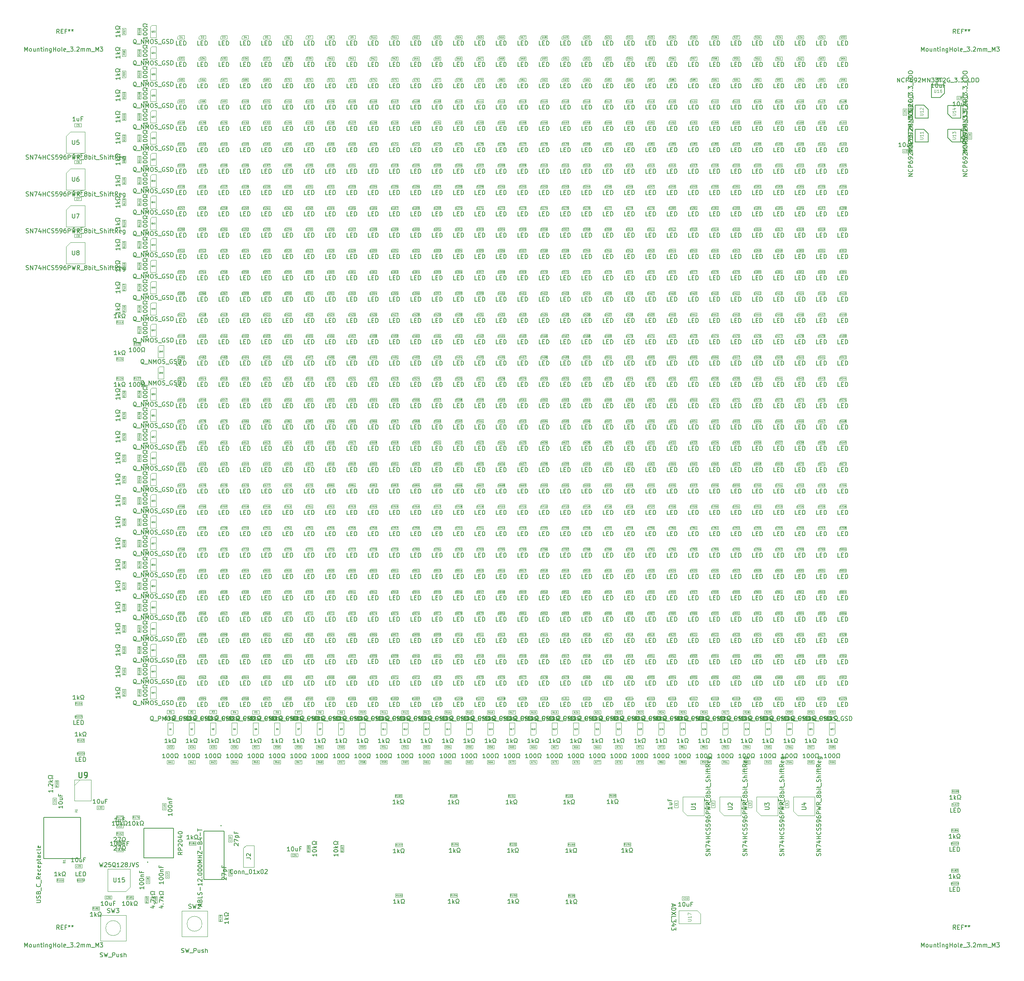
<source format=gbr>
%TF.GenerationSoftware,KiCad,Pcbnew,(6.0.0)*%
%TF.CreationDate,2022-01-30T17:43:54-05:00*%
%TF.ProjectId,fancyGradCap_rev2,66616e63-7947-4726-9164-4361705f7265,1*%
%TF.SameCoordinates,Original*%
%TF.FileFunction,AssemblyDrawing,Top*%
%FSLAX46Y46*%
G04 Gerber Fmt 4.6, Leading zero omitted, Abs format (unit mm)*
G04 Created by KiCad (PCBNEW (6.0.0)) date 2022-01-30 17:43:54*
%MOMM*%
%LPD*%
G01*
G04 APERTURE LIST*
%ADD10C,0.150000*%
%ADD11C,0.110000*%
%ADD12C,0.060000*%
%ADD13C,0.050000*%
%ADD14C,0.105000*%
%ADD15C,0.120000*%
%ADD16C,0.254000*%
%ADD17C,0.100000*%
%ADD18C,0.127000*%
%ADD19C,0.200000*%
G04 APERTURE END LIST*
D10*
%TO.C,REF\u002A\u002A*%
X-14119047Y-9652380D02*
X-14119047Y-8652380D01*
X-13785714Y-9366666D01*
X-13452380Y-8652380D01*
X-13452380Y-9652380D01*
X-12833333Y-9652380D02*
X-12928571Y-9604761D01*
X-12976190Y-9557142D01*
X-13023809Y-9461904D01*
X-13023809Y-9176190D01*
X-12976190Y-9080952D01*
X-12928571Y-9033333D01*
X-12833333Y-8985714D01*
X-12690476Y-8985714D01*
X-12595238Y-9033333D01*
X-12547619Y-9080952D01*
X-12500000Y-9176190D01*
X-12500000Y-9461904D01*
X-12547619Y-9557142D01*
X-12595238Y-9604761D01*
X-12690476Y-9652380D01*
X-12833333Y-9652380D01*
X-11642857Y-8985714D02*
X-11642857Y-9652380D01*
X-12071428Y-8985714D02*
X-12071428Y-9509523D01*
X-12023809Y-9604761D01*
X-11928571Y-9652380D01*
X-11785714Y-9652380D01*
X-11690476Y-9604761D01*
X-11642857Y-9557142D01*
X-11166666Y-8985714D02*
X-11166666Y-9652380D01*
X-11166666Y-9080952D02*
X-11119047Y-9033333D01*
X-11023809Y-8985714D01*
X-10880952Y-8985714D01*
X-10785714Y-9033333D01*
X-10738095Y-9128571D01*
X-10738095Y-9652380D01*
X-10404761Y-8985714D02*
X-10023809Y-8985714D01*
X-10261904Y-8652380D02*
X-10261904Y-9509523D01*
X-10214285Y-9604761D01*
X-10119047Y-9652380D01*
X-10023809Y-9652380D01*
X-9690476Y-9652380D02*
X-9690476Y-8985714D01*
X-9690476Y-8652380D02*
X-9738095Y-8700000D01*
X-9690476Y-8747619D01*
X-9642857Y-8700000D01*
X-9690476Y-8652380D01*
X-9690476Y-8747619D01*
X-9214285Y-8985714D02*
X-9214285Y-9652380D01*
X-9214285Y-9080952D02*
X-9166666Y-9033333D01*
X-9071428Y-8985714D01*
X-8928571Y-8985714D01*
X-8833333Y-9033333D01*
X-8785714Y-9128571D01*
X-8785714Y-9652380D01*
X-7880952Y-8985714D02*
X-7880952Y-9795238D01*
X-7928571Y-9890476D01*
X-7976190Y-9938095D01*
X-8071428Y-9985714D01*
X-8214285Y-9985714D01*
X-8309523Y-9938095D01*
X-7880952Y-9604761D02*
X-7976190Y-9652380D01*
X-8166666Y-9652380D01*
X-8261904Y-9604761D01*
X-8309523Y-9557142D01*
X-8357142Y-9461904D01*
X-8357142Y-9176190D01*
X-8309523Y-9080952D01*
X-8261904Y-9033333D01*
X-8166666Y-8985714D01*
X-7976190Y-8985714D01*
X-7880952Y-9033333D01*
X-7404761Y-9652380D02*
X-7404761Y-8652380D01*
X-7404761Y-9128571D02*
X-6833333Y-9128571D01*
X-6833333Y-9652380D02*
X-6833333Y-8652380D01*
X-6214285Y-9652380D02*
X-6309523Y-9604761D01*
X-6357142Y-9557142D01*
X-6404761Y-9461904D01*
X-6404761Y-9176190D01*
X-6357142Y-9080952D01*
X-6309523Y-9033333D01*
X-6214285Y-8985714D01*
X-6071428Y-8985714D01*
X-5976190Y-9033333D01*
X-5928571Y-9080952D01*
X-5880952Y-9176190D01*
X-5880952Y-9461904D01*
X-5928571Y-9557142D01*
X-5976190Y-9604761D01*
X-6071428Y-9652380D01*
X-6214285Y-9652380D01*
X-5309523Y-9652380D02*
X-5404761Y-9604761D01*
X-5452380Y-9509523D01*
X-5452380Y-8652380D01*
X-4547619Y-9604761D02*
X-4642857Y-9652380D01*
X-4833333Y-9652380D01*
X-4928571Y-9604761D01*
X-4976190Y-9509523D01*
X-4976190Y-9128571D01*
X-4928571Y-9033333D01*
X-4833333Y-8985714D01*
X-4642857Y-8985714D01*
X-4547619Y-9033333D01*
X-4500000Y-9128571D01*
X-4500000Y-9223809D01*
X-4976190Y-9319047D01*
X-4309523Y-9747619D02*
X-3547619Y-9747619D01*
X-3404761Y-8652380D02*
X-2785714Y-8652380D01*
X-3119047Y-9033333D01*
X-2976190Y-9033333D01*
X-2880952Y-9080952D01*
X-2833333Y-9128571D01*
X-2785714Y-9223809D01*
X-2785714Y-9461904D01*
X-2833333Y-9557142D01*
X-2880952Y-9604761D01*
X-2976190Y-9652380D01*
X-3261904Y-9652380D01*
X-3357142Y-9604761D01*
X-3404761Y-9557142D01*
X-2357142Y-9557142D02*
X-2309523Y-9604761D01*
X-2357142Y-9652380D01*
X-2404761Y-9604761D01*
X-2357142Y-9557142D01*
X-2357142Y-9652380D01*
X-1928571Y-8747619D02*
X-1880952Y-8700000D01*
X-1785714Y-8652380D01*
X-1547619Y-8652380D01*
X-1452380Y-8700000D01*
X-1404761Y-8747619D01*
X-1357142Y-8842857D01*
X-1357142Y-8938095D01*
X-1404761Y-9080952D01*
X-1976190Y-9652380D01*
X-1357142Y-9652380D01*
X-928571Y-9652380D02*
X-928571Y-8985714D01*
X-928571Y-9080952D02*
X-880952Y-9033333D01*
X-785714Y-8985714D01*
X-642857Y-8985714D01*
X-547619Y-9033333D01*
X-500000Y-9128571D01*
X-500000Y-9652380D01*
X-500000Y-9128571D02*
X-452380Y-9033333D01*
X-357142Y-8985714D01*
X-214285Y-8985714D01*
X-119047Y-9033333D01*
X-71428Y-9128571D01*
X-71428Y-9652380D01*
X404761Y-9652380D02*
X404761Y-8985714D01*
X404761Y-9080952D02*
X452380Y-9033333D01*
X547619Y-8985714D01*
X690476Y-8985714D01*
X785714Y-9033333D01*
X833333Y-9128571D01*
X833333Y-9652380D01*
X833333Y-9128571D02*
X880952Y-9033333D01*
X976190Y-8985714D01*
X1119047Y-8985714D01*
X1214285Y-9033333D01*
X1261904Y-9128571D01*
X1261904Y-9652380D01*
X1499999Y-9747619D02*
X2261904Y-9747619D01*
X2499999Y-9652380D02*
X2499999Y-8652380D01*
X2833333Y-9366666D01*
X3166666Y-8652380D01*
X3166666Y-9652380D01*
X3547619Y-8652380D02*
X4166666Y-8652380D01*
X3833333Y-9033333D01*
X3976190Y-9033333D01*
X4071428Y-9080952D01*
X4119047Y-9128571D01*
X4166666Y-9223809D01*
X4166666Y-9461904D01*
X4119047Y-9557142D01*
X4071428Y-9604761D01*
X3976190Y-9652380D01*
X3690476Y-9652380D01*
X3595238Y-9604761D01*
X3547619Y-9557142D01*
X-6033333Y-5452380D02*
X-6366666Y-4976190D01*
X-6604761Y-5452380D02*
X-6604761Y-4452380D01*
X-6223809Y-4452380D01*
X-6128571Y-4500000D01*
X-6080952Y-4547619D01*
X-6033333Y-4642857D01*
X-6033333Y-4785714D01*
X-6080952Y-4880952D01*
X-6128571Y-4928571D01*
X-6223809Y-4976190D01*
X-6604761Y-4976190D01*
X-5604761Y-4928571D02*
X-5271428Y-4928571D01*
X-5128571Y-5452380D02*
X-5604761Y-5452380D01*
X-5604761Y-4452380D01*
X-5128571Y-4452380D01*
X-4366666Y-4928571D02*
X-4700000Y-4928571D01*
X-4700000Y-5452380D02*
X-4700000Y-4452380D01*
X-4223809Y-4452380D01*
X-3700000Y-4452380D02*
X-3700000Y-4690476D01*
X-3938095Y-4595238D02*
X-3700000Y-4690476D01*
X-3461904Y-4595238D01*
X-3842857Y-4880952D02*
X-3700000Y-4690476D01*
X-3557142Y-4880952D01*
X-2938095Y-4452380D02*
X-2938095Y-4690476D01*
X-3176190Y-4595238D02*
X-2938095Y-4690476D01*
X-2700000Y-4595238D01*
X-3080952Y-4880952D02*
X-2938095Y-4690476D01*
X-2795238Y-4880952D01*
X195880952Y-9652380D02*
X195880952Y-8652380D01*
X196214285Y-9366666D01*
X196547619Y-8652380D01*
X196547619Y-9652380D01*
X197166666Y-9652380D02*
X197071428Y-9604761D01*
X197023809Y-9557142D01*
X196976190Y-9461904D01*
X196976190Y-9176190D01*
X197023809Y-9080952D01*
X197071428Y-9033333D01*
X197166666Y-8985714D01*
X197309523Y-8985714D01*
X197404761Y-9033333D01*
X197452380Y-9080952D01*
X197500000Y-9176190D01*
X197500000Y-9461904D01*
X197452380Y-9557142D01*
X197404761Y-9604761D01*
X197309523Y-9652380D01*
X197166666Y-9652380D01*
X198357142Y-8985714D02*
X198357142Y-9652380D01*
X197928571Y-8985714D02*
X197928571Y-9509523D01*
X197976190Y-9604761D01*
X198071428Y-9652380D01*
X198214285Y-9652380D01*
X198309523Y-9604761D01*
X198357142Y-9557142D01*
X198833333Y-8985714D02*
X198833333Y-9652380D01*
X198833333Y-9080952D02*
X198880952Y-9033333D01*
X198976190Y-8985714D01*
X199119047Y-8985714D01*
X199214285Y-9033333D01*
X199261904Y-9128571D01*
X199261904Y-9652380D01*
X199595238Y-8985714D02*
X199976190Y-8985714D01*
X199738095Y-8652380D02*
X199738095Y-9509523D01*
X199785714Y-9604761D01*
X199880952Y-9652380D01*
X199976190Y-9652380D01*
X200309523Y-9652380D02*
X200309523Y-8985714D01*
X200309523Y-8652380D02*
X200261904Y-8700000D01*
X200309523Y-8747619D01*
X200357142Y-8700000D01*
X200309523Y-8652380D01*
X200309523Y-8747619D01*
X200785714Y-8985714D02*
X200785714Y-9652380D01*
X200785714Y-9080952D02*
X200833333Y-9033333D01*
X200928571Y-8985714D01*
X201071428Y-8985714D01*
X201166666Y-9033333D01*
X201214285Y-9128571D01*
X201214285Y-9652380D01*
X202119047Y-8985714D02*
X202119047Y-9795238D01*
X202071428Y-9890476D01*
X202023809Y-9938095D01*
X201928571Y-9985714D01*
X201785714Y-9985714D01*
X201690476Y-9938095D01*
X202119047Y-9604761D02*
X202023809Y-9652380D01*
X201833333Y-9652380D01*
X201738095Y-9604761D01*
X201690476Y-9557142D01*
X201642857Y-9461904D01*
X201642857Y-9176190D01*
X201690476Y-9080952D01*
X201738095Y-9033333D01*
X201833333Y-8985714D01*
X202023809Y-8985714D01*
X202119047Y-9033333D01*
X202595238Y-9652380D02*
X202595238Y-8652380D01*
X202595238Y-9128571D02*
X203166666Y-9128571D01*
X203166666Y-9652380D02*
X203166666Y-8652380D01*
X203785714Y-9652380D02*
X203690476Y-9604761D01*
X203642857Y-9557142D01*
X203595238Y-9461904D01*
X203595238Y-9176190D01*
X203642857Y-9080952D01*
X203690476Y-9033333D01*
X203785714Y-8985714D01*
X203928571Y-8985714D01*
X204023809Y-9033333D01*
X204071428Y-9080952D01*
X204119047Y-9176190D01*
X204119047Y-9461904D01*
X204071428Y-9557142D01*
X204023809Y-9604761D01*
X203928571Y-9652380D01*
X203785714Y-9652380D01*
X204690476Y-9652380D02*
X204595238Y-9604761D01*
X204547619Y-9509523D01*
X204547619Y-8652380D01*
X205452380Y-9604761D02*
X205357142Y-9652380D01*
X205166666Y-9652380D01*
X205071428Y-9604761D01*
X205023809Y-9509523D01*
X205023809Y-9128571D01*
X205071428Y-9033333D01*
X205166666Y-8985714D01*
X205357142Y-8985714D01*
X205452380Y-9033333D01*
X205500000Y-9128571D01*
X205500000Y-9223809D01*
X205023809Y-9319047D01*
X205690476Y-9747619D02*
X206452380Y-9747619D01*
X206595238Y-8652380D02*
X207214285Y-8652380D01*
X206880952Y-9033333D01*
X207023809Y-9033333D01*
X207119047Y-9080952D01*
X207166666Y-9128571D01*
X207214285Y-9223809D01*
X207214285Y-9461904D01*
X207166666Y-9557142D01*
X207119047Y-9604761D01*
X207023809Y-9652380D01*
X206738095Y-9652380D01*
X206642857Y-9604761D01*
X206595238Y-9557142D01*
X207642857Y-9557142D02*
X207690476Y-9604761D01*
X207642857Y-9652380D01*
X207595238Y-9604761D01*
X207642857Y-9557142D01*
X207642857Y-9652380D01*
X208071428Y-8747619D02*
X208119047Y-8700000D01*
X208214285Y-8652380D01*
X208452380Y-8652380D01*
X208547619Y-8700000D01*
X208595238Y-8747619D01*
X208642857Y-8842857D01*
X208642857Y-8938095D01*
X208595238Y-9080952D01*
X208023809Y-9652380D01*
X208642857Y-9652380D01*
X209071428Y-9652380D02*
X209071428Y-8985714D01*
X209071428Y-9080952D02*
X209119047Y-9033333D01*
X209214285Y-8985714D01*
X209357142Y-8985714D01*
X209452380Y-9033333D01*
X209500000Y-9128571D01*
X209500000Y-9652380D01*
X209500000Y-9128571D02*
X209547619Y-9033333D01*
X209642857Y-8985714D01*
X209785714Y-8985714D01*
X209880952Y-9033333D01*
X209928571Y-9128571D01*
X209928571Y-9652380D01*
X210404761Y-9652380D02*
X210404761Y-8985714D01*
X210404761Y-9080952D02*
X210452380Y-9033333D01*
X210547619Y-8985714D01*
X210690476Y-8985714D01*
X210785714Y-9033333D01*
X210833333Y-9128571D01*
X210833333Y-9652380D01*
X210833333Y-9128571D02*
X210880952Y-9033333D01*
X210976190Y-8985714D01*
X211119047Y-8985714D01*
X211214285Y-9033333D01*
X211261904Y-9128571D01*
X211261904Y-9652380D01*
X211500000Y-9747619D02*
X212261904Y-9747619D01*
X212500000Y-9652380D02*
X212500000Y-8652380D01*
X212833333Y-9366666D01*
X213166666Y-8652380D01*
X213166666Y-9652380D01*
X213547619Y-8652380D02*
X214166666Y-8652380D01*
X213833333Y-9033333D01*
X213976190Y-9033333D01*
X214071428Y-9080952D01*
X214119047Y-9128571D01*
X214166666Y-9223809D01*
X214166666Y-9461904D01*
X214119047Y-9557142D01*
X214071428Y-9604761D01*
X213976190Y-9652380D01*
X213690476Y-9652380D01*
X213595238Y-9604761D01*
X213547619Y-9557142D01*
X203966666Y-5452380D02*
X203633333Y-4976190D01*
X203395238Y-5452380D02*
X203395238Y-4452380D01*
X203776190Y-4452380D01*
X203871428Y-4500000D01*
X203919047Y-4547619D01*
X203966666Y-4642857D01*
X203966666Y-4785714D01*
X203919047Y-4880952D01*
X203871428Y-4928571D01*
X203776190Y-4976190D01*
X203395238Y-4976190D01*
X204395238Y-4928571D02*
X204728571Y-4928571D01*
X204871428Y-5452380D02*
X204395238Y-5452380D01*
X204395238Y-4452380D01*
X204871428Y-4452380D01*
X205633333Y-4928571D02*
X205300000Y-4928571D01*
X205300000Y-5452380D02*
X205300000Y-4452380D01*
X205776190Y-4452380D01*
X206300000Y-4452380D02*
X206300000Y-4690476D01*
X206061904Y-4595238D02*
X206300000Y-4690476D01*
X206538095Y-4595238D01*
X206157142Y-4880952D02*
X206300000Y-4690476D01*
X206442857Y-4880952D01*
X207061904Y-4452380D02*
X207061904Y-4690476D01*
X206823809Y-4595238D02*
X207061904Y-4690476D01*
X207300000Y-4595238D01*
X206919047Y-4880952D02*
X207061904Y-4690476D01*
X207204761Y-4880952D01*
X195880952Y-219652380D02*
X195880952Y-218652380D01*
X196214285Y-219366666D01*
X196547619Y-218652380D01*
X196547619Y-219652380D01*
X197166666Y-219652380D02*
X197071428Y-219604761D01*
X197023809Y-219557142D01*
X196976190Y-219461904D01*
X196976190Y-219176190D01*
X197023809Y-219080952D01*
X197071428Y-219033333D01*
X197166666Y-218985714D01*
X197309523Y-218985714D01*
X197404761Y-219033333D01*
X197452380Y-219080952D01*
X197500000Y-219176190D01*
X197500000Y-219461904D01*
X197452380Y-219557142D01*
X197404761Y-219604761D01*
X197309523Y-219652380D01*
X197166666Y-219652380D01*
X198357142Y-218985714D02*
X198357142Y-219652380D01*
X197928571Y-218985714D02*
X197928571Y-219509523D01*
X197976190Y-219604761D01*
X198071428Y-219652380D01*
X198214285Y-219652380D01*
X198309523Y-219604761D01*
X198357142Y-219557142D01*
X198833333Y-218985714D02*
X198833333Y-219652380D01*
X198833333Y-219080952D02*
X198880952Y-219033333D01*
X198976190Y-218985714D01*
X199119047Y-218985714D01*
X199214285Y-219033333D01*
X199261904Y-219128571D01*
X199261904Y-219652380D01*
X199595238Y-218985714D02*
X199976190Y-218985714D01*
X199738095Y-218652380D02*
X199738095Y-219509523D01*
X199785714Y-219604761D01*
X199880952Y-219652380D01*
X199976190Y-219652380D01*
X200309523Y-219652380D02*
X200309523Y-218985714D01*
X200309523Y-218652380D02*
X200261904Y-218700000D01*
X200309523Y-218747619D01*
X200357142Y-218700000D01*
X200309523Y-218652380D01*
X200309523Y-218747619D01*
X200785714Y-218985714D02*
X200785714Y-219652380D01*
X200785714Y-219080952D02*
X200833333Y-219033333D01*
X200928571Y-218985714D01*
X201071428Y-218985714D01*
X201166666Y-219033333D01*
X201214285Y-219128571D01*
X201214285Y-219652380D01*
X202119047Y-218985714D02*
X202119047Y-219795238D01*
X202071428Y-219890476D01*
X202023809Y-219938095D01*
X201928571Y-219985714D01*
X201785714Y-219985714D01*
X201690476Y-219938095D01*
X202119047Y-219604761D02*
X202023809Y-219652380D01*
X201833333Y-219652380D01*
X201738095Y-219604761D01*
X201690476Y-219557142D01*
X201642857Y-219461904D01*
X201642857Y-219176190D01*
X201690476Y-219080952D01*
X201738095Y-219033333D01*
X201833333Y-218985714D01*
X202023809Y-218985714D01*
X202119047Y-219033333D01*
X202595238Y-219652380D02*
X202595238Y-218652380D01*
X202595238Y-219128571D02*
X203166666Y-219128571D01*
X203166666Y-219652380D02*
X203166666Y-218652380D01*
X203785714Y-219652380D02*
X203690476Y-219604761D01*
X203642857Y-219557142D01*
X203595238Y-219461904D01*
X203595238Y-219176190D01*
X203642857Y-219080952D01*
X203690476Y-219033333D01*
X203785714Y-218985714D01*
X203928571Y-218985714D01*
X204023809Y-219033333D01*
X204071428Y-219080952D01*
X204119047Y-219176190D01*
X204119047Y-219461904D01*
X204071428Y-219557142D01*
X204023809Y-219604761D01*
X203928571Y-219652380D01*
X203785714Y-219652380D01*
X204690476Y-219652380D02*
X204595238Y-219604761D01*
X204547619Y-219509523D01*
X204547619Y-218652380D01*
X205452380Y-219604761D02*
X205357142Y-219652380D01*
X205166666Y-219652380D01*
X205071428Y-219604761D01*
X205023809Y-219509523D01*
X205023809Y-219128571D01*
X205071428Y-219033333D01*
X205166666Y-218985714D01*
X205357142Y-218985714D01*
X205452380Y-219033333D01*
X205500000Y-219128571D01*
X205500000Y-219223809D01*
X205023809Y-219319047D01*
X205690476Y-219747619D02*
X206452380Y-219747619D01*
X206595238Y-218652380D02*
X207214285Y-218652380D01*
X206880952Y-219033333D01*
X207023809Y-219033333D01*
X207119047Y-219080952D01*
X207166666Y-219128571D01*
X207214285Y-219223809D01*
X207214285Y-219461904D01*
X207166666Y-219557142D01*
X207119047Y-219604761D01*
X207023809Y-219652380D01*
X206738095Y-219652380D01*
X206642857Y-219604761D01*
X206595238Y-219557142D01*
X207642857Y-219557142D02*
X207690476Y-219604761D01*
X207642857Y-219652380D01*
X207595238Y-219604761D01*
X207642857Y-219557142D01*
X207642857Y-219652380D01*
X208071428Y-218747619D02*
X208119047Y-218700000D01*
X208214285Y-218652380D01*
X208452380Y-218652380D01*
X208547619Y-218700000D01*
X208595238Y-218747619D01*
X208642857Y-218842857D01*
X208642857Y-218938095D01*
X208595238Y-219080952D01*
X208023809Y-219652380D01*
X208642857Y-219652380D01*
X209071428Y-219652380D02*
X209071428Y-218985714D01*
X209071428Y-219080952D02*
X209119047Y-219033333D01*
X209214285Y-218985714D01*
X209357142Y-218985714D01*
X209452380Y-219033333D01*
X209500000Y-219128571D01*
X209500000Y-219652380D01*
X209500000Y-219128571D02*
X209547619Y-219033333D01*
X209642857Y-218985714D01*
X209785714Y-218985714D01*
X209880952Y-219033333D01*
X209928571Y-219128571D01*
X209928571Y-219652380D01*
X210404761Y-219652380D02*
X210404761Y-218985714D01*
X210404761Y-219080952D02*
X210452380Y-219033333D01*
X210547619Y-218985714D01*
X210690476Y-218985714D01*
X210785714Y-219033333D01*
X210833333Y-219128571D01*
X210833333Y-219652380D01*
X210833333Y-219128571D02*
X210880952Y-219033333D01*
X210976190Y-218985714D01*
X211119047Y-218985714D01*
X211214285Y-219033333D01*
X211261904Y-219128571D01*
X211261904Y-219652380D01*
X211500000Y-219747619D02*
X212261904Y-219747619D01*
X212500000Y-219652380D02*
X212500000Y-218652380D01*
X212833333Y-219366666D01*
X213166666Y-218652380D01*
X213166666Y-219652380D01*
X213547619Y-218652380D02*
X214166666Y-218652380D01*
X213833333Y-219033333D01*
X213976190Y-219033333D01*
X214071428Y-219080952D01*
X214119047Y-219128571D01*
X214166666Y-219223809D01*
X214166666Y-219461904D01*
X214119047Y-219557142D01*
X214071428Y-219604761D01*
X213976190Y-219652380D01*
X213690476Y-219652380D01*
X213595238Y-219604761D01*
X213547619Y-219557142D01*
X203966666Y-215452380D02*
X203633333Y-214976190D01*
X203395238Y-215452380D02*
X203395238Y-214452380D01*
X203776190Y-214452380D01*
X203871428Y-214500000D01*
X203919047Y-214547619D01*
X203966666Y-214642857D01*
X203966666Y-214785714D01*
X203919047Y-214880952D01*
X203871428Y-214928571D01*
X203776190Y-214976190D01*
X203395238Y-214976190D01*
X204395238Y-214928571D02*
X204728571Y-214928571D01*
X204871428Y-215452380D02*
X204395238Y-215452380D01*
X204395238Y-214452380D01*
X204871428Y-214452380D01*
X205633333Y-214928571D02*
X205300000Y-214928571D01*
X205300000Y-215452380D02*
X205300000Y-214452380D01*
X205776190Y-214452380D01*
X206300000Y-214452380D02*
X206300000Y-214690476D01*
X206061904Y-214595238D02*
X206300000Y-214690476D01*
X206538095Y-214595238D01*
X206157142Y-214880952D02*
X206300000Y-214690476D01*
X206442857Y-214880952D01*
X207061904Y-214452380D02*
X207061904Y-214690476D01*
X206823809Y-214595238D02*
X207061904Y-214690476D01*
X207300000Y-214595238D01*
X206919047Y-214880952D02*
X207061904Y-214690476D01*
X207204761Y-214880952D01*
X-14119047Y-219652380D02*
X-14119047Y-218652380D01*
X-13785714Y-219366666D01*
X-13452380Y-218652380D01*
X-13452380Y-219652380D01*
X-12833333Y-219652380D02*
X-12928571Y-219604761D01*
X-12976190Y-219557142D01*
X-13023809Y-219461904D01*
X-13023809Y-219176190D01*
X-12976190Y-219080952D01*
X-12928571Y-219033333D01*
X-12833333Y-218985714D01*
X-12690476Y-218985714D01*
X-12595238Y-219033333D01*
X-12547619Y-219080952D01*
X-12500000Y-219176190D01*
X-12500000Y-219461904D01*
X-12547619Y-219557142D01*
X-12595238Y-219604761D01*
X-12690476Y-219652380D01*
X-12833333Y-219652380D01*
X-11642857Y-218985714D02*
X-11642857Y-219652380D01*
X-12071428Y-218985714D02*
X-12071428Y-219509523D01*
X-12023809Y-219604761D01*
X-11928571Y-219652380D01*
X-11785714Y-219652380D01*
X-11690476Y-219604761D01*
X-11642857Y-219557142D01*
X-11166666Y-218985714D02*
X-11166666Y-219652380D01*
X-11166666Y-219080952D02*
X-11119047Y-219033333D01*
X-11023809Y-218985714D01*
X-10880952Y-218985714D01*
X-10785714Y-219033333D01*
X-10738095Y-219128571D01*
X-10738095Y-219652380D01*
X-10404761Y-218985714D02*
X-10023809Y-218985714D01*
X-10261904Y-218652380D02*
X-10261904Y-219509523D01*
X-10214285Y-219604761D01*
X-10119047Y-219652380D01*
X-10023809Y-219652380D01*
X-9690476Y-219652380D02*
X-9690476Y-218985714D01*
X-9690476Y-218652380D02*
X-9738095Y-218700000D01*
X-9690476Y-218747619D01*
X-9642857Y-218700000D01*
X-9690476Y-218652380D01*
X-9690476Y-218747619D01*
X-9214285Y-218985714D02*
X-9214285Y-219652380D01*
X-9214285Y-219080952D02*
X-9166666Y-219033333D01*
X-9071428Y-218985714D01*
X-8928571Y-218985714D01*
X-8833333Y-219033333D01*
X-8785714Y-219128571D01*
X-8785714Y-219652380D01*
X-7880952Y-218985714D02*
X-7880952Y-219795238D01*
X-7928571Y-219890476D01*
X-7976190Y-219938095D01*
X-8071428Y-219985714D01*
X-8214285Y-219985714D01*
X-8309523Y-219938095D01*
X-7880952Y-219604761D02*
X-7976190Y-219652380D01*
X-8166666Y-219652380D01*
X-8261904Y-219604761D01*
X-8309523Y-219557142D01*
X-8357142Y-219461904D01*
X-8357142Y-219176190D01*
X-8309523Y-219080952D01*
X-8261904Y-219033333D01*
X-8166666Y-218985714D01*
X-7976190Y-218985714D01*
X-7880952Y-219033333D01*
X-7404761Y-219652380D02*
X-7404761Y-218652380D01*
X-7404761Y-219128571D02*
X-6833333Y-219128571D01*
X-6833333Y-219652380D02*
X-6833333Y-218652380D01*
X-6214285Y-219652380D02*
X-6309523Y-219604761D01*
X-6357142Y-219557142D01*
X-6404761Y-219461904D01*
X-6404761Y-219176190D01*
X-6357142Y-219080952D01*
X-6309523Y-219033333D01*
X-6214285Y-218985714D01*
X-6071428Y-218985714D01*
X-5976190Y-219033333D01*
X-5928571Y-219080952D01*
X-5880952Y-219176190D01*
X-5880952Y-219461904D01*
X-5928571Y-219557142D01*
X-5976190Y-219604761D01*
X-6071428Y-219652380D01*
X-6214285Y-219652380D01*
X-5309523Y-219652380D02*
X-5404761Y-219604761D01*
X-5452380Y-219509523D01*
X-5452380Y-218652380D01*
X-4547619Y-219604761D02*
X-4642857Y-219652380D01*
X-4833333Y-219652380D01*
X-4928571Y-219604761D01*
X-4976190Y-219509523D01*
X-4976190Y-219128571D01*
X-4928571Y-219033333D01*
X-4833333Y-218985714D01*
X-4642857Y-218985714D01*
X-4547619Y-219033333D01*
X-4500000Y-219128571D01*
X-4500000Y-219223809D01*
X-4976190Y-219319047D01*
X-4309523Y-219747619D02*
X-3547619Y-219747619D01*
X-3404761Y-218652380D02*
X-2785714Y-218652380D01*
X-3119047Y-219033333D01*
X-2976190Y-219033333D01*
X-2880952Y-219080952D01*
X-2833333Y-219128571D01*
X-2785714Y-219223809D01*
X-2785714Y-219461904D01*
X-2833333Y-219557142D01*
X-2880952Y-219604761D01*
X-2976190Y-219652380D01*
X-3261904Y-219652380D01*
X-3357142Y-219604761D01*
X-3404761Y-219557142D01*
X-2357142Y-219557142D02*
X-2309523Y-219604761D01*
X-2357142Y-219652380D01*
X-2404761Y-219604761D01*
X-2357142Y-219557142D01*
X-2357142Y-219652380D01*
X-1928571Y-218747619D02*
X-1880952Y-218700000D01*
X-1785714Y-218652380D01*
X-1547619Y-218652380D01*
X-1452380Y-218700000D01*
X-1404761Y-218747619D01*
X-1357142Y-218842857D01*
X-1357142Y-218938095D01*
X-1404761Y-219080952D01*
X-1976190Y-219652380D01*
X-1357142Y-219652380D01*
X-928571Y-219652380D02*
X-928571Y-218985714D01*
X-928571Y-219080952D02*
X-880952Y-219033333D01*
X-785714Y-218985714D01*
X-642857Y-218985714D01*
X-547619Y-219033333D01*
X-500000Y-219128571D01*
X-500000Y-219652380D01*
X-500000Y-219128571D02*
X-452380Y-219033333D01*
X-357142Y-218985714D01*
X-214285Y-218985714D01*
X-119047Y-219033333D01*
X-71428Y-219128571D01*
X-71428Y-219652380D01*
X404761Y-219652380D02*
X404761Y-218985714D01*
X404761Y-219080952D02*
X452380Y-219033333D01*
X547619Y-218985714D01*
X690476Y-218985714D01*
X785714Y-219033333D01*
X833333Y-219128571D01*
X833333Y-219652380D01*
X833333Y-219128571D02*
X880952Y-219033333D01*
X976190Y-218985714D01*
X1119047Y-218985714D01*
X1214285Y-219033333D01*
X1261904Y-219128571D01*
X1261904Y-219652380D01*
X1499999Y-219747619D02*
X2261904Y-219747619D01*
X2499999Y-219652380D02*
X2499999Y-218652380D01*
X2833333Y-219366666D01*
X3166666Y-218652380D01*
X3166666Y-219652380D01*
X3547619Y-218652380D02*
X4166666Y-218652380D01*
X3833333Y-219033333D01*
X3976190Y-219033333D01*
X4071428Y-219080952D01*
X4119047Y-219128571D01*
X4166666Y-219223809D01*
X4166666Y-219461904D01*
X4119047Y-219557142D01*
X4071428Y-219604761D01*
X3976190Y-219652380D01*
X3690476Y-219652380D01*
X3595238Y-219604761D01*
X3547619Y-219557142D01*
X-6033333Y-215452380D02*
X-6366666Y-214976190D01*
X-6604761Y-215452380D02*
X-6604761Y-214452380D01*
X-6223809Y-214452380D01*
X-6128571Y-214500000D01*
X-6080952Y-214547619D01*
X-6033333Y-214642857D01*
X-6033333Y-214785714D01*
X-6080952Y-214880952D01*
X-6128571Y-214928571D01*
X-6223809Y-214976190D01*
X-6604761Y-214976190D01*
X-5604761Y-214928571D02*
X-5271428Y-214928571D01*
X-5128571Y-215452380D02*
X-5604761Y-215452380D01*
X-5604761Y-214452380D01*
X-5128571Y-214452380D01*
X-4366666Y-214928571D02*
X-4700000Y-214928571D01*
X-4700000Y-215452380D02*
X-4700000Y-214452380D01*
X-4223809Y-214452380D01*
X-3700000Y-214452380D02*
X-3700000Y-214690476D01*
X-3938095Y-214595238D02*
X-3700000Y-214690476D01*
X-3461904Y-214595238D01*
X-3842857Y-214880952D02*
X-3700000Y-214690476D01*
X-3557142Y-214880952D01*
X-2938095Y-214452380D02*
X-2938095Y-214690476D01*
X-3176190Y-214595238D02*
X-2938095Y-214690476D01*
X-2700000Y-214595238D01*
X-3080952Y-214880952D02*
X-2938095Y-214690476D01*
X-2795238Y-214880952D01*
%TO.C,U17*%
X137676083Y-209574380D02*
X137676083Y-210050571D01*
X137390369Y-209479142D02*
X138390369Y-209812476D01*
X137390369Y-210145809D01*
X137390369Y-210479142D02*
X138390369Y-210479142D01*
X138390369Y-210717238D01*
X138342750Y-210860095D01*
X138247511Y-210955333D01*
X138152273Y-211002952D01*
X137961797Y-211050571D01*
X137818940Y-211050571D01*
X137628464Y-211002952D01*
X137533226Y-210955333D01*
X137437988Y-210860095D01*
X137390369Y-210717238D01*
X137390369Y-210479142D01*
X138390369Y-211383904D02*
X137390369Y-212050571D01*
X138390369Y-212050571D02*
X137390369Y-211383904D01*
X137390369Y-212907714D02*
X137390369Y-212431523D01*
X138390369Y-212431523D01*
X138390369Y-213145809D02*
X138390369Y-213764857D01*
X138009416Y-213431523D01*
X138009416Y-213574380D01*
X137961797Y-213669619D01*
X137914178Y-213717238D01*
X137818940Y-213764857D01*
X137580845Y-213764857D01*
X137485607Y-213717238D01*
X137437988Y-213669619D01*
X137390369Y-213574380D01*
X137390369Y-213288666D01*
X137437988Y-213193428D01*
X137485607Y-213145809D01*
X138057035Y-214622000D02*
X137390369Y-214622000D01*
X138437988Y-214383904D02*
X137723702Y-214145809D01*
X137723702Y-214764857D01*
X138390369Y-215050571D02*
X138390369Y-215669619D01*
X138009416Y-215336285D01*
X138009416Y-215479142D01*
X137961797Y-215574380D01*
X137914178Y-215622000D01*
X137818940Y-215669619D01*
X137580845Y-215669619D01*
X137485607Y-215622000D01*
X137437988Y-215574380D01*
X137390369Y-215479142D01*
X137390369Y-215193428D01*
X137437988Y-215098190D01*
X137485607Y-215050571D01*
D11*
X141226035Y-213526571D02*
X141833178Y-213526571D01*
X141904607Y-213490857D01*
X141940321Y-213455142D01*
X141976035Y-213383714D01*
X141976035Y-213240857D01*
X141940321Y-213169428D01*
X141904607Y-213133714D01*
X141833178Y-213098000D01*
X141226035Y-213098000D01*
X141976035Y-212348000D02*
X141976035Y-212776571D01*
X141976035Y-212562285D02*
X141226035Y-212562285D01*
X141333178Y-212633714D01*
X141404607Y-212705142D01*
X141440321Y-212776571D01*
X141226035Y-212098000D02*
X141226035Y-211598000D01*
X141976035Y-211919428D01*
D10*
%TO.C,D875*%
X71857142Y-143232380D02*
X71380952Y-143232380D01*
X71380952Y-142232380D01*
X72190476Y-142708571D02*
X72523809Y-142708571D01*
X72666666Y-143232380D02*
X72190476Y-143232380D01*
X72190476Y-142232380D01*
X72666666Y-142232380D01*
X73095238Y-143232380D02*
X73095238Y-142232380D01*
X73333333Y-142232380D01*
X73476190Y-142280000D01*
X73571428Y-142375238D01*
X73619047Y-142470476D01*
X73666666Y-142660952D01*
X73666666Y-142803809D01*
X73619047Y-142994285D01*
X73571428Y-143089523D01*
X73476190Y-143184761D01*
X73333333Y-143232380D01*
X73095238Y-143232380D01*
D12*
X71823809Y-141530952D02*
X71823809Y-141130952D01*
X71919047Y-141130952D01*
X71976190Y-141150000D01*
X72014285Y-141188095D01*
X72033333Y-141226190D01*
X72052380Y-141302380D01*
X72052380Y-141359523D01*
X72033333Y-141435714D01*
X72014285Y-141473809D01*
X71976190Y-141511904D01*
X71919047Y-141530952D01*
X71823809Y-141530952D01*
X72280952Y-141302380D02*
X72242857Y-141283333D01*
X72223809Y-141264285D01*
X72204761Y-141226190D01*
X72204761Y-141207142D01*
X72223809Y-141169047D01*
X72242857Y-141150000D01*
X72280952Y-141130952D01*
X72357142Y-141130952D01*
X72395238Y-141150000D01*
X72414285Y-141169047D01*
X72433333Y-141207142D01*
X72433333Y-141226190D01*
X72414285Y-141264285D01*
X72395238Y-141283333D01*
X72357142Y-141302380D01*
X72280952Y-141302380D01*
X72242857Y-141321428D01*
X72223809Y-141340476D01*
X72204761Y-141378571D01*
X72204761Y-141454761D01*
X72223809Y-141492857D01*
X72242857Y-141511904D01*
X72280952Y-141530952D01*
X72357142Y-141530952D01*
X72395238Y-141511904D01*
X72414285Y-141492857D01*
X72433333Y-141454761D01*
X72433333Y-141378571D01*
X72414285Y-141340476D01*
X72395238Y-141321428D01*
X72357142Y-141302380D01*
X72566666Y-141130952D02*
X72833333Y-141130952D01*
X72661904Y-141530952D01*
X73176190Y-141130952D02*
X72985714Y-141130952D01*
X72966666Y-141321428D01*
X72985714Y-141302380D01*
X73023809Y-141283333D01*
X73119047Y-141283333D01*
X73157142Y-141302380D01*
X73176190Y-141321428D01*
X73195238Y-141359523D01*
X73195238Y-141454761D01*
X73176190Y-141492857D01*
X73157142Y-141511904D01*
X73119047Y-141530952D01*
X73023809Y-141530952D01*
X72985714Y-141511904D01*
X72966666Y-141492857D01*
D10*
%TO.C,D802*%
X26857142Y-133232380D02*
X26380952Y-133232380D01*
X26380952Y-132232380D01*
X27190476Y-132708571D02*
X27523809Y-132708571D01*
X27666666Y-133232380D02*
X27190476Y-133232380D01*
X27190476Y-132232380D01*
X27666666Y-132232380D01*
X28095238Y-133232380D02*
X28095238Y-132232380D01*
X28333333Y-132232380D01*
X28476190Y-132280000D01*
X28571428Y-132375238D01*
X28619047Y-132470476D01*
X28666666Y-132660952D01*
X28666666Y-132803809D01*
X28619047Y-132994285D01*
X28571428Y-133089523D01*
X28476190Y-133184761D01*
X28333333Y-133232380D01*
X28095238Y-133232380D01*
D12*
X26823809Y-131530952D02*
X26823809Y-131130952D01*
X26919047Y-131130952D01*
X26976190Y-131150000D01*
X27014285Y-131188095D01*
X27033333Y-131226190D01*
X27052380Y-131302380D01*
X27052380Y-131359523D01*
X27033333Y-131435714D01*
X27014285Y-131473809D01*
X26976190Y-131511904D01*
X26919047Y-131530952D01*
X26823809Y-131530952D01*
X27280952Y-131302380D02*
X27242857Y-131283333D01*
X27223809Y-131264285D01*
X27204761Y-131226190D01*
X27204761Y-131207142D01*
X27223809Y-131169047D01*
X27242857Y-131150000D01*
X27280952Y-131130952D01*
X27357142Y-131130952D01*
X27395238Y-131150000D01*
X27414285Y-131169047D01*
X27433333Y-131207142D01*
X27433333Y-131226190D01*
X27414285Y-131264285D01*
X27395238Y-131283333D01*
X27357142Y-131302380D01*
X27280952Y-131302380D01*
X27242857Y-131321428D01*
X27223809Y-131340476D01*
X27204761Y-131378571D01*
X27204761Y-131454761D01*
X27223809Y-131492857D01*
X27242857Y-131511904D01*
X27280952Y-131530952D01*
X27357142Y-131530952D01*
X27395238Y-131511904D01*
X27414285Y-131492857D01*
X27433333Y-131454761D01*
X27433333Y-131378571D01*
X27414285Y-131340476D01*
X27395238Y-131321428D01*
X27357142Y-131302380D01*
X27680952Y-131130952D02*
X27719047Y-131130952D01*
X27757142Y-131150000D01*
X27776190Y-131169047D01*
X27795238Y-131207142D01*
X27814285Y-131283333D01*
X27814285Y-131378571D01*
X27795238Y-131454761D01*
X27776190Y-131492857D01*
X27757142Y-131511904D01*
X27719047Y-131530952D01*
X27680952Y-131530952D01*
X27642857Y-131511904D01*
X27623809Y-131492857D01*
X27604761Y-131454761D01*
X27585714Y-131378571D01*
X27585714Y-131283333D01*
X27604761Y-131207142D01*
X27623809Y-131169047D01*
X27642857Y-131150000D01*
X27680952Y-131130952D01*
X27966666Y-131169047D02*
X27985714Y-131150000D01*
X28023809Y-131130952D01*
X28119047Y-131130952D01*
X28157142Y-131150000D01*
X28176190Y-131169047D01*
X28195238Y-131207142D01*
X28195238Y-131245238D01*
X28176190Y-131302380D01*
X27947619Y-131530952D01*
X28195238Y-131530952D01*
D10*
%TO.C,D1012*%
X116857142Y-163232380D02*
X116380952Y-163232380D01*
X116380952Y-162232380D01*
X117190476Y-162708571D02*
X117523809Y-162708571D01*
X117666666Y-163232380D02*
X117190476Y-163232380D01*
X117190476Y-162232380D01*
X117666666Y-162232380D01*
X118095238Y-163232380D02*
X118095238Y-162232380D01*
X118333333Y-162232380D01*
X118476190Y-162280000D01*
X118571428Y-162375238D01*
X118619047Y-162470476D01*
X118666666Y-162660952D01*
X118666666Y-162803809D01*
X118619047Y-162994285D01*
X118571428Y-163089523D01*
X118476190Y-163184761D01*
X118333333Y-163232380D01*
X118095238Y-163232380D01*
D12*
X116633333Y-161530952D02*
X116633333Y-161130952D01*
X116728571Y-161130952D01*
X116785714Y-161150000D01*
X116823809Y-161188095D01*
X116842857Y-161226190D01*
X116861904Y-161302380D01*
X116861904Y-161359523D01*
X116842857Y-161435714D01*
X116823809Y-161473809D01*
X116785714Y-161511904D01*
X116728571Y-161530952D01*
X116633333Y-161530952D01*
X117242857Y-161530952D02*
X117014285Y-161530952D01*
X117128571Y-161530952D02*
X117128571Y-161130952D01*
X117090476Y-161188095D01*
X117052380Y-161226190D01*
X117014285Y-161245238D01*
X117490476Y-161130952D02*
X117528571Y-161130952D01*
X117566666Y-161150000D01*
X117585714Y-161169047D01*
X117604761Y-161207142D01*
X117623809Y-161283333D01*
X117623809Y-161378571D01*
X117604761Y-161454761D01*
X117585714Y-161492857D01*
X117566666Y-161511904D01*
X117528571Y-161530952D01*
X117490476Y-161530952D01*
X117452380Y-161511904D01*
X117433333Y-161492857D01*
X117414285Y-161454761D01*
X117395238Y-161378571D01*
X117395238Y-161283333D01*
X117414285Y-161207142D01*
X117433333Y-161169047D01*
X117452380Y-161150000D01*
X117490476Y-161130952D01*
X118004761Y-161530952D02*
X117776190Y-161530952D01*
X117890476Y-161530952D02*
X117890476Y-161130952D01*
X117852380Y-161188095D01*
X117814285Y-161226190D01*
X117776190Y-161245238D01*
X118157142Y-161169047D02*
X118176190Y-161150000D01*
X118214285Y-161130952D01*
X118309523Y-161130952D01*
X118347619Y-161150000D01*
X118366666Y-161169047D01*
X118385714Y-161207142D01*
X118385714Y-161245238D01*
X118366666Y-161302380D01*
X118138095Y-161530952D01*
X118385714Y-161530952D01*
D10*
%TO.C,D51*%
X111857142Y-13232380D02*
X111380952Y-13232380D01*
X111380952Y-12232380D01*
X112190476Y-12708571D02*
X112523809Y-12708571D01*
X112666666Y-13232380D02*
X112190476Y-13232380D01*
X112190476Y-12232380D01*
X112666666Y-12232380D01*
X113095238Y-13232380D02*
X113095238Y-12232380D01*
X113333333Y-12232380D01*
X113476190Y-12280000D01*
X113571428Y-12375238D01*
X113619047Y-12470476D01*
X113666666Y-12660952D01*
X113666666Y-12803809D01*
X113619047Y-12994285D01*
X113571428Y-13089523D01*
X113476190Y-13184761D01*
X113333333Y-13232380D01*
X113095238Y-13232380D01*
D12*
X112014285Y-11530952D02*
X112014285Y-11130952D01*
X112109523Y-11130952D01*
X112166666Y-11150000D01*
X112204761Y-11188095D01*
X112223809Y-11226190D01*
X112242857Y-11302380D01*
X112242857Y-11359523D01*
X112223809Y-11435714D01*
X112204761Y-11473809D01*
X112166666Y-11511904D01*
X112109523Y-11530952D01*
X112014285Y-11530952D01*
X112604761Y-11130952D02*
X112414285Y-11130952D01*
X112395238Y-11321428D01*
X112414285Y-11302380D01*
X112452380Y-11283333D01*
X112547619Y-11283333D01*
X112585714Y-11302380D01*
X112604761Y-11321428D01*
X112623809Y-11359523D01*
X112623809Y-11454761D01*
X112604761Y-11492857D01*
X112585714Y-11511904D01*
X112547619Y-11530952D01*
X112452380Y-11530952D01*
X112414285Y-11511904D01*
X112395238Y-11492857D01*
X113004761Y-11530952D02*
X112776190Y-11530952D01*
X112890476Y-11530952D02*
X112890476Y-11130952D01*
X112852380Y-11188095D01*
X112814285Y-11226190D01*
X112776190Y-11245238D01*
D10*
%TO.C,R191*%
X99227273Y-186081880D02*
X98655845Y-186081880D01*
X98941559Y-186081880D02*
X98941559Y-185081880D01*
X98846321Y-185224738D01*
X98751083Y-185319976D01*
X98655845Y-185367595D01*
X99655845Y-186081880D02*
X99655845Y-185081880D01*
X99751083Y-185700928D02*
X100036797Y-186081880D01*
X100036797Y-185415214D02*
X99655845Y-185796166D01*
X100417750Y-186081880D02*
X100655845Y-186081880D01*
X100655845Y-185891404D01*
X100560607Y-185843785D01*
X100465369Y-185748547D01*
X100417750Y-185605690D01*
X100417750Y-185367595D01*
X100465369Y-185224738D01*
X100560607Y-185129500D01*
X100703464Y-185081880D01*
X100893940Y-185081880D01*
X101036797Y-185129500D01*
X101132035Y-185224738D01*
X101179654Y-185367595D01*
X101179654Y-185605690D01*
X101132035Y-185748547D01*
X101036797Y-185843785D01*
X100941559Y-185891404D01*
X100941559Y-186081880D01*
X101179654Y-186081880D01*
D12*
X99470130Y-184380452D02*
X99336797Y-184189976D01*
X99241559Y-184380452D02*
X99241559Y-183980452D01*
X99393940Y-183980452D01*
X99432035Y-183999500D01*
X99451083Y-184018547D01*
X99470130Y-184056642D01*
X99470130Y-184113785D01*
X99451083Y-184151880D01*
X99432035Y-184170928D01*
X99393940Y-184189976D01*
X99241559Y-184189976D01*
X99851083Y-184380452D02*
X99622511Y-184380452D01*
X99736797Y-184380452D02*
X99736797Y-183980452D01*
X99698702Y-184037595D01*
X99660607Y-184075690D01*
X99622511Y-184094738D01*
X100041559Y-184380452D02*
X100117750Y-184380452D01*
X100155845Y-184361404D01*
X100174892Y-184342357D01*
X100212988Y-184285214D01*
X100232035Y-184209023D01*
X100232035Y-184056642D01*
X100212988Y-184018547D01*
X100193940Y-183999500D01*
X100155845Y-183980452D01*
X100079654Y-183980452D01*
X100041559Y-183999500D01*
X100022511Y-184018547D01*
X100003464Y-184056642D01*
X100003464Y-184151880D01*
X100022511Y-184189976D01*
X100041559Y-184209023D01*
X100079654Y-184228071D01*
X100155845Y-184228071D01*
X100193940Y-184209023D01*
X100212988Y-184189976D01*
X100232035Y-184151880D01*
X100612988Y-184380452D02*
X100384416Y-184380452D01*
X100498702Y-184380452D02*
X100498702Y-183980452D01*
X100460607Y-184037595D01*
X100422511Y-184075690D01*
X100384416Y-184094738D01*
D10*
%TO.C,R91*%
X148761904Y-175298380D02*
X148190476Y-175298380D01*
X148476190Y-175298380D02*
X148476190Y-174298380D01*
X148380952Y-174441238D01*
X148285714Y-174536476D01*
X148190476Y-174584095D01*
X149380952Y-174298380D02*
X149476190Y-174298380D01*
X149571428Y-174346000D01*
X149619047Y-174393619D01*
X149666666Y-174488857D01*
X149714285Y-174679333D01*
X149714285Y-174917428D01*
X149666666Y-175107904D01*
X149619047Y-175203142D01*
X149571428Y-175250761D01*
X149476190Y-175298380D01*
X149380952Y-175298380D01*
X149285714Y-175250761D01*
X149238095Y-175203142D01*
X149190476Y-175107904D01*
X149142857Y-174917428D01*
X149142857Y-174679333D01*
X149190476Y-174488857D01*
X149238095Y-174393619D01*
X149285714Y-174346000D01*
X149380952Y-174298380D01*
X150333333Y-174298380D02*
X150428571Y-174298380D01*
X150523809Y-174346000D01*
X150571428Y-174393619D01*
X150619047Y-174488857D01*
X150666666Y-174679333D01*
X150666666Y-174917428D01*
X150619047Y-175107904D01*
X150571428Y-175203142D01*
X150523809Y-175250761D01*
X150428571Y-175298380D01*
X150333333Y-175298380D01*
X150238095Y-175250761D01*
X150190476Y-175203142D01*
X150142857Y-175107904D01*
X150095238Y-174917428D01*
X150095238Y-174679333D01*
X150142857Y-174488857D01*
X150190476Y-174393619D01*
X150238095Y-174346000D01*
X150333333Y-174298380D01*
X151047619Y-175298380D02*
X151285714Y-175298380D01*
X151285714Y-175107904D01*
X151190476Y-175060285D01*
X151095238Y-174965047D01*
X151047619Y-174822190D01*
X151047619Y-174584095D01*
X151095238Y-174441238D01*
X151190476Y-174346000D01*
X151333333Y-174298380D01*
X151523809Y-174298380D01*
X151666666Y-174346000D01*
X151761904Y-174441238D01*
X151809523Y-174584095D01*
X151809523Y-174822190D01*
X151761904Y-174965047D01*
X151666666Y-175060285D01*
X151571428Y-175107904D01*
X151571428Y-175298380D01*
X151809523Y-175298380D01*
D12*
X149742857Y-176456952D02*
X149609523Y-176266476D01*
X149514285Y-176456952D02*
X149514285Y-176056952D01*
X149666666Y-176056952D01*
X149704761Y-176076000D01*
X149723809Y-176095047D01*
X149742857Y-176133142D01*
X149742857Y-176190285D01*
X149723809Y-176228380D01*
X149704761Y-176247428D01*
X149666666Y-176266476D01*
X149514285Y-176266476D01*
X149933333Y-176456952D02*
X150009523Y-176456952D01*
X150047619Y-176437904D01*
X150066666Y-176418857D01*
X150104761Y-176361714D01*
X150123809Y-176285523D01*
X150123809Y-176133142D01*
X150104761Y-176095047D01*
X150085714Y-176076000D01*
X150047619Y-176056952D01*
X149971428Y-176056952D01*
X149933333Y-176076000D01*
X149914285Y-176095047D01*
X149895238Y-176133142D01*
X149895238Y-176228380D01*
X149914285Y-176266476D01*
X149933333Y-176285523D01*
X149971428Y-176304571D01*
X150047619Y-176304571D01*
X150085714Y-176285523D01*
X150104761Y-176266476D01*
X150123809Y-176228380D01*
X150504761Y-176456952D02*
X150276190Y-176456952D01*
X150390476Y-176456952D02*
X150390476Y-176056952D01*
X150352380Y-176114095D01*
X150314285Y-176152190D01*
X150276190Y-176171238D01*
D10*
%TO.C,R31*%
X169309523Y-166474380D02*
X168738095Y-166474380D01*
X169023809Y-166474380D02*
X169023809Y-165474380D01*
X168928571Y-165617238D01*
X168833333Y-165712476D01*
X168738095Y-165760095D01*
X169738095Y-166474380D02*
X169738095Y-165474380D01*
X169833333Y-166093428D02*
X170119047Y-166474380D01*
X170119047Y-165807714D02*
X169738095Y-166188666D01*
X170500000Y-166474380D02*
X170738095Y-166474380D01*
X170738095Y-166283904D01*
X170642857Y-166236285D01*
X170547619Y-166141047D01*
X170500000Y-165998190D01*
X170500000Y-165760095D01*
X170547619Y-165617238D01*
X170642857Y-165522000D01*
X170785714Y-165474380D01*
X170976190Y-165474380D01*
X171119047Y-165522000D01*
X171214285Y-165617238D01*
X171261904Y-165760095D01*
X171261904Y-165998190D01*
X171214285Y-166141047D01*
X171119047Y-166236285D01*
X171023809Y-166283904D01*
X171023809Y-166474380D01*
X171261904Y-166474380D01*
D12*
X169742857Y-164772952D02*
X169609523Y-164582476D01*
X169514285Y-164772952D02*
X169514285Y-164372952D01*
X169666666Y-164372952D01*
X169704761Y-164392000D01*
X169723809Y-164411047D01*
X169742857Y-164449142D01*
X169742857Y-164506285D01*
X169723809Y-164544380D01*
X169704761Y-164563428D01*
X169666666Y-164582476D01*
X169514285Y-164582476D01*
X169876190Y-164372952D02*
X170123809Y-164372952D01*
X169990476Y-164525333D01*
X170047619Y-164525333D01*
X170085714Y-164544380D01*
X170104761Y-164563428D01*
X170123809Y-164601523D01*
X170123809Y-164696761D01*
X170104761Y-164734857D01*
X170085714Y-164753904D01*
X170047619Y-164772952D01*
X169933333Y-164772952D01*
X169895238Y-164753904D01*
X169876190Y-164734857D01*
X170504761Y-164772952D02*
X170276190Y-164772952D01*
X170390476Y-164772952D02*
X170390476Y-164372952D01*
X170352380Y-164430095D01*
X170314285Y-164468190D01*
X170276190Y-164487238D01*
D10*
%TO.C,D659*%
X111857142Y-108232380D02*
X111380952Y-108232380D01*
X111380952Y-107232380D01*
X112190476Y-107708571D02*
X112523809Y-107708571D01*
X112666666Y-108232380D02*
X112190476Y-108232380D01*
X112190476Y-107232380D01*
X112666666Y-107232380D01*
X113095238Y-108232380D02*
X113095238Y-107232380D01*
X113333333Y-107232380D01*
X113476190Y-107280000D01*
X113571428Y-107375238D01*
X113619047Y-107470476D01*
X113666666Y-107660952D01*
X113666666Y-107803809D01*
X113619047Y-107994285D01*
X113571428Y-108089523D01*
X113476190Y-108184761D01*
X113333333Y-108232380D01*
X113095238Y-108232380D01*
D12*
X111823809Y-106530952D02*
X111823809Y-106130952D01*
X111919047Y-106130952D01*
X111976190Y-106150000D01*
X112014285Y-106188095D01*
X112033333Y-106226190D01*
X112052380Y-106302380D01*
X112052380Y-106359523D01*
X112033333Y-106435714D01*
X112014285Y-106473809D01*
X111976190Y-106511904D01*
X111919047Y-106530952D01*
X111823809Y-106530952D01*
X112395238Y-106130952D02*
X112319047Y-106130952D01*
X112280952Y-106150000D01*
X112261904Y-106169047D01*
X112223809Y-106226190D01*
X112204761Y-106302380D01*
X112204761Y-106454761D01*
X112223809Y-106492857D01*
X112242857Y-106511904D01*
X112280952Y-106530952D01*
X112357142Y-106530952D01*
X112395238Y-106511904D01*
X112414285Y-106492857D01*
X112433333Y-106454761D01*
X112433333Y-106359523D01*
X112414285Y-106321428D01*
X112395238Y-106302380D01*
X112357142Y-106283333D01*
X112280952Y-106283333D01*
X112242857Y-106302380D01*
X112223809Y-106321428D01*
X112204761Y-106359523D01*
X112795238Y-106130952D02*
X112604761Y-106130952D01*
X112585714Y-106321428D01*
X112604761Y-106302380D01*
X112642857Y-106283333D01*
X112738095Y-106283333D01*
X112776190Y-106302380D01*
X112795238Y-106321428D01*
X112814285Y-106359523D01*
X112814285Y-106454761D01*
X112795238Y-106492857D01*
X112776190Y-106511904D01*
X112738095Y-106530952D01*
X112642857Y-106530952D01*
X112604761Y-106511904D01*
X112585714Y-106492857D01*
X113004761Y-106530952D02*
X113080952Y-106530952D01*
X113119047Y-106511904D01*
X113138095Y-106492857D01*
X113176190Y-106435714D01*
X113195238Y-106359523D01*
X113195238Y-106207142D01*
X113176190Y-106169047D01*
X113157142Y-106150000D01*
X113119047Y-106130952D01*
X113042857Y-106130952D01*
X113004761Y-106150000D01*
X112985714Y-106169047D01*
X112966666Y-106207142D01*
X112966666Y-106302380D01*
X112985714Y-106340476D01*
X113004761Y-106359523D01*
X113042857Y-106378571D01*
X113119047Y-106378571D01*
X113157142Y-106359523D01*
X113176190Y-106340476D01*
X113195238Y-106302380D01*
D10*
%TO.C,D450*%
X26857142Y-78232380D02*
X26380952Y-78232380D01*
X26380952Y-77232380D01*
X27190476Y-77708571D02*
X27523809Y-77708571D01*
X27666666Y-78232380D02*
X27190476Y-78232380D01*
X27190476Y-77232380D01*
X27666666Y-77232380D01*
X28095238Y-78232380D02*
X28095238Y-77232380D01*
X28333333Y-77232380D01*
X28476190Y-77280000D01*
X28571428Y-77375238D01*
X28619047Y-77470476D01*
X28666666Y-77660952D01*
X28666666Y-77803809D01*
X28619047Y-77994285D01*
X28571428Y-78089523D01*
X28476190Y-78184761D01*
X28333333Y-78232380D01*
X28095238Y-78232380D01*
D12*
X26823809Y-76530952D02*
X26823809Y-76130952D01*
X26919047Y-76130952D01*
X26976190Y-76150000D01*
X27014285Y-76188095D01*
X27033333Y-76226190D01*
X27052380Y-76302380D01*
X27052380Y-76359523D01*
X27033333Y-76435714D01*
X27014285Y-76473809D01*
X26976190Y-76511904D01*
X26919047Y-76530952D01*
X26823809Y-76530952D01*
X27395238Y-76264285D02*
X27395238Y-76530952D01*
X27300000Y-76111904D02*
X27204761Y-76397619D01*
X27452380Y-76397619D01*
X27795238Y-76130952D02*
X27604761Y-76130952D01*
X27585714Y-76321428D01*
X27604761Y-76302380D01*
X27642857Y-76283333D01*
X27738095Y-76283333D01*
X27776190Y-76302380D01*
X27795238Y-76321428D01*
X27814285Y-76359523D01*
X27814285Y-76454761D01*
X27795238Y-76492857D01*
X27776190Y-76511904D01*
X27738095Y-76530952D01*
X27642857Y-76530952D01*
X27604761Y-76511904D01*
X27585714Y-76492857D01*
X28061904Y-76130952D02*
X28100000Y-76130952D01*
X28138095Y-76150000D01*
X28157142Y-76169047D01*
X28176190Y-76207142D01*
X28195238Y-76283333D01*
X28195238Y-76378571D01*
X28176190Y-76454761D01*
X28157142Y-76492857D01*
X28138095Y-76511904D01*
X28100000Y-76530952D01*
X28061904Y-76530952D01*
X28023809Y-76511904D01*
X28004761Y-76492857D01*
X27985714Y-76454761D01*
X27966666Y-76378571D01*
X27966666Y-76283333D01*
X27985714Y-76207142D01*
X28004761Y-76169047D01*
X28023809Y-76150000D01*
X28061904Y-76130952D01*
D10*
%TO.C,D1014*%
X126857142Y-163232380D02*
X126380952Y-163232380D01*
X126380952Y-162232380D01*
X127190476Y-162708571D02*
X127523809Y-162708571D01*
X127666666Y-163232380D02*
X127190476Y-163232380D01*
X127190476Y-162232380D01*
X127666666Y-162232380D01*
X128095238Y-163232380D02*
X128095238Y-162232380D01*
X128333333Y-162232380D01*
X128476190Y-162280000D01*
X128571428Y-162375238D01*
X128619047Y-162470476D01*
X128666666Y-162660952D01*
X128666666Y-162803809D01*
X128619047Y-162994285D01*
X128571428Y-163089523D01*
X128476190Y-163184761D01*
X128333333Y-163232380D01*
X128095238Y-163232380D01*
D12*
X126633333Y-161530952D02*
X126633333Y-161130952D01*
X126728571Y-161130952D01*
X126785714Y-161150000D01*
X126823809Y-161188095D01*
X126842857Y-161226190D01*
X126861904Y-161302380D01*
X126861904Y-161359523D01*
X126842857Y-161435714D01*
X126823809Y-161473809D01*
X126785714Y-161511904D01*
X126728571Y-161530952D01*
X126633333Y-161530952D01*
X127242857Y-161530952D02*
X127014285Y-161530952D01*
X127128571Y-161530952D02*
X127128571Y-161130952D01*
X127090476Y-161188095D01*
X127052380Y-161226190D01*
X127014285Y-161245238D01*
X127490476Y-161130952D02*
X127528571Y-161130952D01*
X127566666Y-161150000D01*
X127585714Y-161169047D01*
X127604761Y-161207142D01*
X127623809Y-161283333D01*
X127623809Y-161378571D01*
X127604761Y-161454761D01*
X127585714Y-161492857D01*
X127566666Y-161511904D01*
X127528571Y-161530952D01*
X127490476Y-161530952D01*
X127452380Y-161511904D01*
X127433333Y-161492857D01*
X127414285Y-161454761D01*
X127395238Y-161378571D01*
X127395238Y-161283333D01*
X127414285Y-161207142D01*
X127433333Y-161169047D01*
X127452380Y-161150000D01*
X127490476Y-161130952D01*
X128004761Y-161530952D02*
X127776190Y-161530952D01*
X127890476Y-161530952D02*
X127890476Y-161130952D01*
X127852380Y-161188095D01*
X127814285Y-161226190D01*
X127776190Y-161245238D01*
X128347619Y-161264285D02*
X128347619Y-161530952D01*
X128252380Y-161111904D02*
X128157142Y-161397619D01*
X128404761Y-161397619D01*
D10*
%TO.C,D306*%
X106857142Y-53232380D02*
X106380952Y-53232380D01*
X106380952Y-52232380D01*
X107190476Y-52708571D02*
X107523809Y-52708571D01*
X107666666Y-53232380D02*
X107190476Y-53232380D01*
X107190476Y-52232380D01*
X107666666Y-52232380D01*
X108095238Y-53232380D02*
X108095238Y-52232380D01*
X108333333Y-52232380D01*
X108476190Y-52280000D01*
X108571428Y-52375238D01*
X108619047Y-52470476D01*
X108666666Y-52660952D01*
X108666666Y-52803809D01*
X108619047Y-52994285D01*
X108571428Y-53089523D01*
X108476190Y-53184761D01*
X108333333Y-53232380D01*
X108095238Y-53232380D01*
D12*
X106823809Y-51530952D02*
X106823809Y-51130952D01*
X106919047Y-51130952D01*
X106976190Y-51150000D01*
X107014285Y-51188095D01*
X107033333Y-51226190D01*
X107052380Y-51302380D01*
X107052380Y-51359523D01*
X107033333Y-51435714D01*
X107014285Y-51473809D01*
X106976190Y-51511904D01*
X106919047Y-51530952D01*
X106823809Y-51530952D01*
X107185714Y-51130952D02*
X107433333Y-51130952D01*
X107300000Y-51283333D01*
X107357142Y-51283333D01*
X107395238Y-51302380D01*
X107414285Y-51321428D01*
X107433333Y-51359523D01*
X107433333Y-51454761D01*
X107414285Y-51492857D01*
X107395238Y-51511904D01*
X107357142Y-51530952D01*
X107242857Y-51530952D01*
X107204761Y-51511904D01*
X107185714Y-51492857D01*
X107680952Y-51130952D02*
X107719047Y-51130952D01*
X107757142Y-51150000D01*
X107776190Y-51169047D01*
X107795238Y-51207142D01*
X107814285Y-51283333D01*
X107814285Y-51378571D01*
X107795238Y-51454761D01*
X107776190Y-51492857D01*
X107757142Y-51511904D01*
X107719047Y-51530952D01*
X107680952Y-51530952D01*
X107642857Y-51511904D01*
X107623809Y-51492857D01*
X107604761Y-51454761D01*
X107585714Y-51378571D01*
X107585714Y-51283333D01*
X107604761Y-51207142D01*
X107623809Y-51169047D01*
X107642857Y-51150000D01*
X107680952Y-51130952D01*
X108157142Y-51130952D02*
X108080952Y-51130952D01*
X108042857Y-51150000D01*
X108023809Y-51169047D01*
X107985714Y-51226190D01*
X107966666Y-51302380D01*
X107966666Y-51454761D01*
X107985714Y-51492857D01*
X108004761Y-51511904D01*
X108042857Y-51530952D01*
X108119047Y-51530952D01*
X108157142Y-51511904D01*
X108176190Y-51492857D01*
X108195238Y-51454761D01*
X108195238Y-51359523D01*
X108176190Y-51321428D01*
X108157142Y-51302380D01*
X108119047Y-51283333D01*
X108042857Y-51283333D01*
X108004761Y-51302380D01*
X107985714Y-51321428D01*
X107966666Y-51359523D01*
D10*
%TO.C,D175*%
X91857142Y-33232380D02*
X91380952Y-33232380D01*
X91380952Y-32232380D01*
X92190476Y-32708571D02*
X92523809Y-32708571D01*
X92666666Y-33232380D02*
X92190476Y-33232380D01*
X92190476Y-32232380D01*
X92666666Y-32232380D01*
X93095238Y-33232380D02*
X93095238Y-32232380D01*
X93333333Y-32232380D01*
X93476190Y-32280000D01*
X93571428Y-32375238D01*
X93619047Y-32470476D01*
X93666666Y-32660952D01*
X93666666Y-32803809D01*
X93619047Y-32994285D01*
X93571428Y-33089523D01*
X93476190Y-33184761D01*
X93333333Y-33232380D01*
X93095238Y-33232380D01*
D12*
X91823809Y-31530952D02*
X91823809Y-31130952D01*
X91919047Y-31130952D01*
X91976190Y-31150000D01*
X92014285Y-31188095D01*
X92033333Y-31226190D01*
X92052380Y-31302380D01*
X92052380Y-31359523D01*
X92033333Y-31435714D01*
X92014285Y-31473809D01*
X91976190Y-31511904D01*
X91919047Y-31530952D01*
X91823809Y-31530952D01*
X92433333Y-31530952D02*
X92204761Y-31530952D01*
X92319047Y-31530952D02*
X92319047Y-31130952D01*
X92280952Y-31188095D01*
X92242857Y-31226190D01*
X92204761Y-31245238D01*
X92566666Y-31130952D02*
X92833333Y-31130952D01*
X92661904Y-31530952D01*
X93176190Y-31130952D02*
X92985714Y-31130952D01*
X92966666Y-31321428D01*
X92985714Y-31302380D01*
X93023809Y-31283333D01*
X93119047Y-31283333D01*
X93157142Y-31302380D01*
X93176190Y-31321428D01*
X93195238Y-31359523D01*
X93195238Y-31454761D01*
X93176190Y-31492857D01*
X93157142Y-31511904D01*
X93119047Y-31530952D01*
X93023809Y-31530952D01*
X92985714Y-31511904D01*
X92966666Y-31492857D01*
D10*
%TO.C,D176*%
X96857142Y-33232380D02*
X96380952Y-33232380D01*
X96380952Y-32232380D01*
X97190476Y-32708571D02*
X97523809Y-32708571D01*
X97666666Y-33232380D02*
X97190476Y-33232380D01*
X97190476Y-32232380D01*
X97666666Y-32232380D01*
X98095238Y-33232380D02*
X98095238Y-32232380D01*
X98333333Y-32232380D01*
X98476190Y-32280000D01*
X98571428Y-32375238D01*
X98619047Y-32470476D01*
X98666666Y-32660952D01*
X98666666Y-32803809D01*
X98619047Y-32994285D01*
X98571428Y-33089523D01*
X98476190Y-33184761D01*
X98333333Y-33232380D01*
X98095238Y-33232380D01*
D12*
X96823809Y-31530952D02*
X96823809Y-31130952D01*
X96919047Y-31130952D01*
X96976190Y-31150000D01*
X97014285Y-31188095D01*
X97033333Y-31226190D01*
X97052380Y-31302380D01*
X97052380Y-31359523D01*
X97033333Y-31435714D01*
X97014285Y-31473809D01*
X96976190Y-31511904D01*
X96919047Y-31530952D01*
X96823809Y-31530952D01*
X97433333Y-31530952D02*
X97204761Y-31530952D01*
X97319047Y-31530952D02*
X97319047Y-31130952D01*
X97280952Y-31188095D01*
X97242857Y-31226190D01*
X97204761Y-31245238D01*
X97566666Y-31130952D02*
X97833333Y-31130952D01*
X97661904Y-31530952D01*
X98157142Y-31130952D02*
X98080952Y-31130952D01*
X98042857Y-31150000D01*
X98023809Y-31169047D01*
X97985714Y-31226190D01*
X97966666Y-31302380D01*
X97966666Y-31454761D01*
X97985714Y-31492857D01*
X98004761Y-31511904D01*
X98042857Y-31530952D01*
X98119047Y-31530952D01*
X98157142Y-31511904D01*
X98176190Y-31492857D01*
X98195238Y-31454761D01*
X98195238Y-31359523D01*
X98176190Y-31321428D01*
X98157142Y-31302380D01*
X98119047Y-31283333D01*
X98042857Y-31283333D01*
X98004761Y-31302380D01*
X97985714Y-31321428D01*
X97966666Y-31359523D01*
D10*
%TO.C,D649*%
X61857142Y-108232380D02*
X61380952Y-108232380D01*
X61380952Y-107232380D01*
X62190476Y-107708571D02*
X62523809Y-107708571D01*
X62666666Y-108232380D02*
X62190476Y-108232380D01*
X62190476Y-107232380D01*
X62666666Y-107232380D01*
X63095238Y-108232380D02*
X63095238Y-107232380D01*
X63333333Y-107232380D01*
X63476190Y-107280000D01*
X63571428Y-107375238D01*
X63619047Y-107470476D01*
X63666666Y-107660952D01*
X63666666Y-107803809D01*
X63619047Y-107994285D01*
X63571428Y-108089523D01*
X63476190Y-108184761D01*
X63333333Y-108232380D01*
X63095238Y-108232380D01*
D12*
X61823809Y-106530952D02*
X61823809Y-106130952D01*
X61919047Y-106130952D01*
X61976190Y-106150000D01*
X62014285Y-106188095D01*
X62033333Y-106226190D01*
X62052380Y-106302380D01*
X62052380Y-106359523D01*
X62033333Y-106435714D01*
X62014285Y-106473809D01*
X61976190Y-106511904D01*
X61919047Y-106530952D01*
X61823809Y-106530952D01*
X62395238Y-106130952D02*
X62319047Y-106130952D01*
X62280952Y-106150000D01*
X62261904Y-106169047D01*
X62223809Y-106226190D01*
X62204761Y-106302380D01*
X62204761Y-106454761D01*
X62223809Y-106492857D01*
X62242857Y-106511904D01*
X62280952Y-106530952D01*
X62357142Y-106530952D01*
X62395238Y-106511904D01*
X62414285Y-106492857D01*
X62433333Y-106454761D01*
X62433333Y-106359523D01*
X62414285Y-106321428D01*
X62395238Y-106302380D01*
X62357142Y-106283333D01*
X62280952Y-106283333D01*
X62242857Y-106302380D01*
X62223809Y-106321428D01*
X62204761Y-106359523D01*
X62776190Y-106264285D02*
X62776190Y-106530952D01*
X62680952Y-106111904D02*
X62585714Y-106397619D01*
X62833333Y-106397619D01*
X63004761Y-106530952D02*
X63080952Y-106530952D01*
X63119047Y-106511904D01*
X63138095Y-106492857D01*
X63176190Y-106435714D01*
X63195238Y-106359523D01*
X63195238Y-106207142D01*
X63176190Y-106169047D01*
X63157142Y-106150000D01*
X63119047Y-106130952D01*
X63042857Y-106130952D01*
X63004761Y-106150000D01*
X62985714Y-106169047D01*
X62966666Y-106207142D01*
X62966666Y-106302380D01*
X62985714Y-106340476D01*
X63004761Y-106359523D01*
X63042857Y-106378571D01*
X63119047Y-106378571D01*
X63157142Y-106359523D01*
X63176190Y-106340476D01*
X63195238Y-106302380D01*
D10*
%TO.C,C21*%
X-5229619Y-186491428D02*
X-5229619Y-187062857D01*
X-5229619Y-186777142D02*
X-6229619Y-186777142D01*
X-6086761Y-186872380D01*
X-5991523Y-186967619D01*
X-5943904Y-187062857D01*
X-6229619Y-185872380D02*
X-6229619Y-185777142D01*
X-6182000Y-185681904D01*
X-6134380Y-185634285D01*
X-6039142Y-185586666D01*
X-5848666Y-185539047D01*
X-5610571Y-185539047D01*
X-5420095Y-185586666D01*
X-5324857Y-185634285D01*
X-5277238Y-185681904D01*
X-5229619Y-185777142D01*
X-5229619Y-185872380D01*
X-5277238Y-185967619D01*
X-5324857Y-186015238D01*
X-5420095Y-186062857D01*
X-5610571Y-186110476D01*
X-5848666Y-186110476D01*
X-6039142Y-186062857D01*
X-6134380Y-186015238D01*
X-6182000Y-185967619D01*
X-6229619Y-185872380D01*
X-5896285Y-184681904D02*
X-5229619Y-184681904D01*
X-5896285Y-185110476D02*
X-5372476Y-185110476D01*
X-5277238Y-185062857D01*
X-5229619Y-184967619D01*
X-5229619Y-184824761D01*
X-5277238Y-184729523D01*
X-5324857Y-184681904D01*
X-5753428Y-183872380D02*
X-5753428Y-184205714D01*
X-5229619Y-184205714D02*
X-6229619Y-184205714D01*
X-6229619Y-183729523D01*
D12*
X-6969142Y-185677142D02*
X-6950095Y-185696190D01*
X-6931047Y-185753333D01*
X-6931047Y-185791428D01*
X-6950095Y-185848571D01*
X-6988190Y-185886666D01*
X-7026285Y-185905714D01*
X-7102476Y-185924761D01*
X-7159619Y-185924761D01*
X-7235809Y-185905714D01*
X-7273904Y-185886666D01*
X-7312000Y-185848571D01*
X-7331047Y-185791428D01*
X-7331047Y-185753333D01*
X-7312000Y-185696190D01*
X-7292952Y-185677142D01*
X-7292952Y-185524761D02*
X-7312000Y-185505714D01*
X-7331047Y-185467619D01*
X-7331047Y-185372380D01*
X-7312000Y-185334285D01*
X-7292952Y-185315238D01*
X-7254857Y-185296190D01*
X-7216761Y-185296190D01*
X-7159619Y-185315238D01*
X-6931047Y-185543809D01*
X-6931047Y-185296190D01*
X-6931047Y-184915238D02*
X-6931047Y-185143809D01*
X-6931047Y-185029523D02*
X-7331047Y-185029523D01*
X-7273904Y-185067619D01*
X-7235809Y-185105714D01*
X-7216761Y-185143809D01*
D10*
%TO.C,D104*%
X56857142Y-23232380D02*
X56380952Y-23232380D01*
X56380952Y-22232380D01*
X57190476Y-22708571D02*
X57523809Y-22708571D01*
X57666666Y-23232380D02*
X57190476Y-23232380D01*
X57190476Y-22232380D01*
X57666666Y-22232380D01*
X58095238Y-23232380D02*
X58095238Y-22232380D01*
X58333333Y-22232380D01*
X58476190Y-22280000D01*
X58571428Y-22375238D01*
X58619047Y-22470476D01*
X58666666Y-22660952D01*
X58666666Y-22803809D01*
X58619047Y-22994285D01*
X58571428Y-23089523D01*
X58476190Y-23184761D01*
X58333333Y-23232380D01*
X58095238Y-23232380D01*
D12*
X56823809Y-21530952D02*
X56823809Y-21130952D01*
X56919047Y-21130952D01*
X56976190Y-21150000D01*
X57014285Y-21188095D01*
X57033333Y-21226190D01*
X57052380Y-21302380D01*
X57052380Y-21359523D01*
X57033333Y-21435714D01*
X57014285Y-21473809D01*
X56976190Y-21511904D01*
X56919047Y-21530952D01*
X56823809Y-21530952D01*
X57433333Y-21530952D02*
X57204761Y-21530952D01*
X57319047Y-21530952D02*
X57319047Y-21130952D01*
X57280952Y-21188095D01*
X57242857Y-21226190D01*
X57204761Y-21245238D01*
X57680952Y-21130952D02*
X57719047Y-21130952D01*
X57757142Y-21150000D01*
X57776190Y-21169047D01*
X57795238Y-21207142D01*
X57814285Y-21283333D01*
X57814285Y-21378571D01*
X57795238Y-21454761D01*
X57776190Y-21492857D01*
X57757142Y-21511904D01*
X57719047Y-21530952D01*
X57680952Y-21530952D01*
X57642857Y-21511904D01*
X57623809Y-21492857D01*
X57604761Y-21454761D01*
X57585714Y-21378571D01*
X57585714Y-21283333D01*
X57604761Y-21207142D01*
X57623809Y-21169047D01*
X57642857Y-21150000D01*
X57680952Y-21130952D01*
X58157142Y-21264285D02*
X58157142Y-21530952D01*
X58061904Y-21111904D02*
X57966666Y-21397619D01*
X58214285Y-21397619D01*
D10*
%TO.C,R44*%
X33761904Y-175298380D02*
X33190476Y-175298380D01*
X33476190Y-175298380D02*
X33476190Y-174298380D01*
X33380952Y-174441238D01*
X33285714Y-174536476D01*
X33190476Y-174584095D01*
X34380952Y-174298380D02*
X34476190Y-174298380D01*
X34571428Y-174346000D01*
X34619047Y-174393619D01*
X34666666Y-174488857D01*
X34714285Y-174679333D01*
X34714285Y-174917428D01*
X34666666Y-175107904D01*
X34619047Y-175203142D01*
X34571428Y-175250761D01*
X34476190Y-175298380D01*
X34380952Y-175298380D01*
X34285714Y-175250761D01*
X34238095Y-175203142D01*
X34190476Y-175107904D01*
X34142857Y-174917428D01*
X34142857Y-174679333D01*
X34190476Y-174488857D01*
X34238095Y-174393619D01*
X34285714Y-174346000D01*
X34380952Y-174298380D01*
X35333333Y-174298380D02*
X35428571Y-174298380D01*
X35523809Y-174346000D01*
X35571428Y-174393619D01*
X35619047Y-174488857D01*
X35666666Y-174679333D01*
X35666666Y-174917428D01*
X35619047Y-175107904D01*
X35571428Y-175203142D01*
X35523809Y-175250761D01*
X35428571Y-175298380D01*
X35333333Y-175298380D01*
X35238095Y-175250761D01*
X35190476Y-175203142D01*
X35142857Y-175107904D01*
X35095238Y-174917428D01*
X35095238Y-174679333D01*
X35142857Y-174488857D01*
X35190476Y-174393619D01*
X35238095Y-174346000D01*
X35333333Y-174298380D01*
X36047619Y-175298380D02*
X36285714Y-175298380D01*
X36285714Y-175107904D01*
X36190476Y-175060285D01*
X36095238Y-174965047D01*
X36047619Y-174822190D01*
X36047619Y-174584095D01*
X36095238Y-174441238D01*
X36190476Y-174346000D01*
X36333333Y-174298380D01*
X36523809Y-174298380D01*
X36666666Y-174346000D01*
X36761904Y-174441238D01*
X36809523Y-174584095D01*
X36809523Y-174822190D01*
X36761904Y-174965047D01*
X36666666Y-175060285D01*
X36571428Y-175107904D01*
X36571428Y-175298380D01*
X36809523Y-175298380D01*
D12*
X34742857Y-176456952D02*
X34609523Y-176266476D01*
X34514285Y-176456952D02*
X34514285Y-176056952D01*
X34666666Y-176056952D01*
X34704761Y-176076000D01*
X34723809Y-176095047D01*
X34742857Y-176133142D01*
X34742857Y-176190285D01*
X34723809Y-176228380D01*
X34704761Y-176247428D01*
X34666666Y-176266476D01*
X34514285Y-176266476D01*
X35085714Y-176190285D02*
X35085714Y-176456952D01*
X34990476Y-176037904D02*
X34895238Y-176323619D01*
X35142857Y-176323619D01*
X35466666Y-176190285D02*
X35466666Y-176456952D01*
X35371428Y-176037904D02*
X35276190Y-176323619D01*
X35523809Y-176323619D01*
D10*
%TO.C,D687*%
X91857142Y-113232380D02*
X91380952Y-113232380D01*
X91380952Y-112232380D01*
X92190476Y-112708571D02*
X92523809Y-112708571D01*
X92666666Y-113232380D02*
X92190476Y-113232380D01*
X92190476Y-112232380D01*
X92666666Y-112232380D01*
X93095238Y-113232380D02*
X93095238Y-112232380D01*
X93333333Y-112232380D01*
X93476190Y-112280000D01*
X93571428Y-112375238D01*
X93619047Y-112470476D01*
X93666666Y-112660952D01*
X93666666Y-112803809D01*
X93619047Y-112994285D01*
X93571428Y-113089523D01*
X93476190Y-113184761D01*
X93333333Y-113232380D01*
X93095238Y-113232380D01*
D12*
X91823809Y-111530952D02*
X91823809Y-111130952D01*
X91919047Y-111130952D01*
X91976190Y-111150000D01*
X92014285Y-111188095D01*
X92033333Y-111226190D01*
X92052380Y-111302380D01*
X92052380Y-111359523D01*
X92033333Y-111435714D01*
X92014285Y-111473809D01*
X91976190Y-111511904D01*
X91919047Y-111530952D01*
X91823809Y-111530952D01*
X92395238Y-111130952D02*
X92319047Y-111130952D01*
X92280952Y-111150000D01*
X92261904Y-111169047D01*
X92223809Y-111226190D01*
X92204761Y-111302380D01*
X92204761Y-111454761D01*
X92223809Y-111492857D01*
X92242857Y-111511904D01*
X92280952Y-111530952D01*
X92357142Y-111530952D01*
X92395238Y-111511904D01*
X92414285Y-111492857D01*
X92433333Y-111454761D01*
X92433333Y-111359523D01*
X92414285Y-111321428D01*
X92395238Y-111302380D01*
X92357142Y-111283333D01*
X92280952Y-111283333D01*
X92242857Y-111302380D01*
X92223809Y-111321428D01*
X92204761Y-111359523D01*
X92661904Y-111302380D02*
X92623809Y-111283333D01*
X92604761Y-111264285D01*
X92585714Y-111226190D01*
X92585714Y-111207142D01*
X92604761Y-111169047D01*
X92623809Y-111150000D01*
X92661904Y-111130952D01*
X92738095Y-111130952D01*
X92776190Y-111150000D01*
X92795238Y-111169047D01*
X92814285Y-111207142D01*
X92814285Y-111226190D01*
X92795238Y-111264285D01*
X92776190Y-111283333D01*
X92738095Y-111302380D01*
X92661904Y-111302380D01*
X92623809Y-111321428D01*
X92604761Y-111340476D01*
X92585714Y-111378571D01*
X92585714Y-111454761D01*
X92604761Y-111492857D01*
X92623809Y-111511904D01*
X92661904Y-111530952D01*
X92738095Y-111530952D01*
X92776190Y-111511904D01*
X92795238Y-111492857D01*
X92814285Y-111454761D01*
X92814285Y-111378571D01*
X92795238Y-111340476D01*
X92776190Y-111321428D01*
X92738095Y-111302380D01*
X92947619Y-111130952D02*
X93214285Y-111130952D01*
X93042857Y-111530952D01*
D10*
%TO.C,D465*%
X101857142Y-78232380D02*
X101380952Y-78232380D01*
X101380952Y-77232380D01*
X102190476Y-77708571D02*
X102523809Y-77708571D01*
X102666666Y-78232380D02*
X102190476Y-78232380D01*
X102190476Y-77232380D01*
X102666666Y-77232380D01*
X103095238Y-78232380D02*
X103095238Y-77232380D01*
X103333333Y-77232380D01*
X103476190Y-77280000D01*
X103571428Y-77375238D01*
X103619047Y-77470476D01*
X103666666Y-77660952D01*
X103666666Y-77803809D01*
X103619047Y-77994285D01*
X103571428Y-78089523D01*
X103476190Y-78184761D01*
X103333333Y-78232380D01*
X103095238Y-78232380D01*
D12*
X101823809Y-76530952D02*
X101823809Y-76130952D01*
X101919047Y-76130952D01*
X101976190Y-76150000D01*
X102014285Y-76188095D01*
X102033333Y-76226190D01*
X102052380Y-76302380D01*
X102052380Y-76359523D01*
X102033333Y-76435714D01*
X102014285Y-76473809D01*
X101976190Y-76511904D01*
X101919047Y-76530952D01*
X101823809Y-76530952D01*
X102395238Y-76264285D02*
X102395238Y-76530952D01*
X102300000Y-76111904D02*
X102204761Y-76397619D01*
X102452380Y-76397619D01*
X102776190Y-76130952D02*
X102700000Y-76130952D01*
X102661904Y-76150000D01*
X102642857Y-76169047D01*
X102604761Y-76226190D01*
X102585714Y-76302380D01*
X102585714Y-76454761D01*
X102604761Y-76492857D01*
X102623809Y-76511904D01*
X102661904Y-76530952D01*
X102738095Y-76530952D01*
X102776190Y-76511904D01*
X102795238Y-76492857D01*
X102814285Y-76454761D01*
X102814285Y-76359523D01*
X102795238Y-76321428D01*
X102776190Y-76302380D01*
X102738095Y-76283333D01*
X102661904Y-76283333D01*
X102623809Y-76302380D01*
X102604761Y-76321428D01*
X102585714Y-76359523D01*
X103176190Y-76130952D02*
X102985714Y-76130952D01*
X102966666Y-76321428D01*
X102985714Y-76302380D01*
X103023809Y-76283333D01*
X103119047Y-76283333D01*
X103157142Y-76302380D01*
X103176190Y-76321428D01*
X103195238Y-76359523D01*
X103195238Y-76454761D01*
X103176190Y-76492857D01*
X103157142Y-76511904D01*
X103119047Y-76530952D01*
X103023809Y-76530952D01*
X102985714Y-76511904D01*
X102966666Y-76492857D01*
D10*
%TO.C,D312*%
X136857142Y-53232380D02*
X136380952Y-53232380D01*
X136380952Y-52232380D01*
X137190476Y-52708571D02*
X137523809Y-52708571D01*
X137666666Y-53232380D02*
X137190476Y-53232380D01*
X137190476Y-52232380D01*
X137666666Y-52232380D01*
X138095238Y-53232380D02*
X138095238Y-52232380D01*
X138333333Y-52232380D01*
X138476190Y-52280000D01*
X138571428Y-52375238D01*
X138619047Y-52470476D01*
X138666666Y-52660952D01*
X138666666Y-52803809D01*
X138619047Y-52994285D01*
X138571428Y-53089523D01*
X138476190Y-53184761D01*
X138333333Y-53232380D01*
X138095238Y-53232380D01*
D12*
X136823809Y-51530952D02*
X136823809Y-51130952D01*
X136919047Y-51130952D01*
X136976190Y-51150000D01*
X137014285Y-51188095D01*
X137033333Y-51226190D01*
X137052380Y-51302380D01*
X137052380Y-51359523D01*
X137033333Y-51435714D01*
X137014285Y-51473809D01*
X136976190Y-51511904D01*
X136919047Y-51530952D01*
X136823809Y-51530952D01*
X137185714Y-51130952D02*
X137433333Y-51130952D01*
X137300000Y-51283333D01*
X137357142Y-51283333D01*
X137395238Y-51302380D01*
X137414285Y-51321428D01*
X137433333Y-51359523D01*
X137433333Y-51454761D01*
X137414285Y-51492857D01*
X137395238Y-51511904D01*
X137357142Y-51530952D01*
X137242857Y-51530952D01*
X137204761Y-51511904D01*
X137185714Y-51492857D01*
X137814285Y-51530952D02*
X137585714Y-51530952D01*
X137700000Y-51530952D02*
X137700000Y-51130952D01*
X137661904Y-51188095D01*
X137623809Y-51226190D01*
X137585714Y-51245238D01*
X137966666Y-51169047D02*
X137985714Y-51150000D01*
X138023809Y-51130952D01*
X138119047Y-51130952D01*
X138157142Y-51150000D01*
X138176190Y-51169047D01*
X138195238Y-51207142D01*
X138195238Y-51245238D01*
X138176190Y-51302380D01*
X137947619Y-51530952D01*
X138195238Y-51530952D01*
D10*
%TO.C,D24*%
X136857142Y-8232380D02*
X136380952Y-8232380D01*
X136380952Y-7232380D01*
X137190476Y-7708571D02*
X137523809Y-7708571D01*
X137666666Y-8232380D02*
X137190476Y-8232380D01*
X137190476Y-7232380D01*
X137666666Y-7232380D01*
X138095238Y-8232380D02*
X138095238Y-7232380D01*
X138333333Y-7232380D01*
X138476190Y-7280000D01*
X138571428Y-7375238D01*
X138619047Y-7470476D01*
X138666666Y-7660952D01*
X138666666Y-7803809D01*
X138619047Y-7994285D01*
X138571428Y-8089523D01*
X138476190Y-8184761D01*
X138333333Y-8232380D01*
X138095238Y-8232380D01*
D12*
X137014285Y-6530952D02*
X137014285Y-6130952D01*
X137109523Y-6130952D01*
X137166666Y-6150000D01*
X137204761Y-6188095D01*
X137223809Y-6226190D01*
X137242857Y-6302380D01*
X137242857Y-6359523D01*
X137223809Y-6435714D01*
X137204761Y-6473809D01*
X137166666Y-6511904D01*
X137109523Y-6530952D01*
X137014285Y-6530952D01*
X137395238Y-6169047D02*
X137414285Y-6150000D01*
X137452380Y-6130952D01*
X137547619Y-6130952D01*
X137585714Y-6150000D01*
X137604761Y-6169047D01*
X137623809Y-6207142D01*
X137623809Y-6245238D01*
X137604761Y-6302380D01*
X137376190Y-6530952D01*
X137623809Y-6530952D01*
X137966666Y-6264285D02*
X137966666Y-6530952D01*
X137871428Y-6111904D02*
X137776190Y-6397619D01*
X138023809Y-6397619D01*
D10*
%TO.C,D102*%
X46857142Y-23232380D02*
X46380952Y-23232380D01*
X46380952Y-22232380D01*
X47190476Y-22708571D02*
X47523809Y-22708571D01*
X47666666Y-23232380D02*
X47190476Y-23232380D01*
X47190476Y-22232380D01*
X47666666Y-22232380D01*
X48095238Y-23232380D02*
X48095238Y-22232380D01*
X48333333Y-22232380D01*
X48476190Y-22280000D01*
X48571428Y-22375238D01*
X48619047Y-22470476D01*
X48666666Y-22660952D01*
X48666666Y-22803809D01*
X48619047Y-22994285D01*
X48571428Y-23089523D01*
X48476190Y-23184761D01*
X48333333Y-23232380D01*
X48095238Y-23232380D01*
D12*
X46823809Y-21530952D02*
X46823809Y-21130952D01*
X46919047Y-21130952D01*
X46976190Y-21150000D01*
X47014285Y-21188095D01*
X47033333Y-21226190D01*
X47052380Y-21302380D01*
X47052380Y-21359523D01*
X47033333Y-21435714D01*
X47014285Y-21473809D01*
X46976190Y-21511904D01*
X46919047Y-21530952D01*
X46823809Y-21530952D01*
X47433333Y-21530952D02*
X47204761Y-21530952D01*
X47319047Y-21530952D02*
X47319047Y-21130952D01*
X47280952Y-21188095D01*
X47242857Y-21226190D01*
X47204761Y-21245238D01*
X47680952Y-21130952D02*
X47719047Y-21130952D01*
X47757142Y-21150000D01*
X47776190Y-21169047D01*
X47795238Y-21207142D01*
X47814285Y-21283333D01*
X47814285Y-21378571D01*
X47795238Y-21454761D01*
X47776190Y-21492857D01*
X47757142Y-21511904D01*
X47719047Y-21530952D01*
X47680952Y-21530952D01*
X47642857Y-21511904D01*
X47623809Y-21492857D01*
X47604761Y-21454761D01*
X47585714Y-21378571D01*
X47585714Y-21283333D01*
X47604761Y-21207142D01*
X47623809Y-21169047D01*
X47642857Y-21150000D01*
X47680952Y-21130952D01*
X47966666Y-21169047D02*
X47985714Y-21150000D01*
X48023809Y-21130952D01*
X48119047Y-21130952D01*
X48157142Y-21150000D01*
X48176190Y-21169047D01*
X48195238Y-21207142D01*
X48195238Y-21245238D01*
X48176190Y-21302380D01*
X47947619Y-21530952D01*
X48195238Y-21530952D01*
D10*
%TO.C,R110*%
X14582380Y-31238095D02*
X14582380Y-31809523D01*
X14582380Y-31523809D02*
X13582380Y-31523809D01*
X13725238Y-31619047D01*
X13820476Y-31714285D01*
X13868095Y-31809523D01*
X13582380Y-30619047D02*
X13582380Y-30523809D01*
X13630000Y-30428571D01*
X13677619Y-30380952D01*
X13772857Y-30333333D01*
X13963333Y-30285714D01*
X14201428Y-30285714D01*
X14391904Y-30333333D01*
X14487142Y-30380952D01*
X14534761Y-30428571D01*
X14582380Y-30523809D01*
X14582380Y-30619047D01*
X14534761Y-30714285D01*
X14487142Y-30761904D01*
X14391904Y-30809523D01*
X14201428Y-30857142D01*
X13963333Y-30857142D01*
X13772857Y-30809523D01*
X13677619Y-30761904D01*
X13630000Y-30714285D01*
X13582380Y-30619047D01*
X13582380Y-29666666D02*
X13582380Y-29571428D01*
X13630000Y-29476190D01*
X13677619Y-29428571D01*
X13772857Y-29380952D01*
X13963333Y-29333333D01*
X14201428Y-29333333D01*
X14391904Y-29380952D01*
X14487142Y-29428571D01*
X14534761Y-29476190D01*
X14582380Y-29571428D01*
X14582380Y-29666666D01*
X14534761Y-29761904D01*
X14487142Y-29809523D01*
X14391904Y-29857142D01*
X14201428Y-29904761D01*
X13963333Y-29904761D01*
X13772857Y-29857142D01*
X13677619Y-29809523D01*
X13630000Y-29761904D01*
X13582380Y-29666666D01*
X14582380Y-28952380D02*
X14582380Y-28714285D01*
X14391904Y-28714285D01*
X14344285Y-28809523D01*
X14249047Y-28904761D01*
X14106190Y-28952380D01*
X13868095Y-28952380D01*
X13725238Y-28904761D01*
X13630000Y-28809523D01*
X13582380Y-28666666D01*
X13582380Y-28476190D01*
X13630000Y-28333333D01*
X13725238Y-28238095D01*
X13868095Y-28190476D01*
X14106190Y-28190476D01*
X14249047Y-28238095D01*
X14344285Y-28333333D01*
X14391904Y-28428571D01*
X14582380Y-28428571D01*
X14582380Y-28190476D01*
D12*
X12880952Y-30447619D02*
X12690476Y-30580952D01*
X12880952Y-30676190D02*
X12480952Y-30676190D01*
X12480952Y-30523809D01*
X12500000Y-30485714D01*
X12519047Y-30466666D01*
X12557142Y-30447619D01*
X12614285Y-30447619D01*
X12652380Y-30466666D01*
X12671428Y-30485714D01*
X12690476Y-30523809D01*
X12690476Y-30676190D01*
X12880952Y-30066666D02*
X12880952Y-30295238D01*
X12880952Y-30180952D02*
X12480952Y-30180952D01*
X12538095Y-30219047D01*
X12576190Y-30257142D01*
X12595238Y-30295238D01*
X12880952Y-29685714D02*
X12880952Y-29914285D01*
X12880952Y-29800000D02*
X12480952Y-29800000D01*
X12538095Y-29838095D01*
X12576190Y-29876190D01*
X12595238Y-29914285D01*
X12480952Y-29438095D02*
X12480952Y-29400000D01*
X12500000Y-29361904D01*
X12519047Y-29342857D01*
X12557142Y-29323809D01*
X12633333Y-29304761D01*
X12728571Y-29304761D01*
X12804761Y-29323809D01*
X12842857Y-29342857D01*
X12861904Y-29361904D01*
X12880952Y-29400000D01*
X12880952Y-29438095D01*
X12861904Y-29476190D01*
X12842857Y-29495238D01*
X12804761Y-29514285D01*
X12728571Y-29533333D01*
X12633333Y-29533333D01*
X12557142Y-29514285D01*
X12519047Y-29495238D01*
X12500000Y-29476190D01*
X12480952Y-29438095D01*
D10*
%TO.C,D704*%
X176857142Y-113232380D02*
X176380952Y-113232380D01*
X176380952Y-112232380D01*
X177190476Y-112708571D02*
X177523809Y-112708571D01*
X177666666Y-113232380D02*
X177190476Y-113232380D01*
X177190476Y-112232380D01*
X177666666Y-112232380D01*
X178095238Y-113232380D02*
X178095238Y-112232380D01*
X178333333Y-112232380D01*
X178476190Y-112280000D01*
X178571428Y-112375238D01*
X178619047Y-112470476D01*
X178666666Y-112660952D01*
X178666666Y-112803809D01*
X178619047Y-112994285D01*
X178571428Y-113089523D01*
X178476190Y-113184761D01*
X178333333Y-113232380D01*
X178095238Y-113232380D01*
D12*
X176823809Y-111530952D02*
X176823809Y-111130952D01*
X176919047Y-111130952D01*
X176976190Y-111150000D01*
X177014285Y-111188095D01*
X177033333Y-111226190D01*
X177052380Y-111302380D01*
X177052380Y-111359523D01*
X177033333Y-111435714D01*
X177014285Y-111473809D01*
X176976190Y-111511904D01*
X176919047Y-111530952D01*
X176823809Y-111530952D01*
X177185714Y-111130952D02*
X177452380Y-111130952D01*
X177280952Y-111530952D01*
X177680952Y-111130952D02*
X177719047Y-111130952D01*
X177757142Y-111150000D01*
X177776190Y-111169047D01*
X177795238Y-111207142D01*
X177814285Y-111283333D01*
X177814285Y-111378571D01*
X177795238Y-111454761D01*
X177776190Y-111492857D01*
X177757142Y-111511904D01*
X177719047Y-111530952D01*
X177680952Y-111530952D01*
X177642857Y-111511904D01*
X177623809Y-111492857D01*
X177604761Y-111454761D01*
X177585714Y-111378571D01*
X177585714Y-111283333D01*
X177604761Y-111207142D01*
X177623809Y-111169047D01*
X177642857Y-111150000D01*
X177680952Y-111130952D01*
X178157142Y-111264285D02*
X178157142Y-111530952D01*
X178061904Y-111111904D02*
X177966666Y-111397619D01*
X178214285Y-111397619D01*
D10*
%TO.C,D101*%
X41857142Y-23232380D02*
X41380952Y-23232380D01*
X41380952Y-22232380D01*
X42190476Y-22708571D02*
X42523809Y-22708571D01*
X42666666Y-23232380D02*
X42190476Y-23232380D01*
X42190476Y-22232380D01*
X42666666Y-22232380D01*
X43095238Y-23232380D02*
X43095238Y-22232380D01*
X43333333Y-22232380D01*
X43476190Y-22280000D01*
X43571428Y-22375238D01*
X43619047Y-22470476D01*
X43666666Y-22660952D01*
X43666666Y-22803809D01*
X43619047Y-22994285D01*
X43571428Y-23089523D01*
X43476190Y-23184761D01*
X43333333Y-23232380D01*
X43095238Y-23232380D01*
D12*
X41823809Y-21530952D02*
X41823809Y-21130952D01*
X41919047Y-21130952D01*
X41976190Y-21150000D01*
X42014285Y-21188095D01*
X42033333Y-21226190D01*
X42052380Y-21302380D01*
X42052380Y-21359523D01*
X42033333Y-21435714D01*
X42014285Y-21473809D01*
X41976190Y-21511904D01*
X41919047Y-21530952D01*
X41823809Y-21530952D01*
X42433333Y-21530952D02*
X42204761Y-21530952D01*
X42319047Y-21530952D02*
X42319047Y-21130952D01*
X42280952Y-21188095D01*
X42242857Y-21226190D01*
X42204761Y-21245238D01*
X42680952Y-21130952D02*
X42719047Y-21130952D01*
X42757142Y-21150000D01*
X42776190Y-21169047D01*
X42795238Y-21207142D01*
X42814285Y-21283333D01*
X42814285Y-21378571D01*
X42795238Y-21454761D01*
X42776190Y-21492857D01*
X42757142Y-21511904D01*
X42719047Y-21530952D01*
X42680952Y-21530952D01*
X42642857Y-21511904D01*
X42623809Y-21492857D01*
X42604761Y-21454761D01*
X42585714Y-21378571D01*
X42585714Y-21283333D01*
X42604761Y-21207142D01*
X42623809Y-21169047D01*
X42642857Y-21150000D01*
X42680952Y-21130952D01*
X43195238Y-21530952D02*
X42966666Y-21530952D01*
X43080952Y-21530952D02*
X43080952Y-21130952D01*
X43042857Y-21188095D01*
X43004761Y-21226190D01*
X42966666Y-21245238D01*
D10*
%TO.C,D795*%
X151857142Y-128232380D02*
X151380952Y-128232380D01*
X151380952Y-127232380D01*
X152190476Y-127708571D02*
X152523809Y-127708571D01*
X152666666Y-128232380D02*
X152190476Y-128232380D01*
X152190476Y-127232380D01*
X152666666Y-127232380D01*
X153095238Y-128232380D02*
X153095238Y-127232380D01*
X153333333Y-127232380D01*
X153476190Y-127280000D01*
X153571428Y-127375238D01*
X153619047Y-127470476D01*
X153666666Y-127660952D01*
X153666666Y-127803809D01*
X153619047Y-127994285D01*
X153571428Y-128089523D01*
X153476190Y-128184761D01*
X153333333Y-128232380D01*
X153095238Y-128232380D01*
D12*
X151823809Y-126530952D02*
X151823809Y-126130952D01*
X151919047Y-126130952D01*
X151976190Y-126150000D01*
X152014285Y-126188095D01*
X152033333Y-126226190D01*
X152052380Y-126302380D01*
X152052380Y-126359523D01*
X152033333Y-126435714D01*
X152014285Y-126473809D01*
X151976190Y-126511904D01*
X151919047Y-126530952D01*
X151823809Y-126530952D01*
X152185714Y-126130952D02*
X152452380Y-126130952D01*
X152280952Y-126530952D01*
X152623809Y-126530952D02*
X152700000Y-126530952D01*
X152738095Y-126511904D01*
X152757142Y-126492857D01*
X152795238Y-126435714D01*
X152814285Y-126359523D01*
X152814285Y-126207142D01*
X152795238Y-126169047D01*
X152776190Y-126150000D01*
X152738095Y-126130952D01*
X152661904Y-126130952D01*
X152623809Y-126150000D01*
X152604761Y-126169047D01*
X152585714Y-126207142D01*
X152585714Y-126302380D01*
X152604761Y-126340476D01*
X152623809Y-126359523D01*
X152661904Y-126378571D01*
X152738095Y-126378571D01*
X152776190Y-126359523D01*
X152795238Y-126340476D01*
X152814285Y-126302380D01*
X153176190Y-126130952D02*
X152985714Y-126130952D01*
X152966666Y-126321428D01*
X152985714Y-126302380D01*
X153023809Y-126283333D01*
X153119047Y-126283333D01*
X153157142Y-126302380D01*
X153176190Y-126321428D01*
X153195238Y-126359523D01*
X153195238Y-126454761D01*
X153176190Y-126492857D01*
X153157142Y-126511904D01*
X153119047Y-126530952D01*
X153023809Y-126530952D01*
X152985714Y-126511904D01*
X152966666Y-126492857D01*
D10*
%TO.C,D1026*%
X-1658857Y-176126380D02*
X-2135047Y-176126380D01*
X-2135047Y-175126380D01*
X-1325523Y-175602571D02*
X-992190Y-175602571D01*
X-849333Y-176126380D02*
X-1325523Y-176126380D01*
X-1325523Y-175126380D01*
X-849333Y-175126380D01*
X-420761Y-176126380D02*
X-420761Y-175126380D01*
X-182666Y-175126380D01*
X-39809Y-175174000D01*
X55428Y-175269238D01*
X103047Y-175364476D01*
X150666Y-175554952D01*
X150666Y-175697809D01*
X103047Y-175888285D01*
X55428Y-175983523D01*
X-39809Y-176078761D01*
X-182666Y-176126380D01*
X-420761Y-176126380D01*
D12*
X-1882666Y-174424952D02*
X-1882666Y-174024952D01*
X-1787428Y-174024952D01*
X-1730285Y-174044000D01*
X-1692190Y-174082095D01*
X-1673142Y-174120190D01*
X-1654095Y-174196380D01*
X-1654095Y-174253523D01*
X-1673142Y-174329714D01*
X-1692190Y-174367809D01*
X-1730285Y-174405904D01*
X-1787428Y-174424952D01*
X-1882666Y-174424952D01*
X-1273142Y-174424952D02*
X-1501714Y-174424952D01*
X-1387428Y-174424952D02*
X-1387428Y-174024952D01*
X-1425523Y-174082095D01*
X-1463619Y-174120190D01*
X-1501714Y-174139238D01*
X-1025523Y-174024952D02*
X-987428Y-174024952D01*
X-949333Y-174044000D01*
X-930285Y-174063047D01*
X-911238Y-174101142D01*
X-892190Y-174177333D01*
X-892190Y-174272571D01*
X-911238Y-174348761D01*
X-930285Y-174386857D01*
X-949333Y-174405904D01*
X-987428Y-174424952D01*
X-1025523Y-174424952D01*
X-1063619Y-174405904D01*
X-1082666Y-174386857D01*
X-1101714Y-174348761D01*
X-1120761Y-174272571D01*
X-1120761Y-174177333D01*
X-1101714Y-174101142D01*
X-1082666Y-174063047D01*
X-1063619Y-174044000D01*
X-1025523Y-174024952D01*
X-739809Y-174063047D02*
X-720761Y-174044000D01*
X-682666Y-174024952D01*
X-587428Y-174024952D01*
X-549333Y-174044000D01*
X-530285Y-174063047D01*
X-511238Y-174101142D01*
X-511238Y-174139238D01*
X-530285Y-174196380D01*
X-758857Y-174424952D01*
X-511238Y-174424952D01*
X-168380Y-174024952D02*
X-244571Y-174024952D01*
X-282666Y-174044000D01*
X-301714Y-174063047D01*
X-339809Y-174120190D01*
X-358857Y-174196380D01*
X-358857Y-174348761D01*
X-339809Y-174386857D01*
X-320761Y-174405904D01*
X-282666Y-174424952D01*
X-206476Y-174424952D01*
X-168380Y-174405904D01*
X-149333Y-174386857D01*
X-130285Y-174348761D01*
X-130285Y-174253523D01*
X-149333Y-174215428D01*
X-168380Y-174196380D01*
X-206476Y-174177333D01*
X-282666Y-174177333D01*
X-320761Y-174196380D01*
X-339809Y-174215428D01*
X-358857Y-174253523D01*
D10*
%TO.C,D778*%
X66857142Y-128232380D02*
X66380952Y-128232380D01*
X66380952Y-127232380D01*
X67190476Y-127708571D02*
X67523809Y-127708571D01*
X67666666Y-128232380D02*
X67190476Y-128232380D01*
X67190476Y-127232380D01*
X67666666Y-127232380D01*
X68095238Y-128232380D02*
X68095238Y-127232380D01*
X68333333Y-127232380D01*
X68476190Y-127280000D01*
X68571428Y-127375238D01*
X68619047Y-127470476D01*
X68666666Y-127660952D01*
X68666666Y-127803809D01*
X68619047Y-127994285D01*
X68571428Y-128089523D01*
X68476190Y-128184761D01*
X68333333Y-128232380D01*
X68095238Y-128232380D01*
D12*
X66823809Y-126530952D02*
X66823809Y-126130952D01*
X66919047Y-126130952D01*
X66976190Y-126150000D01*
X67014285Y-126188095D01*
X67033333Y-126226190D01*
X67052380Y-126302380D01*
X67052380Y-126359523D01*
X67033333Y-126435714D01*
X67014285Y-126473809D01*
X66976190Y-126511904D01*
X66919047Y-126530952D01*
X66823809Y-126530952D01*
X67185714Y-126130952D02*
X67452380Y-126130952D01*
X67280952Y-126530952D01*
X67566666Y-126130952D02*
X67833333Y-126130952D01*
X67661904Y-126530952D01*
X68042857Y-126302380D02*
X68004761Y-126283333D01*
X67985714Y-126264285D01*
X67966666Y-126226190D01*
X67966666Y-126207142D01*
X67985714Y-126169047D01*
X68004761Y-126150000D01*
X68042857Y-126130952D01*
X68119047Y-126130952D01*
X68157142Y-126150000D01*
X68176190Y-126169047D01*
X68195238Y-126207142D01*
X68195238Y-126226190D01*
X68176190Y-126264285D01*
X68157142Y-126283333D01*
X68119047Y-126302380D01*
X68042857Y-126302380D01*
X68004761Y-126321428D01*
X67985714Y-126340476D01*
X67966666Y-126378571D01*
X67966666Y-126454761D01*
X67985714Y-126492857D01*
X68004761Y-126511904D01*
X68042857Y-126530952D01*
X68119047Y-126530952D01*
X68157142Y-126511904D01*
X68176190Y-126492857D01*
X68195238Y-126454761D01*
X68195238Y-126378571D01*
X68176190Y-126340476D01*
X68157142Y-126321428D01*
X68119047Y-126302380D01*
D10*
%TO.C,R54*%
X84309523Y-171742380D02*
X83738095Y-171742380D01*
X84023809Y-171742380D02*
X84023809Y-170742380D01*
X83928571Y-170885238D01*
X83833333Y-170980476D01*
X83738095Y-171028095D01*
X84738095Y-171742380D02*
X84738095Y-170742380D01*
X84833333Y-171361428D02*
X85119047Y-171742380D01*
X85119047Y-171075714D02*
X84738095Y-171456666D01*
X85500000Y-171742380D02*
X85738095Y-171742380D01*
X85738095Y-171551904D01*
X85642857Y-171504285D01*
X85547619Y-171409047D01*
X85500000Y-171266190D01*
X85500000Y-171028095D01*
X85547619Y-170885238D01*
X85642857Y-170790000D01*
X85785714Y-170742380D01*
X85976190Y-170742380D01*
X86119047Y-170790000D01*
X86214285Y-170885238D01*
X86261904Y-171028095D01*
X86261904Y-171266190D01*
X86214285Y-171409047D01*
X86119047Y-171504285D01*
X86023809Y-171551904D01*
X86023809Y-171742380D01*
X86261904Y-171742380D01*
D12*
X84742857Y-172900952D02*
X84609523Y-172710476D01*
X84514285Y-172900952D02*
X84514285Y-172500952D01*
X84666666Y-172500952D01*
X84704761Y-172520000D01*
X84723809Y-172539047D01*
X84742857Y-172577142D01*
X84742857Y-172634285D01*
X84723809Y-172672380D01*
X84704761Y-172691428D01*
X84666666Y-172710476D01*
X84514285Y-172710476D01*
X85104761Y-172500952D02*
X84914285Y-172500952D01*
X84895238Y-172691428D01*
X84914285Y-172672380D01*
X84952380Y-172653333D01*
X85047619Y-172653333D01*
X85085714Y-172672380D01*
X85104761Y-172691428D01*
X85123809Y-172729523D01*
X85123809Y-172824761D01*
X85104761Y-172862857D01*
X85085714Y-172881904D01*
X85047619Y-172900952D01*
X84952380Y-172900952D01*
X84914285Y-172881904D01*
X84895238Y-172862857D01*
X85466666Y-172634285D02*
X85466666Y-172900952D01*
X85371428Y-172481904D02*
X85276190Y-172767619D01*
X85523809Y-172767619D01*
D10*
%TO.C,R18*%
X104309523Y-166474380D02*
X103738095Y-166474380D01*
X104023809Y-166474380D02*
X104023809Y-165474380D01*
X103928571Y-165617238D01*
X103833333Y-165712476D01*
X103738095Y-165760095D01*
X104738095Y-166474380D02*
X104738095Y-165474380D01*
X104833333Y-166093428D02*
X105119047Y-166474380D01*
X105119047Y-165807714D02*
X104738095Y-166188666D01*
X105500000Y-166474380D02*
X105738095Y-166474380D01*
X105738095Y-166283904D01*
X105642857Y-166236285D01*
X105547619Y-166141047D01*
X105500000Y-165998190D01*
X105500000Y-165760095D01*
X105547619Y-165617238D01*
X105642857Y-165522000D01*
X105785714Y-165474380D01*
X105976190Y-165474380D01*
X106119047Y-165522000D01*
X106214285Y-165617238D01*
X106261904Y-165760095D01*
X106261904Y-165998190D01*
X106214285Y-166141047D01*
X106119047Y-166236285D01*
X106023809Y-166283904D01*
X106023809Y-166474380D01*
X106261904Y-166474380D01*
D12*
X104742857Y-164772952D02*
X104609523Y-164582476D01*
X104514285Y-164772952D02*
X104514285Y-164372952D01*
X104666666Y-164372952D01*
X104704761Y-164392000D01*
X104723809Y-164411047D01*
X104742857Y-164449142D01*
X104742857Y-164506285D01*
X104723809Y-164544380D01*
X104704761Y-164563428D01*
X104666666Y-164582476D01*
X104514285Y-164582476D01*
X105123809Y-164772952D02*
X104895238Y-164772952D01*
X105009523Y-164772952D02*
X105009523Y-164372952D01*
X104971428Y-164430095D01*
X104933333Y-164468190D01*
X104895238Y-164487238D01*
X105352380Y-164544380D02*
X105314285Y-164525333D01*
X105295238Y-164506285D01*
X105276190Y-164468190D01*
X105276190Y-164449142D01*
X105295238Y-164411047D01*
X105314285Y-164392000D01*
X105352380Y-164372952D01*
X105428571Y-164372952D01*
X105466666Y-164392000D01*
X105485714Y-164411047D01*
X105504761Y-164449142D01*
X105504761Y-164468190D01*
X105485714Y-164506285D01*
X105466666Y-164525333D01*
X105428571Y-164544380D01*
X105352380Y-164544380D01*
X105314285Y-164563428D01*
X105295238Y-164582476D01*
X105276190Y-164620571D01*
X105276190Y-164696761D01*
X105295238Y-164734857D01*
X105314285Y-164753904D01*
X105352380Y-164772952D01*
X105428571Y-164772952D01*
X105466666Y-164753904D01*
X105485714Y-164734857D01*
X105504761Y-164696761D01*
X105504761Y-164620571D01*
X105485714Y-164582476D01*
X105466666Y-164563428D01*
X105428571Y-164544380D01*
D10*
%TO.C,D130*%
X26857142Y-28232380D02*
X26380952Y-28232380D01*
X26380952Y-27232380D01*
X27190476Y-27708571D02*
X27523809Y-27708571D01*
X27666666Y-28232380D02*
X27190476Y-28232380D01*
X27190476Y-27232380D01*
X27666666Y-27232380D01*
X28095238Y-28232380D02*
X28095238Y-27232380D01*
X28333333Y-27232380D01*
X28476190Y-27280000D01*
X28571428Y-27375238D01*
X28619047Y-27470476D01*
X28666666Y-27660952D01*
X28666666Y-27803809D01*
X28619047Y-27994285D01*
X28571428Y-28089523D01*
X28476190Y-28184761D01*
X28333333Y-28232380D01*
X28095238Y-28232380D01*
D12*
X26823809Y-26530952D02*
X26823809Y-26130952D01*
X26919047Y-26130952D01*
X26976190Y-26150000D01*
X27014285Y-26188095D01*
X27033333Y-26226190D01*
X27052380Y-26302380D01*
X27052380Y-26359523D01*
X27033333Y-26435714D01*
X27014285Y-26473809D01*
X26976190Y-26511904D01*
X26919047Y-26530952D01*
X26823809Y-26530952D01*
X27433333Y-26530952D02*
X27204761Y-26530952D01*
X27319047Y-26530952D02*
X27319047Y-26130952D01*
X27280952Y-26188095D01*
X27242857Y-26226190D01*
X27204761Y-26245238D01*
X27566666Y-26130952D02*
X27814285Y-26130952D01*
X27680952Y-26283333D01*
X27738095Y-26283333D01*
X27776190Y-26302380D01*
X27795238Y-26321428D01*
X27814285Y-26359523D01*
X27814285Y-26454761D01*
X27795238Y-26492857D01*
X27776190Y-26511904D01*
X27738095Y-26530952D01*
X27623809Y-26530952D01*
X27585714Y-26511904D01*
X27566666Y-26492857D01*
X28061904Y-26130952D02*
X28100000Y-26130952D01*
X28138095Y-26150000D01*
X28157142Y-26169047D01*
X28176190Y-26207142D01*
X28195238Y-26283333D01*
X28195238Y-26378571D01*
X28176190Y-26454761D01*
X28157142Y-26492857D01*
X28138095Y-26511904D01*
X28100000Y-26530952D01*
X28061904Y-26530952D01*
X28023809Y-26511904D01*
X28004761Y-26492857D01*
X27985714Y-26454761D01*
X27966666Y-26378571D01*
X27966666Y-26283333D01*
X27985714Y-26207142D01*
X28004761Y-26169047D01*
X28023809Y-26150000D01*
X28061904Y-26130952D01*
D10*
%TO.C,U2*%
X155055761Y-198216738D02*
X155103380Y-198073880D01*
X155103380Y-197835785D01*
X155055761Y-197740547D01*
X155008142Y-197692928D01*
X154912904Y-197645309D01*
X154817666Y-197645309D01*
X154722428Y-197692928D01*
X154674809Y-197740547D01*
X154627190Y-197835785D01*
X154579571Y-198026261D01*
X154531952Y-198121500D01*
X154484333Y-198169119D01*
X154389095Y-198216738D01*
X154293857Y-198216738D01*
X154198619Y-198169119D01*
X154151000Y-198121500D01*
X154103380Y-198026261D01*
X154103380Y-197788166D01*
X154151000Y-197645309D01*
X155103380Y-197216738D02*
X154103380Y-197216738D01*
X155103380Y-196645309D01*
X154103380Y-196645309D01*
X154103380Y-196264357D02*
X154103380Y-195597690D01*
X155103380Y-196026261D01*
X154436714Y-194788166D02*
X155103380Y-194788166D01*
X154055761Y-195026261D02*
X154770047Y-195264357D01*
X154770047Y-194645309D01*
X155103380Y-194264357D02*
X154103380Y-194264357D01*
X154579571Y-194264357D02*
X154579571Y-193692928D01*
X155103380Y-193692928D02*
X154103380Y-193692928D01*
X155008142Y-192645309D02*
X155055761Y-192692928D01*
X155103380Y-192835785D01*
X155103380Y-192931023D01*
X155055761Y-193073880D01*
X154960523Y-193169119D01*
X154865285Y-193216738D01*
X154674809Y-193264357D01*
X154531952Y-193264357D01*
X154341476Y-193216738D01*
X154246238Y-193169119D01*
X154151000Y-193073880D01*
X154103380Y-192931023D01*
X154103380Y-192835785D01*
X154151000Y-192692928D01*
X154198619Y-192645309D01*
X155055761Y-192264357D02*
X155103380Y-192121500D01*
X155103380Y-191883404D01*
X155055761Y-191788166D01*
X155008142Y-191740547D01*
X154912904Y-191692928D01*
X154817666Y-191692928D01*
X154722428Y-191740547D01*
X154674809Y-191788166D01*
X154627190Y-191883404D01*
X154579571Y-192073880D01*
X154531952Y-192169119D01*
X154484333Y-192216738D01*
X154389095Y-192264357D01*
X154293857Y-192264357D01*
X154198619Y-192216738D01*
X154151000Y-192169119D01*
X154103380Y-192073880D01*
X154103380Y-191835785D01*
X154151000Y-191692928D01*
X154103380Y-190788166D02*
X154103380Y-191264357D01*
X154579571Y-191311976D01*
X154531952Y-191264357D01*
X154484333Y-191169119D01*
X154484333Y-190931023D01*
X154531952Y-190835785D01*
X154579571Y-190788166D01*
X154674809Y-190740547D01*
X154912904Y-190740547D01*
X155008142Y-190788166D01*
X155055761Y-190835785D01*
X155103380Y-190931023D01*
X155103380Y-191169119D01*
X155055761Y-191264357D01*
X155008142Y-191311976D01*
X155103380Y-190264357D02*
X155103380Y-190073880D01*
X155055761Y-189978642D01*
X155008142Y-189931023D01*
X154865285Y-189835785D01*
X154674809Y-189788166D01*
X154293857Y-189788166D01*
X154198619Y-189835785D01*
X154151000Y-189883404D01*
X154103380Y-189978642D01*
X154103380Y-190169119D01*
X154151000Y-190264357D01*
X154198619Y-190311976D01*
X154293857Y-190359595D01*
X154531952Y-190359595D01*
X154627190Y-190311976D01*
X154674809Y-190264357D01*
X154722428Y-190169119D01*
X154722428Y-189978642D01*
X154674809Y-189883404D01*
X154627190Y-189835785D01*
X154531952Y-189788166D01*
X154103380Y-188931023D02*
X154103380Y-189121500D01*
X154151000Y-189216738D01*
X154198619Y-189264357D01*
X154341476Y-189359595D01*
X154531952Y-189407214D01*
X154912904Y-189407214D01*
X155008142Y-189359595D01*
X155055761Y-189311976D01*
X155103380Y-189216738D01*
X155103380Y-189026261D01*
X155055761Y-188931023D01*
X155008142Y-188883404D01*
X154912904Y-188835785D01*
X154674809Y-188835785D01*
X154579571Y-188883404D01*
X154531952Y-188931023D01*
X154484333Y-189026261D01*
X154484333Y-189216738D01*
X154531952Y-189311976D01*
X154579571Y-189359595D01*
X154674809Y-189407214D01*
X155103380Y-188407214D02*
X154103380Y-188407214D01*
X154103380Y-188026261D01*
X154151000Y-187931023D01*
X154198619Y-187883404D01*
X154293857Y-187835785D01*
X154436714Y-187835785D01*
X154531952Y-187883404D01*
X154579571Y-187931023D01*
X154627190Y-188026261D01*
X154627190Y-188407214D01*
X154103380Y-187502452D02*
X155103380Y-187264357D01*
X154389095Y-187073880D01*
X155103380Y-186883404D01*
X154103380Y-186645309D01*
X155103380Y-185692928D02*
X154627190Y-186026261D01*
X155103380Y-186264357D02*
X154103380Y-186264357D01*
X154103380Y-185883404D01*
X154151000Y-185788166D01*
X154198619Y-185740547D01*
X154293857Y-185692928D01*
X154436714Y-185692928D01*
X154531952Y-185740547D01*
X154579571Y-185788166D01*
X154627190Y-185883404D01*
X154627190Y-186264357D01*
X155198619Y-185502452D02*
X155198619Y-184740547D01*
X154531952Y-184359595D02*
X154484333Y-184454833D01*
X154436714Y-184502452D01*
X154341476Y-184550071D01*
X154293857Y-184550071D01*
X154198619Y-184502452D01*
X154151000Y-184454833D01*
X154103380Y-184359595D01*
X154103380Y-184169119D01*
X154151000Y-184073880D01*
X154198619Y-184026261D01*
X154293857Y-183978642D01*
X154341476Y-183978642D01*
X154436714Y-184026261D01*
X154484333Y-184073880D01*
X154531952Y-184169119D01*
X154531952Y-184359595D01*
X154579571Y-184454833D01*
X154627190Y-184502452D01*
X154722428Y-184550071D01*
X154912904Y-184550071D01*
X155008142Y-184502452D01*
X155055761Y-184454833D01*
X155103380Y-184359595D01*
X155103380Y-184169119D01*
X155055761Y-184073880D01*
X155008142Y-184026261D01*
X154912904Y-183978642D01*
X154722428Y-183978642D01*
X154627190Y-184026261D01*
X154579571Y-184073880D01*
X154531952Y-184169119D01*
X155103380Y-183550071D02*
X154103380Y-183550071D01*
X154484333Y-183550071D02*
X154436714Y-183454833D01*
X154436714Y-183264357D01*
X154484333Y-183169119D01*
X154531952Y-183121500D01*
X154627190Y-183073880D01*
X154912904Y-183073880D01*
X155008142Y-183121500D01*
X155055761Y-183169119D01*
X155103380Y-183264357D01*
X155103380Y-183454833D01*
X155055761Y-183550071D01*
X155103380Y-182645309D02*
X154436714Y-182645309D01*
X154103380Y-182645309D02*
X154151000Y-182692928D01*
X154198619Y-182645309D01*
X154151000Y-182597690D01*
X154103380Y-182645309D01*
X154198619Y-182645309D01*
X154436714Y-182311976D02*
X154436714Y-181931023D01*
X154103380Y-182169119D02*
X154960523Y-182169119D01*
X155055761Y-182121500D01*
X155103380Y-182026261D01*
X155103380Y-181931023D01*
X155198619Y-181835785D02*
X155198619Y-181073880D01*
X155055761Y-180883404D02*
X155103380Y-180740547D01*
X155103380Y-180502452D01*
X155055761Y-180407214D01*
X155008142Y-180359595D01*
X154912904Y-180311976D01*
X154817666Y-180311976D01*
X154722428Y-180359595D01*
X154674809Y-180407214D01*
X154627190Y-180502452D01*
X154579571Y-180692928D01*
X154531952Y-180788166D01*
X154484333Y-180835785D01*
X154389095Y-180883404D01*
X154293857Y-180883404D01*
X154198619Y-180835785D01*
X154151000Y-180788166D01*
X154103380Y-180692928D01*
X154103380Y-180454833D01*
X154151000Y-180311976D01*
X155103380Y-179883404D02*
X154103380Y-179883404D01*
X155103380Y-179454833D02*
X154579571Y-179454833D01*
X154484333Y-179502452D01*
X154436714Y-179597690D01*
X154436714Y-179740547D01*
X154484333Y-179835785D01*
X154531952Y-179883404D01*
X155103380Y-178978642D02*
X154436714Y-178978642D01*
X154103380Y-178978642D02*
X154151000Y-179026261D01*
X154198619Y-178978642D01*
X154151000Y-178931023D01*
X154103380Y-178978642D01*
X154198619Y-178978642D01*
X154436714Y-178645309D02*
X154436714Y-178264357D01*
X155103380Y-178502452D02*
X154246238Y-178502452D01*
X154151000Y-178454833D01*
X154103380Y-178359595D01*
X154103380Y-178264357D01*
X154436714Y-178073880D02*
X154436714Y-177692928D01*
X154103380Y-177931023D02*
X154960523Y-177931023D01*
X155055761Y-177883404D01*
X155103380Y-177788166D01*
X155103380Y-177692928D01*
X155103380Y-176788166D02*
X154627190Y-177121500D01*
X155103380Y-177359595D02*
X154103380Y-177359595D01*
X154103380Y-176978642D01*
X154151000Y-176883404D01*
X154198619Y-176835785D01*
X154293857Y-176788166D01*
X154436714Y-176788166D01*
X154531952Y-176835785D01*
X154579571Y-176883404D01*
X154627190Y-176978642D01*
X154627190Y-177359595D01*
X155055761Y-175978642D02*
X155103380Y-176073880D01*
X155103380Y-176264357D01*
X155055761Y-176359595D01*
X154960523Y-176407214D01*
X154579571Y-176407214D01*
X154484333Y-176359595D01*
X154436714Y-176264357D01*
X154436714Y-176073880D01*
X154484333Y-175978642D01*
X154579571Y-175931023D01*
X154674809Y-175931023D01*
X154770047Y-176407214D01*
X154436714Y-175073880D02*
X155246238Y-175073880D01*
X155341476Y-175121500D01*
X155389095Y-175169119D01*
X155436714Y-175264357D01*
X155436714Y-175407214D01*
X155389095Y-175502452D01*
X155055761Y-175073880D02*
X155103380Y-175169119D01*
X155103380Y-175359595D01*
X155055761Y-175454833D01*
X155008142Y-175502452D01*
X154912904Y-175550071D01*
X154627190Y-175550071D01*
X154531952Y-175502452D01*
X154484333Y-175454833D01*
X154436714Y-175359595D01*
X154436714Y-175169119D01*
X154484333Y-175073880D01*
X150653380Y-187383404D02*
X151462904Y-187383404D01*
X151558142Y-187335785D01*
X151605761Y-187288166D01*
X151653380Y-187192928D01*
X151653380Y-187002452D01*
X151605761Y-186907214D01*
X151558142Y-186859595D01*
X151462904Y-186811976D01*
X150653380Y-186811976D01*
X150748619Y-186383404D02*
X150701000Y-186335785D01*
X150653380Y-186240547D01*
X150653380Y-186002452D01*
X150701000Y-185907214D01*
X150748619Y-185859595D01*
X150843857Y-185811976D01*
X150939095Y-185811976D01*
X151081952Y-185859595D01*
X151653380Y-186431023D01*
X151653380Y-185811976D01*
%TO.C,D201*%
X61857142Y-38232380D02*
X61380952Y-38232380D01*
X61380952Y-37232380D01*
X62190476Y-37708571D02*
X62523809Y-37708571D01*
X62666666Y-38232380D02*
X62190476Y-38232380D01*
X62190476Y-37232380D01*
X62666666Y-37232380D01*
X63095238Y-38232380D02*
X63095238Y-37232380D01*
X63333333Y-37232380D01*
X63476190Y-37280000D01*
X63571428Y-37375238D01*
X63619047Y-37470476D01*
X63666666Y-37660952D01*
X63666666Y-37803809D01*
X63619047Y-37994285D01*
X63571428Y-38089523D01*
X63476190Y-38184761D01*
X63333333Y-38232380D01*
X63095238Y-38232380D01*
D12*
X61823809Y-36530952D02*
X61823809Y-36130952D01*
X61919047Y-36130952D01*
X61976190Y-36150000D01*
X62014285Y-36188095D01*
X62033333Y-36226190D01*
X62052380Y-36302380D01*
X62052380Y-36359523D01*
X62033333Y-36435714D01*
X62014285Y-36473809D01*
X61976190Y-36511904D01*
X61919047Y-36530952D01*
X61823809Y-36530952D01*
X62204761Y-36169047D02*
X62223809Y-36150000D01*
X62261904Y-36130952D01*
X62357142Y-36130952D01*
X62395238Y-36150000D01*
X62414285Y-36169047D01*
X62433333Y-36207142D01*
X62433333Y-36245238D01*
X62414285Y-36302380D01*
X62185714Y-36530952D01*
X62433333Y-36530952D01*
X62680952Y-36130952D02*
X62719047Y-36130952D01*
X62757142Y-36150000D01*
X62776190Y-36169047D01*
X62795238Y-36207142D01*
X62814285Y-36283333D01*
X62814285Y-36378571D01*
X62795238Y-36454761D01*
X62776190Y-36492857D01*
X62757142Y-36511904D01*
X62719047Y-36530952D01*
X62680952Y-36530952D01*
X62642857Y-36511904D01*
X62623809Y-36492857D01*
X62604761Y-36454761D01*
X62585714Y-36378571D01*
X62585714Y-36283333D01*
X62604761Y-36207142D01*
X62623809Y-36169047D01*
X62642857Y-36150000D01*
X62680952Y-36130952D01*
X63195238Y-36530952D02*
X62966666Y-36530952D01*
X63080952Y-36530952D02*
X63080952Y-36130952D01*
X63042857Y-36188095D01*
X63004761Y-36226190D01*
X62966666Y-36245238D01*
D10*
%TO.C,D410*%
X146857142Y-68232380D02*
X146380952Y-68232380D01*
X146380952Y-67232380D01*
X147190476Y-67708571D02*
X147523809Y-67708571D01*
X147666666Y-68232380D02*
X147190476Y-68232380D01*
X147190476Y-67232380D01*
X147666666Y-67232380D01*
X148095238Y-68232380D02*
X148095238Y-67232380D01*
X148333333Y-67232380D01*
X148476190Y-67280000D01*
X148571428Y-67375238D01*
X148619047Y-67470476D01*
X148666666Y-67660952D01*
X148666666Y-67803809D01*
X148619047Y-67994285D01*
X148571428Y-68089523D01*
X148476190Y-68184761D01*
X148333333Y-68232380D01*
X148095238Y-68232380D01*
D12*
X146823809Y-66530952D02*
X146823809Y-66130952D01*
X146919047Y-66130952D01*
X146976190Y-66150000D01*
X147014285Y-66188095D01*
X147033333Y-66226190D01*
X147052380Y-66302380D01*
X147052380Y-66359523D01*
X147033333Y-66435714D01*
X147014285Y-66473809D01*
X146976190Y-66511904D01*
X146919047Y-66530952D01*
X146823809Y-66530952D01*
X147395238Y-66264285D02*
X147395238Y-66530952D01*
X147300000Y-66111904D02*
X147204761Y-66397619D01*
X147452380Y-66397619D01*
X147814285Y-66530952D02*
X147585714Y-66530952D01*
X147700000Y-66530952D02*
X147700000Y-66130952D01*
X147661904Y-66188095D01*
X147623809Y-66226190D01*
X147585714Y-66245238D01*
X148061904Y-66130952D02*
X148100000Y-66130952D01*
X148138095Y-66150000D01*
X148157142Y-66169047D01*
X148176190Y-66207142D01*
X148195238Y-66283333D01*
X148195238Y-66378571D01*
X148176190Y-66454761D01*
X148157142Y-66492857D01*
X148138095Y-66511904D01*
X148100000Y-66530952D01*
X148061904Y-66530952D01*
X148023809Y-66511904D01*
X148004761Y-66492857D01*
X147985714Y-66454761D01*
X147966666Y-66378571D01*
X147966666Y-66283333D01*
X147985714Y-66207142D01*
X148004761Y-66169047D01*
X148023809Y-66150000D01*
X148061904Y-66130952D01*
D10*
%TO.C,D331*%
X71857142Y-58232380D02*
X71380952Y-58232380D01*
X71380952Y-57232380D01*
X72190476Y-57708571D02*
X72523809Y-57708571D01*
X72666666Y-58232380D02*
X72190476Y-58232380D01*
X72190476Y-57232380D01*
X72666666Y-57232380D01*
X73095238Y-58232380D02*
X73095238Y-57232380D01*
X73333333Y-57232380D01*
X73476190Y-57280000D01*
X73571428Y-57375238D01*
X73619047Y-57470476D01*
X73666666Y-57660952D01*
X73666666Y-57803809D01*
X73619047Y-57994285D01*
X73571428Y-58089523D01*
X73476190Y-58184761D01*
X73333333Y-58232380D01*
X73095238Y-58232380D01*
D12*
X71823809Y-56530952D02*
X71823809Y-56130952D01*
X71919047Y-56130952D01*
X71976190Y-56150000D01*
X72014285Y-56188095D01*
X72033333Y-56226190D01*
X72052380Y-56302380D01*
X72052380Y-56359523D01*
X72033333Y-56435714D01*
X72014285Y-56473809D01*
X71976190Y-56511904D01*
X71919047Y-56530952D01*
X71823809Y-56530952D01*
X72185714Y-56130952D02*
X72433333Y-56130952D01*
X72300000Y-56283333D01*
X72357142Y-56283333D01*
X72395238Y-56302380D01*
X72414285Y-56321428D01*
X72433333Y-56359523D01*
X72433333Y-56454761D01*
X72414285Y-56492857D01*
X72395238Y-56511904D01*
X72357142Y-56530952D01*
X72242857Y-56530952D01*
X72204761Y-56511904D01*
X72185714Y-56492857D01*
X72566666Y-56130952D02*
X72814285Y-56130952D01*
X72680952Y-56283333D01*
X72738095Y-56283333D01*
X72776190Y-56302380D01*
X72795238Y-56321428D01*
X72814285Y-56359523D01*
X72814285Y-56454761D01*
X72795238Y-56492857D01*
X72776190Y-56511904D01*
X72738095Y-56530952D01*
X72623809Y-56530952D01*
X72585714Y-56511904D01*
X72566666Y-56492857D01*
X73195238Y-56530952D02*
X72966666Y-56530952D01*
X73080952Y-56530952D02*
X73080952Y-56130952D01*
X73042857Y-56188095D01*
X73004761Y-56226190D01*
X72966666Y-56245238D01*
D10*
%TO.C,D454*%
X46857142Y-78232380D02*
X46380952Y-78232380D01*
X46380952Y-77232380D01*
X47190476Y-77708571D02*
X47523809Y-77708571D01*
X47666666Y-78232380D02*
X47190476Y-78232380D01*
X47190476Y-77232380D01*
X47666666Y-77232380D01*
X48095238Y-78232380D02*
X48095238Y-77232380D01*
X48333333Y-77232380D01*
X48476190Y-77280000D01*
X48571428Y-77375238D01*
X48619047Y-77470476D01*
X48666666Y-77660952D01*
X48666666Y-77803809D01*
X48619047Y-77994285D01*
X48571428Y-78089523D01*
X48476190Y-78184761D01*
X48333333Y-78232380D01*
X48095238Y-78232380D01*
D12*
X46823809Y-76530952D02*
X46823809Y-76130952D01*
X46919047Y-76130952D01*
X46976190Y-76150000D01*
X47014285Y-76188095D01*
X47033333Y-76226190D01*
X47052380Y-76302380D01*
X47052380Y-76359523D01*
X47033333Y-76435714D01*
X47014285Y-76473809D01*
X46976190Y-76511904D01*
X46919047Y-76530952D01*
X46823809Y-76530952D01*
X47395238Y-76264285D02*
X47395238Y-76530952D01*
X47300000Y-76111904D02*
X47204761Y-76397619D01*
X47452380Y-76397619D01*
X47795238Y-76130952D02*
X47604761Y-76130952D01*
X47585714Y-76321428D01*
X47604761Y-76302380D01*
X47642857Y-76283333D01*
X47738095Y-76283333D01*
X47776190Y-76302380D01*
X47795238Y-76321428D01*
X47814285Y-76359523D01*
X47814285Y-76454761D01*
X47795238Y-76492857D01*
X47776190Y-76511904D01*
X47738095Y-76530952D01*
X47642857Y-76530952D01*
X47604761Y-76511904D01*
X47585714Y-76492857D01*
X48157142Y-76264285D02*
X48157142Y-76530952D01*
X48061904Y-76111904D02*
X47966666Y-76397619D01*
X48214285Y-76397619D01*
D10*
%TO.C,D440*%
X136857142Y-73232380D02*
X136380952Y-73232380D01*
X136380952Y-72232380D01*
X137190476Y-72708571D02*
X137523809Y-72708571D01*
X137666666Y-73232380D02*
X137190476Y-73232380D01*
X137190476Y-72232380D01*
X137666666Y-72232380D01*
X138095238Y-73232380D02*
X138095238Y-72232380D01*
X138333333Y-72232380D01*
X138476190Y-72280000D01*
X138571428Y-72375238D01*
X138619047Y-72470476D01*
X138666666Y-72660952D01*
X138666666Y-72803809D01*
X138619047Y-72994285D01*
X138571428Y-73089523D01*
X138476190Y-73184761D01*
X138333333Y-73232380D01*
X138095238Y-73232380D01*
D12*
X136823809Y-71530952D02*
X136823809Y-71130952D01*
X136919047Y-71130952D01*
X136976190Y-71150000D01*
X137014285Y-71188095D01*
X137033333Y-71226190D01*
X137052380Y-71302380D01*
X137052380Y-71359523D01*
X137033333Y-71435714D01*
X137014285Y-71473809D01*
X136976190Y-71511904D01*
X136919047Y-71530952D01*
X136823809Y-71530952D01*
X137395238Y-71264285D02*
X137395238Y-71530952D01*
X137300000Y-71111904D02*
X137204761Y-71397619D01*
X137452380Y-71397619D01*
X137776190Y-71264285D02*
X137776190Y-71530952D01*
X137680952Y-71111904D02*
X137585714Y-71397619D01*
X137833333Y-71397619D01*
X138061904Y-71130952D02*
X138100000Y-71130952D01*
X138138095Y-71150000D01*
X138157142Y-71169047D01*
X138176190Y-71207142D01*
X138195238Y-71283333D01*
X138195238Y-71378571D01*
X138176190Y-71454761D01*
X138157142Y-71492857D01*
X138138095Y-71511904D01*
X138100000Y-71530952D01*
X138061904Y-71530952D01*
X138023809Y-71511904D01*
X138004761Y-71492857D01*
X137985714Y-71454761D01*
X137966666Y-71378571D01*
X137966666Y-71283333D01*
X137985714Y-71207142D01*
X138004761Y-71169047D01*
X138023809Y-71150000D01*
X138061904Y-71130952D01*
D10*
%TO.C,R17*%
X99309523Y-166474380D02*
X98738095Y-166474380D01*
X99023809Y-166474380D02*
X99023809Y-165474380D01*
X98928571Y-165617238D01*
X98833333Y-165712476D01*
X98738095Y-165760095D01*
X99738095Y-166474380D02*
X99738095Y-165474380D01*
X99833333Y-166093428D02*
X100119047Y-166474380D01*
X100119047Y-165807714D02*
X99738095Y-166188666D01*
X100500000Y-166474380D02*
X100738095Y-166474380D01*
X100738095Y-166283904D01*
X100642857Y-166236285D01*
X100547619Y-166141047D01*
X100500000Y-165998190D01*
X100500000Y-165760095D01*
X100547619Y-165617238D01*
X100642857Y-165522000D01*
X100785714Y-165474380D01*
X100976190Y-165474380D01*
X101119047Y-165522000D01*
X101214285Y-165617238D01*
X101261904Y-165760095D01*
X101261904Y-165998190D01*
X101214285Y-166141047D01*
X101119047Y-166236285D01*
X101023809Y-166283904D01*
X101023809Y-166474380D01*
X101261904Y-166474380D01*
D12*
X99742857Y-164772952D02*
X99609523Y-164582476D01*
X99514285Y-164772952D02*
X99514285Y-164372952D01*
X99666666Y-164372952D01*
X99704761Y-164392000D01*
X99723809Y-164411047D01*
X99742857Y-164449142D01*
X99742857Y-164506285D01*
X99723809Y-164544380D01*
X99704761Y-164563428D01*
X99666666Y-164582476D01*
X99514285Y-164582476D01*
X100123809Y-164772952D02*
X99895238Y-164772952D01*
X100009523Y-164772952D02*
X100009523Y-164372952D01*
X99971428Y-164430095D01*
X99933333Y-164468190D01*
X99895238Y-164487238D01*
X100257142Y-164372952D02*
X100523809Y-164372952D01*
X100352380Y-164772952D01*
D10*
%TO.C,D577*%
X21857142Y-98232380D02*
X21380952Y-98232380D01*
X21380952Y-97232380D01*
X22190476Y-97708571D02*
X22523809Y-97708571D01*
X22666666Y-98232380D02*
X22190476Y-98232380D01*
X22190476Y-97232380D01*
X22666666Y-97232380D01*
X23095238Y-98232380D02*
X23095238Y-97232380D01*
X23333333Y-97232380D01*
X23476190Y-97280000D01*
X23571428Y-97375238D01*
X23619047Y-97470476D01*
X23666666Y-97660952D01*
X23666666Y-97803809D01*
X23619047Y-97994285D01*
X23571428Y-98089523D01*
X23476190Y-98184761D01*
X23333333Y-98232380D01*
X23095238Y-98232380D01*
D12*
X21823809Y-96530952D02*
X21823809Y-96130952D01*
X21919047Y-96130952D01*
X21976190Y-96150000D01*
X22014285Y-96188095D01*
X22033333Y-96226190D01*
X22052380Y-96302380D01*
X22052380Y-96359523D01*
X22033333Y-96435714D01*
X22014285Y-96473809D01*
X21976190Y-96511904D01*
X21919047Y-96530952D01*
X21823809Y-96530952D01*
X22414285Y-96130952D02*
X22223809Y-96130952D01*
X22204761Y-96321428D01*
X22223809Y-96302380D01*
X22261904Y-96283333D01*
X22357142Y-96283333D01*
X22395238Y-96302380D01*
X22414285Y-96321428D01*
X22433333Y-96359523D01*
X22433333Y-96454761D01*
X22414285Y-96492857D01*
X22395238Y-96511904D01*
X22357142Y-96530952D01*
X22261904Y-96530952D01*
X22223809Y-96511904D01*
X22204761Y-96492857D01*
X22566666Y-96130952D02*
X22833333Y-96130952D01*
X22661904Y-96530952D01*
X22947619Y-96130952D02*
X23214285Y-96130952D01*
X23042857Y-96530952D01*
D10*
%TO.C,R163*%
X-1706476Y-170218380D02*
X-2277904Y-170218380D01*
X-1992190Y-170218380D02*
X-1992190Y-169218380D01*
X-2087428Y-169361238D01*
X-2182666Y-169456476D01*
X-2277904Y-169504095D01*
X-1277904Y-170218380D02*
X-1277904Y-169218380D01*
X-1182666Y-169837428D02*
X-896952Y-170218380D01*
X-896952Y-169551714D02*
X-1277904Y-169932666D01*
X-516000Y-170218380D02*
X-277904Y-170218380D01*
X-277904Y-170027904D01*
X-373142Y-169980285D01*
X-468380Y-169885047D01*
X-516000Y-169742190D01*
X-516000Y-169504095D01*
X-468380Y-169361238D01*
X-373142Y-169266000D01*
X-230285Y-169218380D01*
X-39809Y-169218380D01*
X103047Y-169266000D01*
X198285Y-169361238D01*
X245904Y-169504095D01*
X245904Y-169742190D01*
X198285Y-169885047D01*
X103047Y-169980285D01*
X7809Y-170027904D01*
X7809Y-170218380D01*
X245904Y-170218380D01*
D12*
X-1463619Y-171376952D02*
X-1596952Y-171186476D01*
X-1692190Y-171376952D02*
X-1692190Y-170976952D01*
X-1539809Y-170976952D01*
X-1501714Y-170996000D01*
X-1482666Y-171015047D01*
X-1463619Y-171053142D01*
X-1463619Y-171110285D01*
X-1482666Y-171148380D01*
X-1501714Y-171167428D01*
X-1539809Y-171186476D01*
X-1692190Y-171186476D01*
X-1082666Y-171376952D02*
X-1311238Y-171376952D01*
X-1196952Y-171376952D02*
X-1196952Y-170976952D01*
X-1235047Y-171034095D01*
X-1273142Y-171072190D01*
X-1311238Y-171091238D01*
X-739809Y-170976952D02*
X-816000Y-170976952D01*
X-854095Y-170996000D01*
X-873142Y-171015047D01*
X-911238Y-171072190D01*
X-930285Y-171148380D01*
X-930285Y-171300761D01*
X-911238Y-171338857D01*
X-892190Y-171357904D01*
X-854095Y-171376952D01*
X-777904Y-171376952D01*
X-739809Y-171357904D01*
X-720761Y-171338857D01*
X-701714Y-171300761D01*
X-701714Y-171205523D01*
X-720761Y-171167428D01*
X-739809Y-171148380D01*
X-777904Y-171129333D01*
X-854095Y-171129333D01*
X-892190Y-171148380D01*
X-911238Y-171167428D01*
X-930285Y-171205523D01*
X-568380Y-170976952D02*
X-320761Y-170976952D01*
X-454095Y-171129333D01*
X-396952Y-171129333D01*
X-358857Y-171148380D01*
X-339809Y-171167428D01*
X-320761Y-171205523D01*
X-320761Y-171300761D01*
X-339809Y-171338857D01*
X-358857Y-171357904D01*
X-396952Y-171376952D01*
X-511238Y-171376952D01*
X-549333Y-171357904D01*
X-568380Y-171338857D01*
D10*
%TO.C,D522*%
X66857142Y-88232380D02*
X66380952Y-88232380D01*
X66380952Y-87232380D01*
X67190476Y-87708571D02*
X67523809Y-87708571D01*
X67666666Y-88232380D02*
X67190476Y-88232380D01*
X67190476Y-87232380D01*
X67666666Y-87232380D01*
X68095238Y-88232380D02*
X68095238Y-87232380D01*
X68333333Y-87232380D01*
X68476190Y-87280000D01*
X68571428Y-87375238D01*
X68619047Y-87470476D01*
X68666666Y-87660952D01*
X68666666Y-87803809D01*
X68619047Y-87994285D01*
X68571428Y-88089523D01*
X68476190Y-88184761D01*
X68333333Y-88232380D01*
X68095238Y-88232380D01*
D12*
X66823809Y-86530952D02*
X66823809Y-86130952D01*
X66919047Y-86130952D01*
X66976190Y-86150000D01*
X67014285Y-86188095D01*
X67033333Y-86226190D01*
X67052380Y-86302380D01*
X67052380Y-86359523D01*
X67033333Y-86435714D01*
X67014285Y-86473809D01*
X66976190Y-86511904D01*
X66919047Y-86530952D01*
X66823809Y-86530952D01*
X67414285Y-86130952D02*
X67223809Y-86130952D01*
X67204761Y-86321428D01*
X67223809Y-86302380D01*
X67261904Y-86283333D01*
X67357142Y-86283333D01*
X67395238Y-86302380D01*
X67414285Y-86321428D01*
X67433333Y-86359523D01*
X67433333Y-86454761D01*
X67414285Y-86492857D01*
X67395238Y-86511904D01*
X67357142Y-86530952D01*
X67261904Y-86530952D01*
X67223809Y-86511904D01*
X67204761Y-86492857D01*
X67585714Y-86169047D02*
X67604761Y-86150000D01*
X67642857Y-86130952D01*
X67738095Y-86130952D01*
X67776190Y-86150000D01*
X67795238Y-86169047D01*
X67814285Y-86207142D01*
X67814285Y-86245238D01*
X67795238Y-86302380D01*
X67566666Y-86530952D01*
X67814285Y-86530952D01*
X67966666Y-86169047D02*
X67985714Y-86150000D01*
X68023809Y-86130952D01*
X68119047Y-86130952D01*
X68157142Y-86150000D01*
X68176190Y-86169047D01*
X68195238Y-86207142D01*
X68195238Y-86245238D01*
X68176190Y-86302380D01*
X67947619Y-86530952D01*
X68195238Y-86530952D01*
D10*
%TO.C,D591*%
X91857142Y-98232380D02*
X91380952Y-98232380D01*
X91380952Y-97232380D01*
X92190476Y-97708571D02*
X92523809Y-97708571D01*
X92666666Y-98232380D02*
X92190476Y-98232380D01*
X92190476Y-97232380D01*
X92666666Y-97232380D01*
X93095238Y-98232380D02*
X93095238Y-97232380D01*
X93333333Y-97232380D01*
X93476190Y-97280000D01*
X93571428Y-97375238D01*
X93619047Y-97470476D01*
X93666666Y-97660952D01*
X93666666Y-97803809D01*
X93619047Y-97994285D01*
X93571428Y-98089523D01*
X93476190Y-98184761D01*
X93333333Y-98232380D01*
X93095238Y-98232380D01*
D12*
X91823809Y-96530952D02*
X91823809Y-96130952D01*
X91919047Y-96130952D01*
X91976190Y-96150000D01*
X92014285Y-96188095D01*
X92033333Y-96226190D01*
X92052380Y-96302380D01*
X92052380Y-96359523D01*
X92033333Y-96435714D01*
X92014285Y-96473809D01*
X91976190Y-96511904D01*
X91919047Y-96530952D01*
X91823809Y-96530952D01*
X92414285Y-96130952D02*
X92223809Y-96130952D01*
X92204761Y-96321428D01*
X92223809Y-96302380D01*
X92261904Y-96283333D01*
X92357142Y-96283333D01*
X92395238Y-96302380D01*
X92414285Y-96321428D01*
X92433333Y-96359523D01*
X92433333Y-96454761D01*
X92414285Y-96492857D01*
X92395238Y-96511904D01*
X92357142Y-96530952D01*
X92261904Y-96530952D01*
X92223809Y-96511904D01*
X92204761Y-96492857D01*
X92623809Y-96530952D02*
X92700000Y-96530952D01*
X92738095Y-96511904D01*
X92757142Y-96492857D01*
X92795238Y-96435714D01*
X92814285Y-96359523D01*
X92814285Y-96207142D01*
X92795238Y-96169047D01*
X92776190Y-96150000D01*
X92738095Y-96130952D01*
X92661904Y-96130952D01*
X92623809Y-96150000D01*
X92604761Y-96169047D01*
X92585714Y-96207142D01*
X92585714Y-96302380D01*
X92604761Y-96340476D01*
X92623809Y-96359523D01*
X92661904Y-96378571D01*
X92738095Y-96378571D01*
X92776190Y-96359523D01*
X92795238Y-96340476D01*
X92814285Y-96302380D01*
X93195238Y-96530952D02*
X92966666Y-96530952D01*
X93080952Y-96530952D02*
X93080952Y-96130952D01*
X93042857Y-96188095D01*
X93004761Y-96226190D01*
X92966666Y-96245238D01*
D10*
%TO.C,D733*%
X161857142Y-118232380D02*
X161380952Y-118232380D01*
X161380952Y-117232380D01*
X162190476Y-117708571D02*
X162523809Y-117708571D01*
X162666666Y-118232380D02*
X162190476Y-118232380D01*
X162190476Y-117232380D01*
X162666666Y-117232380D01*
X163095238Y-118232380D02*
X163095238Y-117232380D01*
X163333333Y-117232380D01*
X163476190Y-117280000D01*
X163571428Y-117375238D01*
X163619047Y-117470476D01*
X163666666Y-117660952D01*
X163666666Y-117803809D01*
X163619047Y-117994285D01*
X163571428Y-118089523D01*
X163476190Y-118184761D01*
X163333333Y-118232380D01*
X163095238Y-118232380D01*
D12*
X161823809Y-116530952D02*
X161823809Y-116130952D01*
X161919047Y-116130952D01*
X161976190Y-116150000D01*
X162014285Y-116188095D01*
X162033333Y-116226190D01*
X162052380Y-116302380D01*
X162052380Y-116359523D01*
X162033333Y-116435714D01*
X162014285Y-116473809D01*
X161976190Y-116511904D01*
X161919047Y-116530952D01*
X161823809Y-116530952D01*
X162185714Y-116130952D02*
X162452380Y-116130952D01*
X162280952Y-116530952D01*
X162566666Y-116130952D02*
X162814285Y-116130952D01*
X162680952Y-116283333D01*
X162738095Y-116283333D01*
X162776190Y-116302380D01*
X162795238Y-116321428D01*
X162814285Y-116359523D01*
X162814285Y-116454761D01*
X162795238Y-116492857D01*
X162776190Y-116511904D01*
X162738095Y-116530952D01*
X162623809Y-116530952D01*
X162585714Y-116511904D01*
X162566666Y-116492857D01*
X162947619Y-116130952D02*
X163195238Y-116130952D01*
X163061904Y-116283333D01*
X163119047Y-116283333D01*
X163157142Y-116302380D01*
X163176190Y-116321428D01*
X163195238Y-116359523D01*
X163195238Y-116454761D01*
X163176190Y-116492857D01*
X163157142Y-116511904D01*
X163119047Y-116530952D01*
X163004761Y-116530952D01*
X162966666Y-116511904D01*
X162947619Y-116492857D01*
D10*
%TO.C,D958*%
X166857142Y-153232380D02*
X166380952Y-153232380D01*
X166380952Y-152232380D01*
X167190476Y-152708571D02*
X167523809Y-152708571D01*
X167666666Y-153232380D02*
X167190476Y-153232380D01*
X167190476Y-152232380D01*
X167666666Y-152232380D01*
X168095238Y-153232380D02*
X168095238Y-152232380D01*
X168333333Y-152232380D01*
X168476190Y-152280000D01*
X168571428Y-152375238D01*
X168619047Y-152470476D01*
X168666666Y-152660952D01*
X168666666Y-152803809D01*
X168619047Y-152994285D01*
X168571428Y-153089523D01*
X168476190Y-153184761D01*
X168333333Y-153232380D01*
X168095238Y-153232380D01*
D12*
X166823809Y-151530952D02*
X166823809Y-151130952D01*
X166919047Y-151130952D01*
X166976190Y-151150000D01*
X167014285Y-151188095D01*
X167033333Y-151226190D01*
X167052380Y-151302380D01*
X167052380Y-151359523D01*
X167033333Y-151435714D01*
X167014285Y-151473809D01*
X166976190Y-151511904D01*
X166919047Y-151530952D01*
X166823809Y-151530952D01*
X167242857Y-151530952D02*
X167319047Y-151530952D01*
X167357142Y-151511904D01*
X167376190Y-151492857D01*
X167414285Y-151435714D01*
X167433333Y-151359523D01*
X167433333Y-151207142D01*
X167414285Y-151169047D01*
X167395238Y-151150000D01*
X167357142Y-151130952D01*
X167280952Y-151130952D01*
X167242857Y-151150000D01*
X167223809Y-151169047D01*
X167204761Y-151207142D01*
X167204761Y-151302380D01*
X167223809Y-151340476D01*
X167242857Y-151359523D01*
X167280952Y-151378571D01*
X167357142Y-151378571D01*
X167395238Y-151359523D01*
X167414285Y-151340476D01*
X167433333Y-151302380D01*
X167795238Y-151130952D02*
X167604761Y-151130952D01*
X167585714Y-151321428D01*
X167604761Y-151302380D01*
X167642857Y-151283333D01*
X167738095Y-151283333D01*
X167776190Y-151302380D01*
X167795238Y-151321428D01*
X167814285Y-151359523D01*
X167814285Y-151454761D01*
X167795238Y-151492857D01*
X167776190Y-151511904D01*
X167738095Y-151530952D01*
X167642857Y-151530952D01*
X167604761Y-151511904D01*
X167585714Y-151492857D01*
X168042857Y-151302380D02*
X168004761Y-151283333D01*
X167985714Y-151264285D01*
X167966666Y-151226190D01*
X167966666Y-151207142D01*
X167985714Y-151169047D01*
X168004761Y-151150000D01*
X168042857Y-151130952D01*
X168119047Y-151130952D01*
X168157142Y-151150000D01*
X168176190Y-151169047D01*
X168195238Y-151207142D01*
X168195238Y-151226190D01*
X168176190Y-151264285D01*
X168157142Y-151283333D01*
X168119047Y-151302380D01*
X168042857Y-151302380D01*
X168004761Y-151321428D01*
X167985714Y-151340476D01*
X167966666Y-151378571D01*
X167966666Y-151454761D01*
X167985714Y-151492857D01*
X168004761Y-151511904D01*
X168042857Y-151530952D01*
X168119047Y-151530952D01*
X168157142Y-151511904D01*
X168176190Y-151492857D01*
X168195238Y-151454761D01*
X168195238Y-151378571D01*
X168176190Y-151340476D01*
X168157142Y-151321428D01*
X168119047Y-151302380D01*
D10*
%TO.C,D996*%
X36857142Y-163232380D02*
X36380952Y-163232380D01*
X36380952Y-162232380D01*
X37190476Y-162708571D02*
X37523809Y-162708571D01*
X37666666Y-163232380D02*
X37190476Y-163232380D01*
X37190476Y-162232380D01*
X37666666Y-162232380D01*
X38095238Y-163232380D02*
X38095238Y-162232380D01*
X38333333Y-162232380D01*
X38476190Y-162280000D01*
X38571428Y-162375238D01*
X38619047Y-162470476D01*
X38666666Y-162660952D01*
X38666666Y-162803809D01*
X38619047Y-162994285D01*
X38571428Y-163089523D01*
X38476190Y-163184761D01*
X38333333Y-163232380D01*
X38095238Y-163232380D01*
D12*
X36823809Y-161530952D02*
X36823809Y-161130952D01*
X36919047Y-161130952D01*
X36976190Y-161150000D01*
X37014285Y-161188095D01*
X37033333Y-161226190D01*
X37052380Y-161302380D01*
X37052380Y-161359523D01*
X37033333Y-161435714D01*
X37014285Y-161473809D01*
X36976190Y-161511904D01*
X36919047Y-161530952D01*
X36823809Y-161530952D01*
X37242857Y-161530952D02*
X37319047Y-161530952D01*
X37357142Y-161511904D01*
X37376190Y-161492857D01*
X37414285Y-161435714D01*
X37433333Y-161359523D01*
X37433333Y-161207142D01*
X37414285Y-161169047D01*
X37395238Y-161150000D01*
X37357142Y-161130952D01*
X37280952Y-161130952D01*
X37242857Y-161150000D01*
X37223809Y-161169047D01*
X37204761Y-161207142D01*
X37204761Y-161302380D01*
X37223809Y-161340476D01*
X37242857Y-161359523D01*
X37280952Y-161378571D01*
X37357142Y-161378571D01*
X37395238Y-161359523D01*
X37414285Y-161340476D01*
X37433333Y-161302380D01*
X37623809Y-161530952D02*
X37700000Y-161530952D01*
X37738095Y-161511904D01*
X37757142Y-161492857D01*
X37795238Y-161435714D01*
X37814285Y-161359523D01*
X37814285Y-161207142D01*
X37795238Y-161169047D01*
X37776190Y-161150000D01*
X37738095Y-161130952D01*
X37661904Y-161130952D01*
X37623809Y-161150000D01*
X37604761Y-161169047D01*
X37585714Y-161207142D01*
X37585714Y-161302380D01*
X37604761Y-161340476D01*
X37623809Y-161359523D01*
X37661904Y-161378571D01*
X37738095Y-161378571D01*
X37776190Y-161359523D01*
X37795238Y-161340476D01*
X37814285Y-161302380D01*
X38157142Y-161130952D02*
X38080952Y-161130952D01*
X38042857Y-161150000D01*
X38023809Y-161169047D01*
X37985714Y-161226190D01*
X37966666Y-161302380D01*
X37966666Y-161454761D01*
X37985714Y-161492857D01*
X38004761Y-161511904D01*
X38042857Y-161530952D01*
X38119047Y-161530952D01*
X38157142Y-161511904D01*
X38176190Y-161492857D01*
X38195238Y-161454761D01*
X38195238Y-161359523D01*
X38176190Y-161321428D01*
X38157142Y-161302380D01*
X38119047Y-161283333D01*
X38042857Y-161283333D01*
X38004761Y-161302380D01*
X37985714Y-161321428D01*
X37966666Y-161359523D01*
D10*
%TO.C,D539*%
X151857142Y-88232380D02*
X151380952Y-88232380D01*
X151380952Y-87232380D01*
X152190476Y-87708571D02*
X152523809Y-87708571D01*
X152666666Y-88232380D02*
X152190476Y-88232380D01*
X152190476Y-87232380D01*
X152666666Y-87232380D01*
X153095238Y-88232380D02*
X153095238Y-87232380D01*
X153333333Y-87232380D01*
X153476190Y-87280000D01*
X153571428Y-87375238D01*
X153619047Y-87470476D01*
X153666666Y-87660952D01*
X153666666Y-87803809D01*
X153619047Y-87994285D01*
X153571428Y-88089523D01*
X153476190Y-88184761D01*
X153333333Y-88232380D01*
X153095238Y-88232380D01*
D12*
X151823809Y-86530952D02*
X151823809Y-86130952D01*
X151919047Y-86130952D01*
X151976190Y-86150000D01*
X152014285Y-86188095D01*
X152033333Y-86226190D01*
X152052380Y-86302380D01*
X152052380Y-86359523D01*
X152033333Y-86435714D01*
X152014285Y-86473809D01*
X151976190Y-86511904D01*
X151919047Y-86530952D01*
X151823809Y-86530952D01*
X152414285Y-86130952D02*
X152223809Y-86130952D01*
X152204761Y-86321428D01*
X152223809Y-86302380D01*
X152261904Y-86283333D01*
X152357142Y-86283333D01*
X152395238Y-86302380D01*
X152414285Y-86321428D01*
X152433333Y-86359523D01*
X152433333Y-86454761D01*
X152414285Y-86492857D01*
X152395238Y-86511904D01*
X152357142Y-86530952D01*
X152261904Y-86530952D01*
X152223809Y-86511904D01*
X152204761Y-86492857D01*
X152566666Y-86130952D02*
X152814285Y-86130952D01*
X152680952Y-86283333D01*
X152738095Y-86283333D01*
X152776190Y-86302380D01*
X152795238Y-86321428D01*
X152814285Y-86359523D01*
X152814285Y-86454761D01*
X152795238Y-86492857D01*
X152776190Y-86511904D01*
X152738095Y-86530952D01*
X152623809Y-86530952D01*
X152585714Y-86511904D01*
X152566666Y-86492857D01*
X153004761Y-86530952D02*
X153080952Y-86530952D01*
X153119047Y-86511904D01*
X153138095Y-86492857D01*
X153176190Y-86435714D01*
X153195238Y-86359523D01*
X153195238Y-86207142D01*
X153176190Y-86169047D01*
X153157142Y-86150000D01*
X153119047Y-86130952D01*
X153042857Y-86130952D01*
X153004761Y-86150000D01*
X152985714Y-86169047D01*
X152966666Y-86207142D01*
X152966666Y-86302380D01*
X152985714Y-86340476D01*
X153004761Y-86359523D01*
X153042857Y-86378571D01*
X153119047Y-86378571D01*
X153157142Y-86359523D01*
X153176190Y-86340476D01*
X153195238Y-86302380D01*
D10*
%TO.C,Q28*%
X151071428Y-166647619D02*
X150976190Y-166600000D01*
X150880952Y-166504761D01*
X150738095Y-166361904D01*
X150642857Y-166314285D01*
X150547619Y-166314285D01*
X150595238Y-166552380D02*
X150500000Y-166504761D01*
X150404761Y-166409523D01*
X150357142Y-166219047D01*
X150357142Y-165885714D01*
X150404761Y-165695238D01*
X150500000Y-165600000D01*
X150595238Y-165552380D01*
X150785714Y-165552380D01*
X150880952Y-165600000D01*
X150976190Y-165695238D01*
X151023809Y-165885714D01*
X151023809Y-166219047D01*
X150976190Y-166409523D01*
X150880952Y-166504761D01*
X150785714Y-166552380D01*
X150595238Y-166552380D01*
X151214285Y-166647619D02*
X151976190Y-166647619D01*
X152214285Y-166552380D02*
X152214285Y-165552380D01*
X152595238Y-165552380D01*
X152690476Y-165600000D01*
X152738095Y-165647619D01*
X152785714Y-165742857D01*
X152785714Y-165885714D01*
X152738095Y-165980952D01*
X152690476Y-166028571D01*
X152595238Y-166076190D01*
X152214285Y-166076190D01*
X153214285Y-166552380D02*
X153214285Y-165552380D01*
X153547619Y-166266666D01*
X153880952Y-165552380D01*
X153880952Y-166552380D01*
X154547619Y-165552380D02*
X154738095Y-165552380D01*
X154833333Y-165600000D01*
X154928571Y-165695238D01*
X154976190Y-165885714D01*
X154976190Y-166219047D01*
X154928571Y-166409523D01*
X154833333Y-166504761D01*
X154738095Y-166552380D01*
X154547619Y-166552380D01*
X154452380Y-166504761D01*
X154357142Y-166409523D01*
X154309523Y-166219047D01*
X154309523Y-165885714D01*
X154357142Y-165695238D01*
X154452380Y-165600000D01*
X154547619Y-165552380D01*
X155357142Y-166504761D02*
X155500000Y-166552380D01*
X155738095Y-166552380D01*
X155833333Y-166504761D01*
X155880952Y-166457142D01*
X155928571Y-166361904D01*
X155928571Y-166266666D01*
X155880952Y-166171428D01*
X155833333Y-166123809D01*
X155738095Y-166076190D01*
X155547619Y-166028571D01*
X155452380Y-165980952D01*
X155404761Y-165933333D01*
X155357142Y-165838095D01*
X155357142Y-165742857D01*
X155404761Y-165647619D01*
X155452380Y-165600000D01*
X155547619Y-165552380D01*
X155785714Y-165552380D01*
X155928571Y-165600000D01*
X156119047Y-166647619D02*
X156880952Y-166647619D01*
X157642857Y-165600000D02*
X157547619Y-165552380D01*
X157404761Y-165552380D01*
X157261904Y-165600000D01*
X157166666Y-165695238D01*
X157119047Y-165790476D01*
X157071428Y-165980952D01*
X157071428Y-166123809D01*
X157119047Y-166314285D01*
X157166666Y-166409523D01*
X157261904Y-166504761D01*
X157404761Y-166552380D01*
X157500000Y-166552380D01*
X157642857Y-166504761D01*
X157690476Y-166457142D01*
X157690476Y-166123809D01*
X157500000Y-166123809D01*
X158071428Y-166504761D02*
X158214285Y-166552380D01*
X158452380Y-166552380D01*
X158547619Y-166504761D01*
X158595238Y-166457142D01*
X158642857Y-166361904D01*
X158642857Y-166266666D01*
X158595238Y-166171428D01*
X158547619Y-166123809D01*
X158452380Y-166076190D01*
X158261904Y-166028571D01*
X158166666Y-165980952D01*
X158119047Y-165933333D01*
X158071428Y-165838095D01*
X158071428Y-165742857D01*
X158119047Y-165647619D01*
X158166666Y-165600000D01*
X158261904Y-165552380D01*
X158500000Y-165552380D01*
X158642857Y-165600000D01*
X159071428Y-166552380D02*
X159071428Y-165552380D01*
X159309523Y-165552380D01*
X159452380Y-165600000D01*
X159547619Y-165695238D01*
X159595238Y-165790476D01*
X159642857Y-165980952D01*
X159642857Y-166123809D01*
X159595238Y-166314285D01*
X159547619Y-166409523D01*
X159452380Y-166504761D01*
X159309523Y-166552380D01*
X159071428Y-166552380D01*
D13*
X154817142Y-168675238D02*
X154786666Y-168660000D01*
X154756190Y-168629523D01*
X154710476Y-168583809D01*
X154680000Y-168568571D01*
X154649523Y-168568571D01*
X154664761Y-168644761D02*
X154634285Y-168629523D01*
X154603809Y-168599047D01*
X154588571Y-168538095D01*
X154588571Y-168431428D01*
X154603809Y-168370476D01*
X154634285Y-168340000D01*
X154664761Y-168324761D01*
X154725714Y-168324761D01*
X154756190Y-168340000D01*
X154786666Y-168370476D01*
X154801904Y-168431428D01*
X154801904Y-168538095D01*
X154786666Y-168599047D01*
X154756190Y-168629523D01*
X154725714Y-168644761D01*
X154664761Y-168644761D01*
X154923809Y-168355238D02*
X154939047Y-168340000D01*
X154969523Y-168324761D01*
X155045714Y-168324761D01*
X155076190Y-168340000D01*
X155091428Y-168355238D01*
X155106666Y-168385714D01*
X155106666Y-168416190D01*
X155091428Y-168461904D01*
X154908571Y-168644761D01*
X155106666Y-168644761D01*
X155289523Y-168461904D02*
X155259047Y-168446666D01*
X155243809Y-168431428D01*
X155228571Y-168400952D01*
X155228571Y-168385714D01*
X155243809Y-168355238D01*
X155259047Y-168340000D01*
X155289523Y-168324761D01*
X155350476Y-168324761D01*
X155380952Y-168340000D01*
X155396190Y-168355238D01*
X155411428Y-168385714D01*
X155411428Y-168400952D01*
X155396190Y-168431428D01*
X155380952Y-168446666D01*
X155350476Y-168461904D01*
X155289523Y-168461904D01*
X155259047Y-168477142D01*
X155243809Y-168492380D01*
X155228571Y-168522857D01*
X155228571Y-168583809D01*
X155243809Y-168614285D01*
X155259047Y-168629523D01*
X155289523Y-168644761D01*
X155350476Y-168644761D01*
X155380952Y-168629523D01*
X155396190Y-168614285D01*
X155411428Y-168583809D01*
X155411428Y-168522857D01*
X155396190Y-168492380D01*
X155380952Y-168477142D01*
X155350476Y-168461904D01*
D10*
%TO.C,D644*%
X36857142Y-108232380D02*
X36380952Y-108232380D01*
X36380952Y-107232380D01*
X37190476Y-107708571D02*
X37523809Y-107708571D01*
X37666666Y-108232380D02*
X37190476Y-108232380D01*
X37190476Y-107232380D01*
X37666666Y-107232380D01*
X38095238Y-108232380D02*
X38095238Y-107232380D01*
X38333333Y-107232380D01*
X38476190Y-107280000D01*
X38571428Y-107375238D01*
X38619047Y-107470476D01*
X38666666Y-107660952D01*
X38666666Y-107803809D01*
X38619047Y-107994285D01*
X38571428Y-108089523D01*
X38476190Y-108184761D01*
X38333333Y-108232380D01*
X38095238Y-108232380D01*
D12*
X36823809Y-106530952D02*
X36823809Y-106130952D01*
X36919047Y-106130952D01*
X36976190Y-106150000D01*
X37014285Y-106188095D01*
X37033333Y-106226190D01*
X37052380Y-106302380D01*
X37052380Y-106359523D01*
X37033333Y-106435714D01*
X37014285Y-106473809D01*
X36976190Y-106511904D01*
X36919047Y-106530952D01*
X36823809Y-106530952D01*
X37395238Y-106130952D02*
X37319047Y-106130952D01*
X37280952Y-106150000D01*
X37261904Y-106169047D01*
X37223809Y-106226190D01*
X37204761Y-106302380D01*
X37204761Y-106454761D01*
X37223809Y-106492857D01*
X37242857Y-106511904D01*
X37280952Y-106530952D01*
X37357142Y-106530952D01*
X37395238Y-106511904D01*
X37414285Y-106492857D01*
X37433333Y-106454761D01*
X37433333Y-106359523D01*
X37414285Y-106321428D01*
X37395238Y-106302380D01*
X37357142Y-106283333D01*
X37280952Y-106283333D01*
X37242857Y-106302380D01*
X37223809Y-106321428D01*
X37204761Y-106359523D01*
X37776190Y-106264285D02*
X37776190Y-106530952D01*
X37680952Y-106111904D02*
X37585714Y-106397619D01*
X37833333Y-106397619D01*
X38157142Y-106264285D02*
X38157142Y-106530952D01*
X38061904Y-106111904D02*
X37966666Y-106397619D01*
X38214285Y-106397619D01*
D10*
%TO.C,D401*%
X101857142Y-68232380D02*
X101380952Y-68232380D01*
X101380952Y-67232380D01*
X102190476Y-67708571D02*
X102523809Y-67708571D01*
X102666666Y-68232380D02*
X102190476Y-68232380D01*
X102190476Y-67232380D01*
X102666666Y-67232380D01*
X103095238Y-68232380D02*
X103095238Y-67232380D01*
X103333333Y-67232380D01*
X103476190Y-67280000D01*
X103571428Y-67375238D01*
X103619047Y-67470476D01*
X103666666Y-67660952D01*
X103666666Y-67803809D01*
X103619047Y-67994285D01*
X103571428Y-68089523D01*
X103476190Y-68184761D01*
X103333333Y-68232380D01*
X103095238Y-68232380D01*
D12*
X101823809Y-66530952D02*
X101823809Y-66130952D01*
X101919047Y-66130952D01*
X101976190Y-66150000D01*
X102014285Y-66188095D01*
X102033333Y-66226190D01*
X102052380Y-66302380D01*
X102052380Y-66359523D01*
X102033333Y-66435714D01*
X102014285Y-66473809D01*
X101976190Y-66511904D01*
X101919047Y-66530952D01*
X101823809Y-66530952D01*
X102395238Y-66264285D02*
X102395238Y-66530952D01*
X102300000Y-66111904D02*
X102204761Y-66397619D01*
X102452380Y-66397619D01*
X102680952Y-66130952D02*
X102719047Y-66130952D01*
X102757142Y-66150000D01*
X102776190Y-66169047D01*
X102795238Y-66207142D01*
X102814285Y-66283333D01*
X102814285Y-66378571D01*
X102795238Y-66454761D01*
X102776190Y-66492857D01*
X102757142Y-66511904D01*
X102719047Y-66530952D01*
X102680952Y-66530952D01*
X102642857Y-66511904D01*
X102623809Y-66492857D01*
X102604761Y-66454761D01*
X102585714Y-66378571D01*
X102585714Y-66283333D01*
X102604761Y-66207142D01*
X102623809Y-66169047D01*
X102642857Y-66150000D01*
X102680952Y-66130952D01*
X103195238Y-66530952D02*
X102966666Y-66530952D01*
X103080952Y-66530952D02*
X103080952Y-66130952D01*
X103042857Y-66188095D01*
X103004761Y-66226190D01*
X102966666Y-66245238D01*
D10*
%TO.C,R103*%
X8166380Y-35690476D02*
X8166380Y-36261904D01*
X8166380Y-35976190D02*
X7166380Y-35976190D01*
X7309238Y-36071428D01*
X7404476Y-36166666D01*
X7452095Y-36261904D01*
X8166380Y-35261904D02*
X7166380Y-35261904D01*
X7785428Y-35166666D02*
X8166380Y-34880952D01*
X7499714Y-34880952D02*
X7880666Y-35261904D01*
X8166380Y-34500000D02*
X8166380Y-34261904D01*
X7975904Y-34261904D01*
X7928285Y-34357142D01*
X7833047Y-34452380D01*
X7690190Y-34500000D01*
X7452095Y-34500000D01*
X7309238Y-34452380D01*
X7214000Y-34357142D01*
X7166380Y-34214285D01*
X7166380Y-34023809D01*
X7214000Y-33880952D01*
X7309238Y-33785714D01*
X7452095Y-33738095D01*
X7690190Y-33738095D01*
X7833047Y-33785714D01*
X7928285Y-33880952D01*
X7975904Y-33976190D01*
X8166380Y-33976190D01*
X8166380Y-33738095D01*
D12*
X9324952Y-35447619D02*
X9134476Y-35580952D01*
X9324952Y-35676190D02*
X8924952Y-35676190D01*
X8924952Y-35523809D01*
X8944000Y-35485714D01*
X8963047Y-35466666D01*
X9001142Y-35447619D01*
X9058285Y-35447619D01*
X9096380Y-35466666D01*
X9115428Y-35485714D01*
X9134476Y-35523809D01*
X9134476Y-35676190D01*
X9324952Y-35066666D02*
X9324952Y-35295238D01*
X9324952Y-35180952D02*
X8924952Y-35180952D01*
X8982095Y-35219047D01*
X9020190Y-35257142D01*
X9039238Y-35295238D01*
X8924952Y-34819047D02*
X8924952Y-34780952D01*
X8944000Y-34742857D01*
X8963047Y-34723809D01*
X9001142Y-34704761D01*
X9077333Y-34685714D01*
X9172571Y-34685714D01*
X9248761Y-34704761D01*
X9286857Y-34723809D01*
X9305904Y-34742857D01*
X9324952Y-34780952D01*
X9324952Y-34819047D01*
X9305904Y-34857142D01*
X9286857Y-34876190D01*
X9248761Y-34895238D01*
X9172571Y-34914285D01*
X9077333Y-34914285D01*
X9001142Y-34895238D01*
X8963047Y-34876190D01*
X8944000Y-34857142D01*
X8924952Y-34819047D01*
X8924952Y-34552380D02*
X8924952Y-34304761D01*
X9077333Y-34438095D01*
X9077333Y-34380952D01*
X9096380Y-34342857D01*
X9115428Y-34323809D01*
X9153523Y-34304761D01*
X9248761Y-34304761D01*
X9286857Y-34323809D01*
X9305904Y-34342857D01*
X9324952Y-34380952D01*
X9324952Y-34495238D01*
X9305904Y-34533333D01*
X9286857Y-34552380D01*
D10*
%TO.C,D901*%
X41857142Y-148232380D02*
X41380952Y-148232380D01*
X41380952Y-147232380D01*
X42190476Y-147708571D02*
X42523809Y-147708571D01*
X42666666Y-148232380D02*
X42190476Y-148232380D01*
X42190476Y-147232380D01*
X42666666Y-147232380D01*
X43095238Y-148232380D02*
X43095238Y-147232380D01*
X43333333Y-147232380D01*
X43476190Y-147280000D01*
X43571428Y-147375238D01*
X43619047Y-147470476D01*
X43666666Y-147660952D01*
X43666666Y-147803809D01*
X43619047Y-147994285D01*
X43571428Y-148089523D01*
X43476190Y-148184761D01*
X43333333Y-148232380D01*
X43095238Y-148232380D01*
D12*
X41823809Y-146530952D02*
X41823809Y-146130952D01*
X41919047Y-146130952D01*
X41976190Y-146150000D01*
X42014285Y-146188095D01*
X42033333Y-146226190D01*
X42052380Y-146302380D01*
X42052380Y-146359523D01*
X42033333Y-146435714D01*
X42014285Y-146473809D01*
X41976190Y-146511904D01*
X41919047Y-146530952D01*
X41823809Y-146530952D01*
X42242857Y-146530952D02*
X42319047Y-146530952D01*
X42357142Y-146511904D01*
X42376190Y-146492857D01*
X42414285Y-146435714D01*
X42433333Y-146359523D01*
X42433333Y-146207142D01*
X42414285Y-146169047D01*
X42395238Y-146150000D01*
X42357142Y-146130952D01*
X42280952Y-146130952D01*
X42242857Y-146150000D01*
X42223809Y-146169047D01*
X42204761Y-146207142D01*
X42204761Y-146302380D01*
X42223809Y-146340476D01*
X42242857Y-146359523D01*
X42280952Y-146378571D01*
X42357142Y-146378571D01*
X42395238Y-146359523D01*
X42414285Y-146340476D01*
X42433333Y-146302380D01*
X42680952Y-146130952D02*
X42719047Y-146130952D01*
X42757142Y-146150000D01*
X42776190Y-146169047D01*
X42795238Y-146207142D01*
X42814285Y-146283333D01*
X42814285Y-146378571D01*
X42795238Y-146454761D01*
X42776190Y-146492857D01*
X42757142Y-146511904D01*
X42719047Y-146530952D01*
X42680952Y-146530952D01*
X42642857Y-146511904D01*
X42623809Y-146492857D01*
X42604761Y-146454761D01*
X42585714Y-146378571D01*
X42585714Y-146283333D01*
X42604761Y-146207142D01*
X42623809Y-146169047D01*
X42642857Y-146150000D01*
X42680952Y-146130952D01*
X43195238Y-146530952D02*
X42966666Y-146530952D01*
X43080952Y-146530952D02*
X43080952Y-146130952D01*
X43042857Y-146188095D01*
X43004761Y-146226190D01*
X42966666Y-146245238D01*
D10*
%TO.C,D58*%
X146857142Y-13232380D02*
X146380952Y-13232380D01*
X146380952Y-12232380D01*
X147190476Y-12708571D02*
X147523809Y-12708571D01*
X147666666Y-13232380D02*
X147190476Y-13232380D01*
X147190476Y-12232380D01*
X147666666Y-12232380D01*
X148095238Y-13232380D02*
X148095238Y-12232380D01*
X148333333Y-12232380D01*
X148476190Y-12280000D01*
X148571428Y-12375238D01*
X148619047Y-12470476D01*
X148666666Y-12660952D01*
X148666666Y-12803809D01*
X148619047Y-12994285D01*
X148571428Y-13089523D01*
X148476190Y-13184761D01*
X148333333Y-13232380D01*
X148095238Y-13232380D01*
D12*
X147014285Y-11530952D02*
X147014285Y-11130952D01*
X147109523Y-11130952D01*
X147166666Y-11150000D01*
X147204761Y-11188095D01*
X147223809Y-11226190D01*
X147242857Y-11302380D01*
X147242857Y-11359523D01*
X147223809Y-11435714D01*
X147204761Y-11473809D01*
X147166666Y-11511904D01*
X147109523Y-11530952D01*
X147014285Y-11530952D01*
X147604761Y-11130952D02*
X147414285Y-11130952D01*
X147395238Y-11321428D01*
X147414285Y-11302380D01*
X147452380Y-11283333D01*
X147547619Y-11283333D01*
X147585714Y-11302380D01*
X147604761Y-11321428D01*
X147623809Y-11359523D01*
X147623809Y-11454761D01*
X147604761Y-11492857D01*
X147585714Y-11511904D01*
X147547619Y-11530952D01*
X147452380Y-11530952D01*
X147414285Y-11511904D01*
X147395238Y-11492857D01*
X147852380Y-11302380D02*
X147814285Y-11283333D01*
X147795238Y-11264285D01*
X147776190Y-11226190D01*
X147776190Y-11207142D01*
X147795238Y-11169047D01*
X147814285Y-11150000D01*
X147852380Y-11130952D01*
X147928571Y-11130952D01*
X147966666Y-11150000D01*
X147985714Y-11169047D01*
X148004761Y-11207142D01*
X148004761Y-11226190D01*
X147985714Y-11264285D01*
X147966666Y-11283333D01*
X147928571Y-11302380D01*
X147852380Y-11302380D01*
X147814285Y-11321428D01*
X147795238Y-11340476D01*
X147776190Y-11378571D01*
X147776190Y-11454761D01*
X147795238Y-11492857D01*
X147814285Y-11511904D01*
X147852380Y-11530952D01*
X147928571Y-11530952D01*
X147966666Y-11511904D01*
X147985714Y-11492857D01*
X148004761Y-11454761D01*
X148004761Y-11378571D01*
X147985714Y-11340476D01*
X147966666Y-11321428D01*
X147928571Y-11302380D01*
D10*
%TO.C,D877*%
X81857142Y-143232380D02*
X81380952Y-143232380D01*
X81380952Y-142232380D01*
X82190476Y-142708571D02*
X82523809Y-142708571D01*
X82666666Y-143232380D02*
X82190476Y-143232380D01*
X82190476Y-142232380D01*
X82666666Y-142232380D01*
X83095238Y-143232380D02*
X83095238Y-142232380D01*
X83333333Y-142232380D01*
X83476190Y-142280000D01*
X83571428Y-142375238D01*
X83619047Y-142470476D01*
X83666666Y-142660952D01*
X83666666Y-142803809D01*
X83619047Y-142994285D01*
X83571428Y-143089523D01*
X83476190Y-143184761D01*
X83333333Y-143232380D01*
X83095238Y-143232380D01*
D12*
X81823809Y-141530952D02*
X81823809Y-141130952D01*
X81919047Y-141130952D01*
X81976190Y-141150000D01*
X82014285Y-141188095D01*
X82033333Y-141226190D01*
X82052380Y-141302380D01*
X82052380Y-141359523D01*
X82033333Y-141435714D01*
X82014285Y-141473809D01*
X81976190Y-141511904D01*
X81919047Y-141530952D01*
X81823809Y-141530952D01*
X82280952Y-141302380D02*
X82242857Y-141283333D01*
X82223809Y-141264285D01*
X82204761Y-141226190D01*
X82204761Y-141207142D01*
X82223809Y-141169047D01*
X82242857Y-141150000D01*
X82280952Y-141130952D01*
X82357142Y-141130952D01*
X82395238Y-141150000D01*
X82414285Y-141169047D01*
X82433333Y-141207142D01*
X82433333Y-141226190D01*
X82414285Y-141264285D01*
X82395238Y-141283333D01*
X82357142Y-141302380D01*
X82280952Y-141302380D01*
X82242857Y-141321428D01*
X82223809Y-141340476D01*
X82204761Y-141378571D01*
X82204761Y-141454761D01*
X82223809Y-141492857D01*
X82242857Y-141511904D01*
X82280952Y-141530952D01*
X82357142Y-141530952D01*
X82395238Y-141511904D01*
X82414285Y-141492857D01*
X82433333Y-141454761D01*
X82433333Y-141378571D01*
X82414285Y-141340476D01*
X82395238Y-141321428D01*
X82357142Y-141302380D01*
X82566666Y-141130952D02*
X82833333Y-141130952D01*
X82661904Y-141530952D01*
X82947619Y-141130952D02*
X83214285Y-141130952D01*
X83042857Y-141530952D01*
D10*
%TO.C,D766*%
X166857142Y-123232380D02*
X166380952Y-123232380D01*
X166380952Y-122232380D01*
X167190476Y-122708571D02*
X167523809Y-122708571D01*
X167666666Y-123232380D02*
X167190476Y-123232380D01*
X167190476Y-122232380D01*
X167666666Y-122232380D01*
X168095238Y-123232380D02*
X168095238Y-122232380D01*
X168333333Y-122232380D01*
X168476190Y-122280000D01*
X168571428Y-122375238D01*
X168619047Y-122470476D01*
X168666666Y-122660952D01*
X168666666Y-122803809D01*
X168619047Y-122994285D01*
X168571428Y-123089523D01*
X168476190Y-123184761D01*
X168333333Y-123232380D01*
X168095238Y-123232380D01*
D12*
X166823809Y-121530952D02*
X166823809Y-121130952D01*
X166919047Y-121130952D01*
X166976190Y-121150000D01*
X167014285Y-121188095D01*
X167033333Y-121226190D01*
X167052380Y-121302380D01*
X167052380Y-121359523D01*
X167033333Y-121435714D01*
X167014285Y-121473809D01*
X166976190Y-121511904D01*
X166919047Y-121530952D01*
X166823809Y-121530952D01*
X167185714Y-121130952D02*
X167452380Y-121130952D01*
X167280952Y-121530952D01*
X167776190Y-121130952D02*
X167700000Y-121130952D01*
X167661904Y-121150000D01*
X167642857Y-121169047D01*
X167604761Y-121226190D01*
X167585714Y-121302380D01*
X167585714Y-121454761D01*
X167604761Y-121492857D01*
X167623809Y-121511904D01*
X167661904Y-121530952D01*
X167738095Y-121530952D01*
X167776190Y-121511904D01*
X167795238Y-121492857D01*
X167814285Y-121454761D01*
X167814285Y-121359523D01*
X167795238Y-121321428D01*
X167776190Y-121302380D01*
X167738095Y-121283333D01*
X167661904Y-121283333D01*
X167623809Y-121302380D01*
X167604761Y-121321428D01*
X167585714Y-121359523D01*
X168157142Y-121130952D02*
X168080952Y-121130952D01*
X168042857Y-121150000D01*
X168023809Y-121169047D01*
X167985714Y-121226190D01*
X167966666Y-121302380D01*
X167966666Y-121454761D01*
X167985714Y-121492857D01*
X168004761Y-121511904D01*
X168042857Y-121530952D01*
X168119047Y-121530952D01*
X168157142Y-121511904D01*
X168176190Y-121492857D01*
X168195238Y-121454761D01*
X168195238Y-121359523D01*
X168176190Y-121321428D01*
X168157142Y-121302380D01*
X168119047Y-121283333D01*
X168042857Y-121283333D01*
X168004761Y-121302380D01*
X167985714Y-121321428D01*
X167966666Y-121359523D01*
D10*
%TO.C,D184*%
X136857142Y-33232380D02*
X136380952Y-33232380D01*
X136380952Y-32232380D01*
X137190476Y-32708571D02*
X137523809Y-32708571D01*
X137666666Y-33232380D02*
X137190476Y-33232380D01*
X137190476Y-32232380D01*
X137666666Y-32232380D01*
X138095238Y-33232380D02*
X138095238Y-32232380D01*
X138333333Y-32232380D01*
X138476190Y-32280000D01*
X138571428Y-32375238D01*
X138619047Y-32470476D01*
X138666666Y-32660952D01*
X138666666Y-32803809D01*
X138619047Y-32994285D01*
X138571428Y-33089523D01*
X138476190Y-33184761D01*
X138333333Y-33232380D01*
X138095238Y-33232380D01*
D12*
X136823809Y-31530952D02*
X136823809Y-31130952D01*
X136919047Y-31130952D01*
X136976190Y-31150000D01*
X137014285Y-31188095D01*
X137033333Y-31226190D01*
X137052380Y-31302380D01*
X137052380Y-31359523D01*
X137033333Y-31435714D01*
X137014285Y-31473809D01*
X136976190Y-31511904D01*
X136919047Y-31530952D01*
X136823809Y-31530952D01*
X137433333Y-31530952D02*
X137204761Y-31530952D01*
X137319047Y-31530952D02*
X137319047Y-31130952D01*
X137280952Y-31188095D01*
X137242857Y-31226190D01*
X137204761Y-31245238D01*
X137661904Y-31302380D02*
X137623809Y-31283333D01*
X137604761Y-31264285D01*
X137585714Y-31226190D01*
X137585714Y-31207142D01*
X137604761Y-31169047D01*
X137623809Y-31150000D01*
X137661904Y-31130952D01*
X137738095Y-31130952D01*
X137776190Y-31150000D01*
X137795238Y-31169047D01*
X137814285Y-31207142D01*
X137814285Y-31226190D01*
X137795238Y-31264285D01*
X137776190Y-31283333D01*
X137738095Y-31302380D01*
X137661904Y-31302380D01*
X137623809Y-31321428D01*
X137604761Y-31340476D01*
X137585714Y-31378571D01*
X137585714Y-31454761D01*
X137604761Y-31492857D01*
X137623809Y-31511904D01*
X137661904Y-31530952D01*
X137738095Y-31530952D01*
X137776190Y-31511904D01*
X137795238Y-31492857D01*
X137814285Y-31454761D01*
X137814285Y-31378571D01*
X137795238Y-31340476D01*
X137776190Y-31321428D01*
X137738095Y-31302380D01*
X138157142Y-31264285D02*
X138157142Y-31530952D01*
X138061904Y-31111904D02*
X137966666Y-31397619D01*
X138214285Y-31397619D01*
D10*
%TO.C,D612*%
X36857142Y-103232380D02*
X36380952Y-103232380D01*
X36380952Y-102232380D01*
X37190476Y-102708571D02*
X37523809Y-102708571D01*
X37666666Y-103232380D02*
X37190476Y-103232380D01*
X37190476Y-102232380D01*
X37666666Y-102232380D01*
X38095238Y-103232380D02*
X38095238Y-102232380D01*
X38333333Y-102232380D01*
X38476190Y-102280000D01*
X38571428Y-102375238D01*
X38619047Y-102470476D01*
X38666666Y-102660952D01*
X38666666Y-102803809D01*
X38619047Y-102994285D01*
X38571428Y-103089523D01*
X38476190Y-103184761D01*
X38333333Y-103232380D01*
X38095238Y-103232380D01*
D12*
X36823809Y-101530952D02*
X36823809Y-101130952D01*
X36919047Y-101130952D01*
X36976190Y-101150000D01*
X37014285Y-101188095D01*
X37033333Y-101226190D01*
X37052380Y-101302380D01*
X37052380Y-101359523D01*
X37033333Y-101435714D01*
X37014285Y-101473809D01*
X36976190Y-101511904D01*
X36919047Y-101530952D01*
X36823809Y-101530952D01*
X37395238Y-101130952D02*
X37319047Y-101130952D01*
X37280952Y-101150000D01*
X37261904Y-101169047D01*
X37223809Y-101226190D01*
X37204761Y-101302380D01*
X37204761Y-101454761D01*
X37223809Y-101492857D01*
X37242857Y-101511904D01*
X37280952Y-101530952D01*
X37357142Y-101530952D01*
X37395238Y-101511904D01*
X37414285Y-101492857D01*
X37433333Y-101454761D01*
X37433333Y-101359523D01*
X37414285Y-101321428D01*
X37395238Y-101302380D01*
X37357142Y-101283333D01*
X37280952Y-101283333D01*
X37242857Y-101302380D01*
X37223809Y-101321428D01*
X37204761Y-101359523D01*
X37814285Y-101530952D02*
X37585714Y-101530952D01*
X37700000Y-101530952D02*
X37700000Y-101130952D01*
X37661904Y-101188095D01*
X37623809Y-101226190D01*
X37585714Y-101245238D01*
X37966666Y-101169047D02*
X37985714Y-101150000D01*
X38023809Y-101130952D01*
X38119047Y-101130952D01*
X38157142Y-101150000D01*
X38176190Y-101169047D01*
X38195238Y-101207142D01*
X38195238Y-101245238D01*
X38176190Y-101302380D01*
X37947619Y-101530952D01*
X38195238Y-101530952D01*
D10*
%TO.C,D858*%
X146857142Y-138232380D02*
X146380952Y-138232380D01*
X146380952Y-137232380D01*
X147190476Y-137708571D02*
X147523809Y-137708571D01*
X147666666Y-138232380D02*
X147190476Y-138232380D01*
X147190476Y-137232380D01*
X147666666Y-137232380D01*
X148095238Y-138232380D02*
X148095238Y-137232380D01*
X148333333Y-137232380D01*
X148476190Y-137280000D01*
X148571428Y-137375238D01*
X148619047Y-137470476D01*
X148666666Y-137660952D01*
X148666666Y-137803809D01*
X148619047Y-137994285D01*
X148571428Y-138089523D01*
X148476190Y-138184761D01*
X148333333Y-138232380D01*
X148095238Y-138232380D01*
D12*
X146823809Y-136530952D02*
X146823809Y-136130952D01*
X146919047Y-136130952D01*
X146976190Y-136150000D01*
X147014285Y-136188095D01*
X147033333Y-136226190D01*
X147052380Y-136302380D01*
X147052380Y-136359523D01*
X147033333Y-136435714D01*
X147014285Y-136473809D01*
X146976190Y-136511904D01*
X146919047Y-136530952D01*
X146823809Y-136530952D01*
X147280952Y-136302380D02*
X147242857Y-136283333D01*
X147223809Y-136264285D01*
X147204761Y-136226190D01*
X147204761Y-136207142D01*
X147223809Y-136169047D01*
X147242857Y-136150000D01*
X147280952Y-136130952D01*
X147357142Y-136130952D01*
X147395238Y-136150000D01*
X147414285Y-136169047D01*
X147433333Y-136207142D01*
X147433333Y-136226190D01*
X147414285Y-136264285D01*
X147395238Y-136283333D01*
X147357142Y-136302380D01*
X147280952Y-136302380D01*
X147242857Y-136321428D01*
X147223809Y-136340476D01*
X147204761Y-136378571D01*
X147204761Y-136454761D01*
X147223809Y-136492857D01*
X147242857Y-136511904D01*
X147280952Y-136530952D01*
X147357142Y-136530952D01*
X147395238Y-136511904D01*
X147414285Y-136492857D01*
X147433333Y-136454761D01*
X147433333Y-136378571D01*
X147414285Y-136340476D01*
X147395238Y-136321428D01*
X147357142Y-136302380D01*
X147795238Y-136130952D02*
X147604761Y-136130952D01*
X147585714Y-136321428D01*
X147604761Y-136302380D01*
X147642857Y-136283333D01*
X147738095Y-136283333D01*
X147776190Y-136302380D01*
X147795238Y-136321428D01*
X147814285Y-136359523D01*
X147814285Y-136454761D01*
X147795238Y-136492857D01*
X147776190Y-136511904D01*
X147738095Y-136530952D01*
X147642857Y-136530952D01*
X147604761Y-136511904D01*
X147585714Y-136492857D01*
X148042857Y-136302380D02*
X148004761Y-136283333D01*
X147985714Y-136264285D01*
X147966666Y-136226190D01*
X147966666Y-136207142D01*
X147985714Y-136169047D01*
X148004761Y-136150000D01*
X148042857Y-136130952D01*
X148119047Y-136130952D01*
X148157142Y-136150000D01*
X148176190Y-136169047D01*
X148195238Y-136207142D01*
X148195238Y-136226190D01*
X148176190Y-136264285D01*
X148157142Y-136283333D01*
X148119047Y-136302380D01*
X148042857Y-136302380D01*
X148004761Y-136321428D01*
X147985714Y-136340476D01*
X147966666Y-136378571D01*
X147966666Y-136454761D01*
X147985714Y-136492857D01*
X148004761Y-136511904D01*
X148042857Y-136530952D01*
X148119047Y-136530952D01*
X148157142Y-136511904D01*
X148176190Y-136492857D01*
X148195238Y-136454761D01*
X148195238Y-136378571D01*
X148176190Y-136340476D01*
X148157142Y-136321428D01*
X148119047Y-136302380D01*
D10*
%TO.C,D783*%
X91857142Y-128232380D02*
X91380952Y-128232380D01*
X91380952Y-127232380D01*
X92190476Y-127708571D02*
X92523809Y-127708571D01*
X92666666Y-128232380D02*
X92190476Y-128232380D01*
X92190476Y-127232380D01*
X92666666Y-127232380D01*
X93095238Y-128232380D02*
X93095238Y-127232380D01*
X93333333Y-127232380D01*
X93476190Y-127280000D01*
X93571428Y-127375238D01*
X93619047Y-127470476D01*
X93666666Y-127660952D01*
X93666666Y-127803809D01*
X93619047Y-127994285D01*
X93571428Y-128089523D01*
X93476190Y-128184761D01*
X93333333Y-128232380D01*
X93095238Y-128232380D01*
D12*
X91823809Y-126530952D02*
X91823809Y-126130952D01*
X91919047Y-126130952D01*
X91976190Y-126150000D01*
X92014285Y-126188095D01*
X92033333Y-126226190D01*
X92052380Y-126302380D01*
X92052380Y-126359523D01*
X92033333Y-126435714D01*
X92014285Y-126473809D01*
X91976190Y-126511904D01*
X91919047Y-126530952D01*
X91823809Y-126530952D01*
X92185714Y-126130952D02*
X92452380Y-126130952D01*
X92280952Y-126530952D01*
X92661904Y-126302380D02*
X92623809Y-126283333D01*
X92604761Y-126264285D01*
X92585714Y-126226190D01*
X92585714Y-126207142D01*
X92604761Y-126169047D01*
X92623809Y-126150000D01*
X92661904Y-126130952D01*
X92738095Y-126130952D01*
X92776190Y-126150000D01*
X92795238Y-126169047D01*
X92814285Y-126207142D01*
X92814285Y-126226190D01*
X92795238Y-126264285D01*
X92776190Y-126283333D01*
X92738095Y-126302380D01*
X92661904Y-126302380D01*
X92623809Y-126321428D01*
X92604761Y-126340476D01*
X92585714Y-126378571D01*
X92585714Y-126454761D01*
X92604761Y-126492857D01*
X92623809Y-126511904D01*
X92661904Y-126530952D01*
X92738095Y-126530952D01*
X92776190Y-126511904D01*
X92795238Y-126492857D01*
X92814285Y-126454761D01*
X92814285Y-126378571D01*
X92795238Y-126340476D01*
X92776190Y-126321428D01*
X92738095Y-126302380D01*
X92947619Y-126130952D02*
X93195238Y-126130952D01*
X93061904Y-126283333D01*
X93119047Y-126283333D01*
X93157142Y-126302380D01*
X93176190Y-126321428D01*
X93195238Y-126359523D01*
X93195238Y-126454761D01*
X93176190Y-126492857D01*
X93157142Y-126511904D01*
X93119047Y-126530952D01*
X93004761Y-126530952D01*
X92966666Y-126511904D01*
X92947619Y-126492857D01*
D10*
%TO.C,D336*%
X96857142Y-58232380D02*
X96380952Y-58232380D01*
X96380952Y-57232380D01*
X97190476Y-57708571D02*
X97523809Y-57708571D01*
X97666666Y-58232380D02*
X97190476Y-58232380D01*
X97190476Y-57232380D01*
X97666666Y-57232380D01*
X98095238Y-58232380D02*
X98095238Y-57232380D01*
X98333333Y-57232380D01*
X98476190Y-57280000D01*
X98571428Y-57375238D01*
X98619047Y-57470476D01*
X98666666Y-57660952D01*
X98666666Y-57803809D01*
X98619047Y-57994285D01*
X98571428Y-58089523D01*
X98476190Y-58184761D01*
X98333333Y-58232380D01*
X98095238Y-58232380D01*
D12*
X96823809Y-56530952D02*
X96823809Y-56130952D01*
X96919047Y-56130952D01*
X96976190Y-56150000D01*
X97014285Y-56188095D01*
X97033333Y-56226190D01*
X97052380Y-56302380D01*
X97052380Y-56359523D01*
X97033333Y-56435714D01*
X97014285Y-56473809D01*
X96976190Y-56511904D01*
X96919047Y-56530952D01*
X96823809Y-56530952D01*
X97185714Y-56130952D02*
X97433333Y-56130952D01*
X97300000Y-56283333D01*
X97357142Y-56283333D01*
X97395238Y-56302380D01*
X97414285Y-56321428D01*
X97433333Y-56359523D01*
X97433333Y-56454761D01*
X97414285Y-56492857D01*
X97395238Y-56511904D01*
X97357142Y-56530952D01*
X97242857Y-56530952D01*
X97204761Y-56511904D01*
X97185714Y-56492857D01*
X97566666Y-56130952D02*
X97814285Y-56130952D01*
X97680952Y-56283333D01*
X97738095Y-56283333D01*
X97776190Y-56302380D01*
X97795238Y-56321428D01*
X97814285Y-56359523D01*
X97814285Y-56454761D01*
X97795238Y-56492857D01*
X97776190Y-56511904D01*
X97738095Y-56530952D01*
X97623809Y-56530952D01*
X97585714Y-56511904D01*
X97566666Y-56492857D01*
X98157142Y-56130952D02*
X98080952Y-56130952D01*
X98042857Y-56150000D01*
X98023809Y-56169047D01*
X97985714Y-56226190D01*
X97966666Y-56302380D01*
X97966666Y-56454761D01*
X97985714Y-56492857D01*
X98004761Y-56511904D01*
X98042857Y-56530952D01*
X98119047Y-56530952D01*
X98157142Y-56511904D01*
X98176190Y-56492857D01*
X98195238Y-56454761D01*
X98195238Y-56359523D01*
X98176190Y-56321428D01*
X98157142Y-56302380D01*
X98119047Y-56283333D01*
X98042857Y-56283333D01*
X98004761Y-56302380D01*
X97985714Y-56321428D01*
X97966666Y-56359523D01*
D10*
%TO.C,D391*%
X51857142Y-68232380D02*
X51380952Y-68232380D01*
X51380952Y-67232380D01*
X52190476Y-67708571D02*
X52523809Y-67708571D01*
X52666666Y-68232380D02*
X52190476Y-68232380D01*
X52190476Y-67232380D01*
X52666666Y-67232380D01*
X53095238Y-68232380D02*
X53095238Y-67232380D01*
X53333333Y-67232380D01*
X53476190Y-67280000D01*
X53571428Y-67375238D01*
X53619047Y-67470476D01*
X53666666Y-67660952D01*
X53666666Y-67803809D01*
X53619047Y-67994285D01*
X53571428Y-68089523D01*
X53476190Y-68184761D01*
X53333333Y-68232380D01*
X53095238Y-68232380D01*
D12*
X51823809Y-66530952D02*
X51823809Y-66130952D01*
X51919047Y-66130952D01*
X51976190Y-66150000D01*
X52014285Y-66188095D01*
X52033333Y-66226190D01*
X52052380Y-66302380D01*
X52052380Y-66359523D01*
X52033333Y-66435714D01*
X52014285Y-66473809D01*
X51976190Y-66511904D01*
X51919047Y-66530952D01*
X51823809Y-66530952D01*
X52185714Y-66130952D02*
X52433333Y-66130952D01*
X52300000Y-66283333D01*
X52357142Y-66283333D01*
X52395238Y-66302380D01*
X52414285Y-66321428D01*
X52433333Y-66359523D01*
X52433333Y-66454761D01*
X52414285Y-66492857D01*
X52395238Y-66511904D01*
X52357142Y-66530952D01*
X52242857Y-66530952D01*
X52204761Y-66511904D01*
X52185714Y-66492857D01*
X52623809Y-66530952D02*
X52700000Y-66530952D01*
X52738095Y-66511904D01*
X52757142Y-66492857D01*
X52795238Y-66435714D01*
X52814285Y-66359523D01*
X52814285Y-66207142D01*
X52795238Y-66169047D01*
X52776190Y-66150000D01*
X52738095Y-66130952D01*
X52661904Y-66130952D01*
X52623809Y-66150000D01*
X52604761Y-66169047D01*
X52585714Y-66207142D01*
X52585714Y-66302380D01*
X52604761Y-66340476D01*
X52623809Y-66359523D01*
X52661904Y-66378571D01*
X52738095Y-66378571D01*
X52776190Y-66359523D01*
X52795238Y-66340476D01*
X52814285Y-66302380D01*
X53195238Y-66530952D02*
X52966666Y-66530952D01*
X53080952Y-66530952D02*
X53080952Y-66130952D01*
X53042857Y-66188095D01*
X53004761Y-66226190D01*
X52966666Y-66245238D01*
D10*
%TO.C,D76*%
X76857142Y-18232380D02*
X76380952Y-18232380D01*
X76380952Y-17232380D01*
X77190476Y-17708571D02*
X77523809Y-17708571D01*
X77666666Y-18232380D02*
X77190476Y-18232380D01*
X77190476Y-17232380D01*
X77666666Y-17232380D01*
X78095238Y-18232380D02*
X78095238Y-17232380D01*
X78333333Y-17232380D01*
X78476190Y-17280000D01*
X78571428Y-17375238D01*
X78619047Y-17470476D01*
X78666666Y-17660952D01*
X78666666Y-17803809D01*
X78619047Y-17994285D01*
X78571428Y-18089523D01*
X78476190Y-18184761D01*
X78333333Y-18232380D01*
X78095238Y-18232380D01*
D12*
X77014285Y-16530952D02*
X77014285Y-16130952D01*
X77109523Y-16130952D01*
X77166666Y-16150000D01*
X77204761Y-16188095D01*
X77223809Y-16226190D01*
X77242857Y-16302380D01*
X77242857Y-16359523D01*
X77223809Y-16435714D01*
X77204761Y-16473809D01*
X77166666Y-16511904D01*
X77109523Y-16530952D01*
X77014285Y-16530952D01*
X77376190Y-16130952D02*
X77642857Y-16130952D01*
X77471428Y-16530952D01*
X77966666Y-16130952D02*
X77890476Y-16130952D01*
X77852380Y-16150000D01*
X77833333Y-16169047D01*
X77795238Y-16226190D01*
X77776190Y-16302380D01*
X77776190Y-16454761D01*
X77795238Y-16492857D01*
X77814285Y-16511904D01*
X77852380Y-16530952D01*
X77928571Y-16530952D01*
X77966666Y-16511904D01*
X77985714Y-16492857D01*
X78004761Y-16454761D01*
X78004761Y-16359523D01*
X77985714Y-16321428D01*
X77966666Y-16302380D01*
X77928571Y-16283333D01*
X77852380Y-16283333D01*
X77814285Y-16302380D01*
X77795238Y-16321428D01*
X77776190Y-16359523D01*
D10*
%TO.C,D707*%
X31857142Y-118232380D02*
X31380952Y-118232380D01*
X31380952Y-117232380D01*
X32190476Y-117708571D02*
X32523809Y-117708571D01*
X32666666Y-118232380D02*
X32190476Y-118232380D01*
X32190476Y-117232380D01*
X32666666Y-117232380D01*
X33095238Y-118232380D02*
X33095238Y-117232380D01*
X33333333Y-117232380D01*
X33476190Y-117280000D01*
X33571428Y-117375238D01*
X33619047Y-117470476D01*
X33666666Y-117660952D01*
X33666666Y-117803809D01*
X33619047Y-117994285D01*
X33571428Y-118089523D01*
X33476190Y-118184761D01*
X33333333Y-118232380D01*
X33095238Y-118232380D01*
D12*
X31823809Y-116530952D02*
X31823809Y-116130952D01*
X31919047Y-116130952D01*
X31976190Y-116150000D01*
X32014285Y-116188095D01*
X32033333Y-116226190D01*
X32052380Y-116302380D01*
X32052380Y-116359523D01*
X32033333Y-116435714D01*
X32014285Y-116473809D01*
X31976190Y-116511904D01*
X31919047Y-116530952D01*
X31823809Y-116530952D01*
X32185714Y-116130952D02*
X32452380Y-116130952D01*
X32280952Y-116530952D01*
X32680952Y-116130952D02*
X32719047Y-116130952D01*
X32757142Y-116150000D01*
X32776190Y-116169047D01*
X32795238Y-116207142D01*
X32814285Y-116283333D01*
X32814285Y-116378571D01*
X32795238Y-116454761D01*
X32776190Y-116492857D01*
X32757142Y-116511904D01*
X32719047Y-116530952D01*
X32680952Y-116530952D01*
X32642857Y-116511904D01*
X32623809Y-116492857D01*
X32604761Y-116454761D01*
X32585714Y-116378571D01*
X32585714Y-116283333D01*
X32604761Y-116207142D01*
X32623809Y-116169047D01*
X32642857Y-116150000D01*
X32680952Y-116130952D01*
X32947619Y-116130952D02*
X33214285Y-116130952D01*
X33042857Y-116530952D01*
D10*
%TO.C,D332*%
X76857142Y-58232380D02*
X76380952Y-58232380D01*
X76380952Y-57232380D01*
X77190476Y-57708571D02*
X77523809Y-57708571D01*
X77666666Y-58232380D02*
X77190476Y-58232380D01*
X77190476Y-57232380D01*
X77666666Y-57232380D01*
X78095238Y-58232380D02*
X78095238Y-57232380D01*
X78333333Y-57232380D01*
X78476190Y-57280000D01*
X78571428Y-57375238D01*
X78619047Y-57470476D01*
X78666666Y-57660952D01*
X78666666Y-57803809D01*
X78619047Y-57994285D01*
X78571428Y-58089523D01*
X78476190Y-58184761D01*
X78333333Y-58232380D01*
X78095238Y-58232380D01*
D12*
X76823809Y-56530952D02*
X76823809Y-56130952D01*
X76919047Y-56130952D01*
X76976190Y-56150000D01*
X77014285Y-56188095D01*
X77033333Y-56226190D01*
X77052380Y-56302380D01*
X77052380Y-56359523D01*
X77033333Y-56435714D01*
X77014285Y-56473809D01*
X76976190Y-56511904D01*
X76919047Y-56530952D01*
X76823809Y-56530952D01*
X77185714Y-56130952D02*
X77433333Y-56130952D01*
X77300000Y-56283333D01*
X77357142Y-56283333D01*
X77395238Y-56302380D01*
X77414285Y-56321428D01*
X77433333Y-56359523D01*
X77433333Y-56454761D01*
X77414285Y-56492857D01*
X77395238Y-56511904D01*
X77357142Y-56530952D01*
X77242857Y-56530952D01*
X77204761Y-56511904D01*
X77185714Y-56492857D01*
X77566666Y-56130952D02*
X77814285Y-56130952D01*
X77680952Y-56283333D01*
X77738095Y-56283333D01*
X77776190Y-56302380D01*
X77795238Y-56321428D01*
X77814285Y-56359523D01*
X77814285Y-56454761D01*
X77795238Y-56492857D01*
X77776190Y-56511904D01*
X77738095Y-56530952D01*
X77623809Y-56530952D01*
X77585714Y-56511904D01*
X77566666Y-56492857D01*
X77966666Y-56169047D02*
X77985714Y-56150000D01*
X78023809Y-56130952D01*
X78119047Y-56130952D01*
X78157142Y-56150000D01*
X78176190Y-56169047D01*
X78195238Y-56207142D01*
X78195238Y-56245238D01*
X78176190Y-56302380D01*
X77947619Y-56530952D01*
X78195238Y-56530952D01*
D10*
%TO.C,D992*%
X176857142Y-158232380D02*
X176380952Y-158232380D01*
X176380952Y-157232380D01*
X177190476Y-157708571D02*
X177523809Y-157708571D01*
X177666666Y-158232380D02*
X177190476Y-158232380D01*
X177190476Y-157232380D01*
X177666666Y-157232380D01*
X178095238Y-158232380D02*
X178095238Y-157232380D01*
X178333333Y-157232380D01*
X178476190Y-157280000D01*
X178571428Y-157375238D01*
X178619047Y-157470476D01*
X178666666Y-157660952D01*
X178666666Y-157803809D01*
X178619047Y-157994285D01*
X178571428Y-158089523D01*
X178476190Y-158184761D01*
X178333333Y-158232380D01*
X178095238Y-158232380D01*
D12*
X176823809Y-156530952D02*
X176823809Y-156130952D01*
X176919047Y-156130952D01*
X176976190Y-156150000D01*
X177014285Y-156188095D01*
X177033333Y-156226190D01*
X177052380Y-156302380D01*
X177052380Y-156359523D01*
X177033333Y-156435714D01*
X177014285Y-156473809D01*
X176976190Y-156511904D01*
X176919047Y-156530952D01*
X176823809Y-156530952D01*
X177242857Y-156530952D02*
X177319047Y-156530952D01*
X177357142Y-156511904D01*
X177376190Y-156492857D01*
X177414285Y-156435714D01*
X177433333Y-156359523D01*
X177433333Y-156207142D01*
X177414285Y-156169047D01*
X177395238Y-156150000D01*
X177357142Y-156130952D01*
X177280952Y-156130952D01*
X177242857Y-156150000D01*
X177223809Y-156169047D01*
X177204761Y-156207142D01*
X177204761Y-156302380D01*
X177223809Y-156340476D01*
X177242857Y-156359523D01*
X177280952Y-156378571D01*
X177357142Y-156378571D01*
X177395238Y-156359523D01*
X177414285Y-156340476D01*
X177433333Y-156302380D01*
X177623809Y-156530952D02*
X177700000Y-156530952D01*
X177738095Y-156511904D01*
X177757142Y-156492857D01*
X177795238Y-156435714D01*
X177814285Y-156359523D01*
X177814285Y-156207142D01*
X177795238Y-156169047D01*
X177776190Y-156150000D01*
X177738095Y-156130952D01*
X177661904Y-156130952D01*
X177623809Y-156150000D01*
X177604761Y-156169047D01*
X177585714Y-156207142D01*
X177585714Y-156302380D01*
X177604761Y-156340476D01*
X177623809Y-156359523D01*
X177661904Y-156378571D01*
X177738095Y-156378571D01*
X177776190Y-156359523D01*
X177795238Y-156340476D01*
X177814285Y-156302380D01*
X177966666Y-156169047D02*
X177985714Y-156150000D01*
X178023809Y-156130952D01*
X178119047Y-156130952D01*
X178157142Y-156150000D01*
X178176190Y-156169047D01*
X178195238Y-156207142D01*
X178195238Y-156245238D01*
X178176190Y-156302380D01*
X177947619Y-156530952D01*
X178195238Y-156530952D01*
D10*
%TO.C,D29*%
X161857142Y-8232380D02*
X161380952Y-8232380D01*
X161380952Y-7232380D01*
X162190476Y-7708571D02*
X162523809Y-7708571D01*
X162666666Y-8232380D02*
X162190476Y-8232380D01*
X162190476Y-7232380D01*
X162666666Y-7232380D01*
X163095238Y-8232380D02*
X163095238Y-7232380D01*
X163333333Y-7232380D01*
X163476190Y-7280000D01*
X163571428Y-7375238D01*
X163619047Y-7470476D01*
X163666666Y-7660952D01*
X163666666Y-7803809D01*
X163619047Y-7994285D01*
X163571428Y-8089523D01*
X163476190Y-8184761D01*
X163333333Y-8232380D01*
X163095238Y-8232380D01*
D12*
X162014285Y-6530952D02*
X162014285Y-6130952D01*
X162109523Y-6130952D01*
X162166666Y-6150000D01*
X162204761Y-6188095D01*
X162223809Y-6226190D01*
X162242857Y-6302380D01*
X162242857Y-6359523D01*
X162223809Y-6435714D01*
X162204761Y-6473809D01*
X162166666Y-6511904D01*
X162109523Y-6530952D01*
X162014285Y-6530952D01*
X162395238Y-6169047D02*
X162414285Y-6150000D01*
X162452380Y-6130952D01*
X162547619Y-6130952D01*
X162585714Y-6150000D01*
X162604761Y-6169047D01*
X162623809Y-6207142D01*
X162623809Y-6245238D01*
X162604761Y-6302380D01*
X162376190Y-6530952D01*
X162623809Y-6530952D01*
X162814285Y-6530952D02*
X162890476Y-6530952D01*
X162928571Y-6511904D01*
X162947619Y-6492857D01*
X162985714Y-6435714D01*
X163004761Y-6359523D01*
X163004761Y-6207142D01*
X162985714Y-6169047D01*
X162966666Y-6150000D01*
X162928571Y-6130952D01*
X162852380Y-6130952D01*
X162814285Y-6150000D01*
X162795238Y-6169047D01*
X162776190Y-6207142D01*
X162776190Y-6302380D01*
X162795238Y-6340476D01*
X162814285Y-6359523D01*
X162852380Y-6378571D01*
X162928571Y-6378571D01*
X162966666Y-6359523D01*
X162985714Y-6340476D01*
X163004761Y-6302380D01*
D10*
%TO.C,D883*%
X111857142Y-143232380D02*
X111380952Y-143232380D01*
X111380952Y-142232380D01*
X112190476Y-142708571D02*
X112523809Y-142708571D01*
X112666666Y-143232380D02*
X112190476Y-143232380D01*
X112190476Y-142232380D01*
X112666666Y-142232380D01*
X113095238Y-143232380D02*
X113095238Y-142232380D01*
X113333333Y-142232380D01*
X113476190Y-142280000D01*
X113571428Y-142375238D01*
X113619047Y-142470476D01*
X113666666Y-142660952D01*
X113666666Y-142803809D01*
X113619047Y-142994285D01*
X113571428Y-143089523D01*
X113476190Y-143184761D01*
X113333333Y-143232380D01*
X113095238Y-143232380D01*
D12*
X111823809Y-141530952D02*
X111823809Y-141130952D01*
X111919047Y-141130952D01*
X111976190Y-141150000D01*
X112014285Y-141188095D01*
X112033333Y-141226190D01*
X112052380Y-141302380D01*
X112052380Y-141359523D01*
X112033333Y-141435714D01*
X112014285Y-141473809D01*
X111976190Y-141511904D01*
X111919047Y-141530952D01*
X111823809Y-141530952D01*
X112280952Y-141302380D02*
X112242857Y-141283333D01*
X112223809Y-141264285D01*
X112204761Y-141226190D01*
X112204761Y-141207142D01*
X112223809Y-141169047D01*
X112242857Y-141150000D01*
X112280952Y-141130952D01*
X112357142Y-141130952D01*
X112395238Y-141150000D01*
X112414285Y-141169047D01*
X112433333Y-141207142D01*
X112433333Y-141226190D01*
X112414285Y-141264285D01*
X112395238Y-141283333D01*
X112357142Y-141302380D01*
X112280952Y-141302380D01*
X112242857Y-141321428D01*
X112223809Y-141340476D01*
X112204761Y-141378571D01*
X112204761Y-141454761D01*
X112223809Y-141492857D01*
X112242857Y-141511904D01*
X112280952Y-141530952D01*
X112357142Y-141530952D01*
X112395238Y-141511904D01*
X112414285Y-141492857D01*
X112433333Y-141454761D01*
X112433333Y-141378571D01*
X112414285Y-141340476D01*
X112395238Y-141321428D01*
X112357142Y-141302380D01*
X112661904Y-141302380D02*
X112623809Y-141283333D01*
X112604761Y-141264285D01*
X112585714Y-141226190D01*
X112585714Y-141207142D01*
X112604761Y-141169047D01*
X112623809Y-141150000D01*
X112661904Y-141130952D01*
X112738095Y-141130952D01*
X112776190Y-141150000D01*
X112795238Y-141169047D01*
X112814285Y-141207142D01*
X112814285Y-141226190D01*
X112795238Y-141264285D01*
X112776190Y-141283333D01*
X112738095Y-141302380D01*
X112661904Y-141302380D01*
X112623809Y-141321428D01*
X112604761Y-141340476D01*
X112585714Y-141378571D01*
X112585714Y-141454761D01*
X112604761Y-141492857D01*
X112623809Y-141511904D01*
X112661904Y-141530952D01*
X112738095Y-141530952D01*
X112776190Y-141511904D01*
X112795238Y-141492857D01*
X112814285Y-141454761D01*
X112814285Y-141378571D01*
X112795238Y-141340476D01*
X112776190Y-141321428D01*
X112738095Y-141302380D01*
X112947619Y-141130952D02*
X113195238Y-141130952D01*
X113061904Y-141283333D01*
X113119047Y-141283333D01*
X113157142Y-141302380D01*
X113176190Y-141321428D01*
X113195238Y-141359523D01*
X113195238Y-141454761D01*
X113176190Y-141492857D01*
X113157142Y-141511904D01*
X113119047Y-141530952D01*
X113004761Y-141530952D01*
X112966666Y-141511904D01*
X112947619Y-141492857D01*
D10*
%TO.C,R22*%
X124309523Y-166474380D02*
X123738095Y-166474380D01*
X124023809Y-166474380D02*
X124023809Y-165474380D01*
X123928571Y-165617238D01*
X123833333Y-165712476D01*
X123738095Y-165760095D01*
X124738095Y-166474380D02*
X124738095Y-165474380D01*
X124833333Y-166093428D02*
X125119047Y-166474380D01*
X125119047Y-165807714D02*
X124738095Y-166188666D01*
X125500000Y-166474380D02*
X125738095Y-166474380D01*
X125738095Y-166283904D01*
X125642857Y-166236285D01*
X125547619Y-166141047D01*
X125500000Y-165998190D01*
X125500000Y-165760095D01*
X125547619Y-165617238D01*
X125642857Y-165522000D01*
X125785714Y-165474380D01*
X125976190Y-165474380D01*
X126119047Y-165522000D01*
X126214285Y-165617238D01*
X126261904Y-165760095D01*
X126261904Y-165998190D01*
X126214285Y-166141047D01*
X126119047Y-166236285D01*
X126023809Y-166283904D01*
X126023809Y-166474380D01*
X126261904Y-166474380D01*
D12*
X124742857Y-164772952D02*
X124609523Y-164582476D01*
X124514285Y-164772952D02*
X124514285Y-164372952D01*
X124666666Y-164372952D01*
X124704761Y-164392000D01*
X124723809Y-164411047D01*
X124742857Y-164449142D01*
X124742857Y-164506285D01*
X124723809Y-164544380D01*
X124704761Y-164563428D01*
X124666666Y-164582476D01*
X124514285Y-164582476D01*
X124895238Y-164411047D02*
X124914285Y-164392000D01*
X124952380Y-164372952D01*
X125047619Y-164372952D01*
X125085714Y-164392000D01*
X125104761Y-164411047D01*
X125123809Y-164449142D01*
X125123809Y-164487238D01*
X125104761Y-164544380D01*
X124876190Y-164772952D01*
X125123809Y-164772952D01*
X125276190Y-164411047D02*
X125295238Y-164392000D01*
X125333333Y-164372952D01*
X125428571Y-164372952D01*
X125466666Y-164392000D01*
X125485714Y-164411047D01*
X125504761Y-164449142D01*
X125504761Y-164487238D01*
X125485714Y-164544380D01*
X125257142Y-164772952D01*
X125504761Y-164772952D01*
D10*
%TO.C,D966*%
X46857142Y-158232380D02*
X46380952Y-158232380D01*
X46380952Y-157232380D01*
X47190476Y-157708571D02*
X47523809Y-157708571D01*
X47666666Y-158232380D02*
X47190476Y-158232380D01*
X47190476Y-157232380D01*
X47666666Y-157232380D01*
X48095238Y-158232380D02*
X48095238Y-157232380D01*
X48333333Y-157232380D01*
X48476190Y-157280000D01*
X48571428Y-157375238D01*
X48619047Y-157470476D01*
X48666666Y-157660952D01*
X48666666Y-157803809D01*
X48619047Y-157994285D01*
X48571428Y-158089523D01*
X48476190Y-158184761D01*
X48333333Y-158232380D01*
X48095238Y-158232380D01*
D12*
X46823809Y-156530952D02*
X46823809Y-156130952D01*
X46919047Y-156130952D01*
X46976190Y-156150000D01*
X47014285Y-156188095D01*
X47033333Y-156226190D01*
X47052380Y-156302380D01*
X47052380Y-156359523D01*
X47033333Y-156435714D01*
X47014285Y-156473809D01*
X46976190Y-156511904D01*
X46919047Y-156530952D01*
X46823809Y-156530952D01*
X47242857Y-156530952D02*
X47319047Y-156530952D01*
X47357142Y-156511904D01*
X47376190Y-156492857D01*
X47414285Y-156435714D01*
X47433333Y-156359523D01*
X47433333Y-156207142D01*
X47414285Y-156169047D01*
X47395238Y-156150000D01*
X47357142Y-156130952D01*
X47280952Y-156130952D01*
X47242857Y-156150000D01*
X47223809Y-156169047D01*
X47204761Y-156207142D01*
X47204761Y-156302380D01*
X47223809Y-156340476D01*
X47242857Y-156359523D01*
X47280952Y-156378571D01*
X47357142Y-156378571D01*
X47395238Y-156359523D01*
X47414285Y-156340476D01*
X47433333Y-156302380D01*
X47776190Y-156130952D02*
X47700000Y-156130952D01*
X47661904Y-156150000D01*
X47642857Y-156169047D01*
X47604761Y-156226190D01*
X47585714Y-156302380D01*
X47585714Y-156454761D01*
X47604761Y-156492857D01*
X47623809Y-156511904D01*
X47661904Y-156530952D01*
X47738095Y-156530952D01*
X47776190Y-156511904D01*
X47795238Y-156492857D01*
X47814285Y-156454761D01*
X47814285Y-156359523D01*
X47795238Y-156321428D01*
X47776190Y-156302380D01*
X47738095Y-156283333D01*
X47661904Y-156283333D01*
X47623809Y-156302380D01*
X47604761Y-156321428D01*
X47585714Y-156359523D01*
X48157142Y-156130952D02*
X48080952Y-156130952D01*
X48042857Y-156150000D01*
X48023809Y-156169047D01*
X47985714Y-156226190D01*
X47966666Y-156302380D01*
X47966666Y-156454761D01*
X47985714Y-156492857D01*
X48004761Y-156511904D01*
X48042857Y-156530952D01*
X48119047Y-156530952D01*
X48157142Y-156511904D01*
X48176190Y-156492857D01*
X48195238Y-156454761D01*
X48195238Y-156359523D01*
X48176190Y-156321428D01*
X48157142Y-156302380D01*
X48119047Y-156283333D01*
X48042857Y-156283333D01*
X48004761Y-156302380D01*
X47985714Y-156321428D01*
X47966666Y-156359523D01*
D10*
%TO.C,D479*%
X171857142Y-78232380D02*
X171380952Y-78232380D01*
X171380952Y-77232380D01*
X172190476Y-77708571D02*
X172523809Y-77708571D01*
X172666666Y-78232380D02*
X172190476Y-78232380D01*
X172190476Y-77232380D01*
X172666666Y-77232380D01*
X173095238Y-78232380D02*
X173095238Y-77232380D01*
X173333333Y-77232380D01*
X173476190Y-77280000D01*
X173571428Y-77375238D01*
X173619047Y-77470476D01*
X173666666Y-77660952D01*
X173666666Y-77803809D01*
X173619047Y-77994285D01*
X173571428Y-78089523D01*
X173476190Y-78184761D01*
X173333333Y-78232380D01*
X173095238Y-78232380D01*
D12*
X171823809Y-76530952D02*
X171823809Y-76130952D01*
X171919047Y-76130952D01*
X171976190Y-76150000D01*
X172014285Y-76188095D01*
X172033333Y-76226190D01*
X172052380Y-76302380D01*
X172052380Y-76359523D01*
X172033333Y-76435714D01*
X172014285Y-76473809D01*
X171976190Y-76511904D01*
X171919047Y-76530952D01*
X171823809Y-76530952D01*
X172395238Y-76264285D02*
X172395238Y-76530952D01*
X172300000Y-76111904D02*
X172204761Y-76397619D01*
X172452380Y-76397619D01*
X172566666Y-76130952D02*
X172833333Y-76130952D01*
X172661904Y-76530952D01*
X173004761Y-76530952D02*
X173080952Y-76530952D01*
X173119047Y-76511904D01*
X173138095Y-76492857D01*
X173176190Y-76435714D01*
X173195238Y-76359523D01*
X173195238Y-76207142D01*
X173176190Y-76169047D01*
X173157142Y-76150000D01*
X173119047Y-76130952D01*
X173042857Y-76130952D01*
X173004761Y-76150000D01*
X172985714Y-76169047D01*
X172966666Y-76207142D01*
X172966666Y-76302380D01*
X172985714Y-76340476D01*
X173004761Y-76359523D01*
X173042857Y-76378571D01*
X173119047Y-76378571D01*
X173157142Y-76359523D01*
X173176190Y-76340476D01*
X173195238Y-76302380D01*
D10*
%TO.C,C22*%
X2484571Y-185966380D02*
X1913142Y-185966380D01*
X2198857Y-185966380D02*
X2198857Y-184966380D01*
X2103619Y-185109238D01*
X2008380Y-185204476D01*
X1913142Y-185252095D01*
X3103619Y-184966380D02*
X3198857Y-184966380D01*
X3294095Y-185014000D01*
X3341714Y-185061619D01*
X3389333Y-185156857D01*
X3436952Y-185347333D01*
X3436952Y-185585428D01*
X3389333Y-185775904D01*
X3341714Y-185871142D01*
X3294095Y-185918761D01*
X3198857Y-185966380D01*
X3103619Y-185966380D01*
X3008380Y-185918761D01*
X2960761Y-185871142D01*
X2913142Y-185775904D01*
X2865523Y-185585428D01*
X2865523Y-185347333D01*
X2913142Y-185156857D01*
X2960761Y-185061619D01*
X3008380Y-185014000D01*
X3103619Y-184966380D01*
X4294095Y-185299714D02*
X4294095Y-185966380D01*
X3865523Y-185299714D02*
X3865523Y-185823523D01*
X3913142Y-185918761D01*
X4008380Y-185966380D01*
X4151238Y-185966380D01*
X4246476Y-185918761D01*
X4294095Y-185871142D01*
X5103619Y-185442571D02*
X4770285Y-185442571D01*
X4770285Y-185966380D02*
X4770285Y-184966380D01*
X5246476Y-184966380D01*
D12*
X3298857Y-187086857D02*
X3279809Y-187105904D01*
X3222666Y-187124952D01*
X3184571Y-187124952D01*
X3127428Y-187105904D01*
X3089333Y-187067809D01*
X3070285Y-187029714D01*
X3051238Y-186953523D01*
X3051238Y-186896380D01*
X3070285Y-186820190D01*
X3089333Y-186782095D01*
X3127428Y-186744000D01*
X3184571Y-186724952D01*
X3222666Y-186724952D01*
X3279809Y-186744000D01*
X3298857Y-186763047D01*
X3451238Y-186763047D02*
X3470285Y-186744000D01*
X3508380Y-186724952D01*
X3603619Y-186724952D01*
X3641714Y-186744000D01*
X3660761Y-186763047D01*
X3679809Y-186801142D01*
X3679809Y-186839238D01*
X3660761Y-186896380D01*
X3432190Y-187124952D01*
X3679809Y-187124952D01*
X3832190Y-186763047D02*
X3851238Y-186744000D01*
X3889333Y-186724952D01*
X3984571Y-186724952D01*
X4022666Y-186744000D01*
X4041714Y-186763047D01*
X4060761Y-186801142D01*
X4060761Y-186839238D01*
X4041714Y-186896380D01*
X3813142Y-187124952D01*
X4060761Y-187124952D01*
D10*
%TO.C,D740*%
X36857142Y-123232380D02*
X36380952Y-123232380D01*
X36380952Y-122232380D01*
X37190476Y-122708571D02*
X37523809Y-122708571D01*
X37666666Y-123232380D02*
X37190476Y-123232380D01*
X37190476Y-122232380D01*
X37666666Y-122232380D01*
X38095238Y-123232380D02*
X38095238Y-122232380D01*
X38333333Y-122232380D01*
X38476190Y-122280000D01*
X38571428Y-122375238D01*
X38619047Y-122470476D01*
X38666666Y-122660952D01*
X38666666Y-122803809D01*
X38619047Y-122994285D01*
X38571428Y-123089523D01*
X38476190Y-123184761D01*
X38333333Y-123232380D01*
X38095238Y-123232380D01*
D12*
X36823809Y-121530952D02*
X36823809Y-121130952D01*
X36919047Y-121130952D01*
X36976190Y-121150000D01*
X37014285Y-121188095D01*
X37033333Y-121226190D01*
X37052380Y-121302380D01*
X37052380Y-121359523D01*
X37033333Y-121435714D01*
X37014285Y-121473809D01*
X36976190Y-121511904D01*
X36919047Y-121530952D01*
X36823809Y-121530952D01*
X37185714Y-121130952D02*
X37452380Y-121130952D01*
X37280952Y-121530952D01*
X37776190Y-121264285D02*
X37776190Y-121530952D01*
X37680952Y-121111904D02*
X37585714Y-121397619D01*
X37833333Y-121397619D01*
X38061904Y-121130952D02*
X38100000Y-121130952D01*
X38138095Y-121150000D01*
X38157142Y-121169047D01*
X38176190Y-121207142D01*
X38195238Y-121283333D01*
X38195238Y-121378571D01*
X38176190Y-121454761D01*
X38157142Y-121492857D01*
X38138095Y-121511904D01*
X38100000Y-121530952D01*
X38061904Y-121530952D01*
X38023809Y-121511904D01*
X38004761Y-121492857D01*
X37985714Y-121454761D01*
X37966666Y-121378571D01*
X37966666Y-121283333D01*
X37985714Y-121207142D01*
X38004761Y-121169047D01*
X38023809Y-121150000D01*
X38061904Y-121130952D01*
D10*
%TO.C,D691*%
X111857142Y-113232380D02*
X111380952Y-113232380D01*
X111380952Y-112232380D01*
X112190476Y-112708571D02*
X112523809Y-112708571D01*
X112666666Y-113232380D02*
X112190476Y-113232380D01*
X112190476Y-112232380D01*
X112666666Y-112232380D01*
X113095238Y-113232380D02*
X113095238Y-112232380D01*
X113333333Y-112232380D01*
X113476190Y-112280000D01*
X113571428Y-112375238D01*
X113619047Y-112470476D01*
X113666666Y-112660952D01*
X113666666Y-112803809D01*
X113619047Y-112994285D01*
X113571428Y-113089523D01*
X113476190Y-113184761D01*
X113333333Y-113232380D01*
X113095238Y-113232380D01*
D12*
X111823809Y-111530952D02*
X111823809Y-111130952D01*
X111919047Y-111130952D01*
X111976190Y-111150000D01*
X112014285Y-111188095D01*
X112033333Y-111226190D01*
X112052380Y-111302380D01*
X112052380Y-111359523D01*
X112033333Y-111435714D01*
X112014285Y-111473809D01*
X111976190Y-111511904D01*
X111919047Y-111530952D01*
X111823809Y-111530952D01*
X112395238Y-111130952D02*
X112319047Y-111130952D01*
X112280952Y-111150000D01*
X112261904Y-111169047D01*
X112223809Y-111226190D01*
X112204761Y-111302380D01*
X112204761Y-111454761D01*
X112223809Y-111492857D01*
X112242857Y-111511904D01*
X112280952Y-111530952D01*
X112357142Y-111530952D01*
X112395238Y-111511904D01*
X112414285Y-111492857D01*
X112433333Y-111454761D01*
X112433333Y-111359523D01*
X112414285Y-111321428D01*
X112395238Y-111302380D01*
X112357142Y-111283333D01*
X112280952Y-111283333D01*
X112242857Y-111302380D01*
X112223809Y-111321428D01*
X112204761Y-111359523D01*
X112623809Y-111530952D02*
X112700000Y-111530952D01*
X112738095Y-111511904D01*
X112757142Y-111492857D01*
X112795238Y-111435714D01*
X112814285Y-111359523D01*
X112814285Y-111207142D01*
X112795238Y-111169047D01*
X112776190Y-111150000D01*
X112738095Y-111130952D01*
X112661904Y-111130952D01*
X112623809Y-111150000D01*
X112604761Y-111169047D01*
X112585714Y-111207142D01*
X112585714Y-111302380D01*
X112604761Y-111340476D01*
X112623809Y-111359523D01*
X112661904Y-111378571D01*
X112738095Y-111378571D01*
X112776190Y-111359523D01*
X112795238Y-111340476D01*
X112814285Y-111302380D01*
X113195238Y-111530952D02*
X112966666Y-111530952D01*
X113080952Y-111530952D02*
X113080952Y-111130952D01*
X113042857Y-111188095D01*
X113004761Y-111226190D01*
X112966666Y-111245238D01*
D10*
%TO.C,D445*%
X161857142Y-73232380D02*
X161380952Y-73232380D01*
X161380952Y-72232380D01*
X162190476Y-72708571D02*
X162523809Y-72708571D01*
X162666666Y-73232380D02*
X162190476Y-73232380D01*
X162190476Y-72232380D01*
X162666666Y-72232380D01*
X163095238Y-73232380D02*
X163095238Y-72232380D01*
X163333333Y-72232380D01*
X163476190Y-72280000D01*
X163571428Y-72375238D01*
X163619047Y-72470476D01*
X163666666Y-72660952D01*
X163666666Y-72803809D01*
X163619047Y-72994285D01*
X163571428Y-73089523D01*
X163476190Y-73184761D01*
X163333333Y-73232380D01*
X163095238Y-73232380D01*
D12*
X161823809Y-71530952D02*
X161823809Y-71130952D01*
X161919047Y-71130952D01*
X161976190Y-71150000D01*
X162014285Y-71188095D01*
X162033333Y-71226190D01*
X162052380Y-71302380D01*
X162052380Y-71359523D01*
X162033333Y-71435714D01*
X162014285Y-71473809D01*
X161976190Y-71511904D01*
X161919047Y-71530952D01*
X161823809Y-71530952D01*
X162395238Y-71264285D02*
X162395238Y-71530952D01*
X162300000Y-71111904D02*
X162204761Y-71397619D01*
X162452380Y-71397619D01*
X162776190Y-71264285D02*
X162776190Y-71530952D01*
X162680952Y-71111904D02*
X162585714Y-71397619D01*
X162833333Y-71397619D01*
X163176190Y-71130952D02*
X162985714Y-71130952D01*
X162966666Y-71321428D01*
X162985714Y-71302380D01*
X163023809Y-71283333D01*
X163119047Y-71283333D01*
X163157142Y-71302380D01*
X163176190Y-71321428D01*
X163195238Y-71359523D01*
X163195238Y-71454761D01*
X163176190Y-71492857D01*
X163157142Y-71511904D01*
X163119047Y-71530952D01*
X163023809Y-71530952D01*
X162985714Y-71511904D01*
X162966666Y-71492857D01*
D10*
%TO.C,D82*%
X106857142Y-18232380D02*
X106380952Y-18232380D01*
X106380952Y-17232380D01*
X107190476Y-17708571D02*
X107523809Y-17708571D01*
X107666666Y-18232380D02*
X107190476Y-18232380D01*
X107190476Y-17232380D01*
X107666666Y-17232380D01*
X108095238Y-18232380D02*
X108095238Y-17232380D01*
X108333333Y-17232380D01*
X108476190Y-17280000D01*
X108571428Y-17375238D01*
X108619047Y-17470476D01*
X108666666Y-17660952D01*
X108666666Y-17803809D01*
X108619047Y-17994285D01*
X108571428Y-18089523D01*
X108476190Y-18184761D01*
X108333333Y-18232380D01*
X108095238Y-18232380D01*
D12*
X107014285Y-16530952D02*
X107014285Y-16130952D01*
X107109523Y-16130952D01*
X107166666Y-16150000D01*
X107204761Y-16188095D01*
X107223809Y-16226190D01*
X107242857Y-16302380D01*
X107242857Y-16359523D01*
X107223809Y-16435714D01*
X107204761Y-16473809D01*
X107166666Y-16511904D01*
X107109523Y-16530952D01*
X107014285Y-16530952D01*
X107471428Y-16302380D02*
X107433333Y-16283333D01*
X107414285Y-16264285D01*
X107395238Y-16226190D01*
X107395238Y-16207142D01*
X107414285Y-16169047D01*
X107433333Y-16150000D01*
X107471428Y-16130952D01*
X107547619Y-16130952D01*
X107585714Y-16150000D01*
X107604761Y-16169047D01*
X107623809Y-16207142D01*
X107623809Y-16226190D01*
X107604761Y-16264285D01*
X107585714Y-16283333D01*
X107547619Y-16302380D01*
X107471428Y-16302380D01*
X107433333Y-16321428D01*
X107414285Y-16340476D01*
X107395238Y-16378571D01*
X107395238Y-16454761D01*
X107414285Y-16492857D01*
X107433333Y-16511904D01*
X107471428Y-16530952D01*
X107547619Y-16530952D01*
X107585714Y-16511904D01*
X107604761Y-16492857D01*
X107623809Y-16454761D01*
X107623809Y-16378571D01*
X107604761Y-16340476D01*
X107585714Y-16321428D01*
X107547619Y-16302380D01*
X107776190Y-16169047D02*
X107795238Y-16150000D01*
X107833333Y-16130952D01*
X107928571Y-16130952D01*
X107966666Y-16150000D01*
X107985714Y-16169047D01*
X108004761Y-16207142D01*
X108004761Y-16245238D01*
X107985714Y-16302380D01*
X107757142Y-16530952D01*
X108004761Y-16530952D01*
D10*
%TO.C,R47*%
X48761904Y-175298380D02*
X48190476Y-175298380D01*
X48476190Y-175298380D02*
X48476190Y-174298380D01*
X48380952Y-174441238D01*
X48285714Y-174536476D01*
X48190476Y-174584095D01*
X49380952Y-174298380D02*
X49476190Y-174298380D01*
X49571428Y-174346000D01*
X49619047Y-174393619D01*
X49666666Y-174488857D01*
X49714285Y-174679333D01*
X49714285Y-174917428D01*
X49666666Y-175107904D01*
X49619047Y-175203142D01*
X49571428Y-175250761D01*
X49476190Y-175298380D01*
X49380952Y-175298380D01*
X49285714Y-175250761D01*
X49238095Y-175203142D01*
X49190476Y-175107904D01*
X49142857Y-174917428D01*
X49142857Y-174679333D01*
X49190476Y-174488857D01*
X49238095Y-174393619D01*
X49285714Y-174346000D01*
X49380952Y-174298380D01*
X50333333Y-174298380D02*
X50428571Y-174298380D01*
X50523809Y-174346000D01*
X50571428Y-174393619D01*
X50619047Y-174488857D01*
X50666666Y-174679333D01*
X50666666Y-174917428D01*
X50619047Y-175107904D01*
X50571428Y-175203142D01*
X50523809Y-175250761D01*
X50428571Y-175298380D01*
X50333333Y-175298380D01*
X50238095Y-175250761D01*
X50190476Y-175203142D01*
X50142857Y-175107904D01*
X50095238Y-174917428D01*
X50095238Y-174679333D01*
X50142857Y-174488857D01*
X50190476Y-174393619D01*
X50238095Y-174346000D01*
X50333333Y-174298380D01*
X51047619Y-175298380D02*
X51285714Y-175298380D01*
X51285714Y-175107904D01*
X51190476Y-175060285D01*
X51095238Y-174965047D01*
X51047619Y-174822190D01*
X51047619Y-174584095D01*
X51095238Y-174441238D01*
X51190476Y-174346000D01*
X51333333Y-174298380D01*
X51523809Y-174298380D01*
X51666666Y-174346000D01*
X51761904Y-174441238D01*
X51809523Y-174584095D01*
X51809523Y-174822190D01*
X51761904Y-174965047D01*
X51666666Y-175060285D01*
X51571428Y-175107904D01*
X51571428Y-175298380D01*
X51809523Y-175298380D01*
D12*
X49742857Y-176456952D02*
X49609523Y-176266476D01*
X49514285Y-176456952D02*
X49514285Y-176056952D01*
X49666666Y-176056952D01*
X49704761Y-176076000D01*
X49723809Y-176095047D01*
X49742857Y-176133142D01*
X49742857Y-176190285D01*
X49723809Y-176228380D01*
X49704761Y-176247428D01*
X49666666Y-176266476D01*
X49514285Y-176266476D01*
X50085714Y-176190285D02*
X50085714Y-176456952D01*
X49990476Y-176037904D02*
X49895238Y-176323619D01*
X50142857Y-176323619D01*
X50257142Y-176056952D02*
X50523809Y-176056952D01*
X50352380Y-176456952D01*
D10*
%TO.C,D5*%
X41857142Y-8232380D02*
X41380952Y-8232380D01*
X41380952Y-7232380D01*
X42190476Y-7708571D02*
X42523809Y-7708571D01*
X42666666Y-8232380D02*
X42190476Y-8232380D01*
X42190476Y-7232380D01*
X42666666Y-7232380D01*
X43095238Y-8232380D02*
X43095238Y-7232380D01*
X43333333Y-7232380D01*
X43476190Y-7280000D01*
X43571428Y-7375238D01*
X43619047Y-7470476D01*
X43666666Y-7660952D01*
X43666666Y-7803809D01*
X43619047Y-7994285D01*
X43571428Y-8089523D01*
X43476190Y-8184761D01*
X43333333Y-8232380D01*
X43095238Y-8232380D01*
D12*
X42204761Y-6530952D02*
X42204761Y-6130952D01*
X42300000Y-6130952D01*
X42357142Y-6150000D01*
X42395238Y-6188095D01*
X42414285Y-6226190D01*
X42433333Y-6302380D01*
X42433333Y-6359523D01*
X42414285Y-6435714D01*
X42395238Y-6473809D01*
X42357142Y-6511904D01*
X42300000Y-6530952D01*
X42204761Y-6530952D01*
X42795238Y-6130952D02*
X42604761Y-6130952D01*
X42585714Y-6321428D01*
X42604761Y-6302380D01*
X42642857Y-6283333D01*
X42738095Y-6283333D01*
X42776190Y-6302380D01*
X42795238Y-6321428D01*
X42814285Y-6359523D01*
X42814285Y-6454761D01*
X42795238Y-6492857D01*
X42776190Y-6511904D01*
X42738095Y-6530952D01*
X42642857Y-6530952D01*
X42604761Y-6511904D01*
X42585714Y-6492857D01*
D10*
%TO.C,D537*%
X141857142Y-88232380D02*
X141380952Y-88232380D01*
X141380952Y-87232380D01*
X142190476Y-87708571D02*
X142523809Y-87708571D01*
X142666666Y-88232380D02*
X142190476Y-88232380D01*
X142190476Y-87232380D01*
X142666666Y-87232380D01*
X143095238Y-88232380D02*
X143095238Y-87232380D01*
X143333333Y-87232380D01*
X143476190Y-87280000D01*
X143571428Y-87375238D01*
X143619047Y-87470476D01*
X143666666Y-87660952D01*
X143666666Y-87803809D01*
X143619047Y-87994285D01*
X143571428Y-88089523D01*
X143476190Y-88184761D01*
X143333333Y-88232380D01*
X143095238Y-88232380D01*
D12*
X141823809Y-86530952D02*
X141823809Y-86130952D01*
X141919047Y-86130952D01*
X141976190Y-86150000D01*
X142014285Y-86188095D01*
X142033333Y-86226190D01*
X142052380Y-86302380D01*
X142052380Y-86359523D01*
X142033333Y-86435714D01*
X142014285Y-86473809D01*
X141976190Y-86511904D01*
X141919047Y-86530952D01*
X141823809Y-86530952D01*
X142414285Y-86130952D02*
X142223809Y-86130952D01*
X142204761Y-86321428D01*
X142223809Y-86302380D01*
X142261904Y-86283333D01*
X142357142Y-86283333D01*
X142395238Y-86302380D01*
X142414285Y-86321428D01*
X142433333Y-86359523D01*
X142433333Y-86454761D01*
X142414285Y-86492857D01*
X142395238Y-86511904D01*
X142357142Y-86530952D01*
X142261904Y-86530952D01*
X142223809Y-86511904D01*
X142204761Y-86492857D01*
X142566666Y-86130952D02*
X142814285Y-86130952D01*
X142680952Y-86283333D01*
X142738095Y-86283333D01*
X142776190Y-86302380D01*
X142795238Y-86321428D01*
X142814285Y-86359523D01*
X142814285Y-86454761D01*
X142795238Y-86492857D01*
X142776190Y-86511904D01*
X142738095Y-86530952D01*
X142623809Y-86530952D01*
X142585714Y-86511904D01*
X142566666Y-86492857D01*
X142947619Y-86130952D02*
X143214285Y-86130952D01*
X143042857Y-86530952D01*
D10*
%TO.C,D797*%
X161857142Y-128232380D02*
X161380952Y-128232380D01*
X161380952Y-127232380D01*
X162190476Y-127708571D02*
X162523809Y-127708571D01*
X162666666Y-128232380D02*
X162190476Y-128232380D01*
X162190476Y-127232380D01*
X162666666Y-127232380D01*
X163095238Y-128232380D02*
X163095238Y-127232380D01*
X163333333Y-127232380D01*
X163476190Y-127280000D01*
X163571428Y-127375238D01*
X163619047Y-127470476D01*
X163666666Y-127660952D01*
X163666666Y-127803809D01*
X163619047Y-127994285D01*
X163571428Y-128089523D01*
X163476190Y-128184761D01*
X163333333Y-128232380D01*
X163095238Y-128232380D01*
D12*
X161823809Y-126530952D02*
X161823809Y-126130952D01*
X161919047Y-126130952D01*
X161976190Y-126150000D01*
X162014285Y-126188095D01*
X162033333Y-126226190D01*
X162052380Y-126302380D01*
X162052380Y-126359523D01*
X162033333Y-126435714D01*
X162014285Y-126473809D01*
X161976190Y-126511904D01*
X161919047Y-126530952D01*
X161823809Y-126530952D01*
X162185714Y-126130952D02*
X162452380Y-126130952D01*
X162280952Y-126530952D01*
X162623809Y-126530952D02*
X162700000Y-126530952D01*
X162738095Y-126511904D01*
X162757142Y-126492857D01*
X162795238Y-126435714D01*
X162814285Y-126359523D01*
X162814285Y-126207142D01*
X162795238Y-126169047D01*
X162776190Y-126150000D01*
X162738095Y-126130952D01*
X162661904Y-126130952D01*
X162623809Y-126150000D01*
X162604761Y-126169047D01*
X162585714Y-126207142D01*
X162585714Y-126302380D01*
X162604761Y-126340476D01*
X162623809Y-126359523D01*
X162661904Y-126378571D01*
X162738095Y-126378571D01*
X162776190Y-126359523D01*
X162795238Y-126340476D01*
X162814285Y-126302380D01*
X162947619Y-126130952D02*
X163214285Y-126130952D01*
X163042857Y-126530952D01*
D10*
%TO.C,D173*%
X81857142Y-33232380D02*
X81380952Y-33232380D01*
X81380952Y-32232380D01*
X82190476Y-32708571D02*
X82523809Y-32708571D01*
X82666666Y-33232380D02*
X82190476Y-33232380D01*
X82190476Y-32232380D01*
X82666666Y-32232380D01*
X83095238Y-33232380D02*
X83095238Y-32232380D01*
X83333333Y-32232380D01*
X83476190Y-32280000D01*
X83571428Y-32375238D01*
X83619047Y-32470476D01*
X83666666Y-32660952D01*
X83666666Y-32803809D01*
X83619047Y-32994285D01*
X83571428Y-33089523D01*
X83476190Y-33184761D01*
X83333333Y-33232380D01*
X83095238Y-33232380D01*
D12*
X81823809Y-31530952D02*
X81823809Y-31130952D01*
X81919047Y-31130952D01*
X81976190Y-31150000D01*
X82014285Y-31188095D01*
X82033333Y-31226190D01*
X82052380Y-31302380D01*
X82052380Y-31359523D01*
X82033333Y-31435714D01*
X82014285Y-31473809D01*
X81976190Y-31511904D01*
X81919047Y-31530952D01*
X81823809Y-31530952D01*
X82433333Y-31530952D02*
X82204761Y-31530952D01*
X82319047Y-31530952D02*
X82319047Y-31130952D01*
X82280952Y-31188095D01*
X82242857Y-31226190D01*
X82204761Y-31245238D01*
X82566666Y-31130952D02*
X82833333Y-31130952D01*
X82661904Y-31530952D01*
X82947619Y-31130952D02*
X83195238Y-31130952D01*
X83061904Y-31283333D01*
X83119047Y-31283333D01*
X83157142Y-31302380D01*
X83176190Y-31321428D01*
X83195238Y-31359523D01*
X83195238Y-31454761D01*
X83176190Y-31492857D01*
X83157142Y-31511904D01*
X83119047Y-31530952D01*
X83004761Y-31530952D01*
X82966666Y-31511904D01*
X82947619Y-31492857D01*
D10*
%TO.C,R181*%
X9350833Y-209887880D02*
X8779404Y-209887880D01*
X9065119Y-209887880D02*
X9065119Y-208887880D01*
X8969880Y-209030738D01*
X8874642Y-209125976D01*
X8779404Y-209173595D01*
X9969880Y-208887880D02*
X10065119Y-208887880D01*
X10160357Y-208935500D01*
X10207976Y-208983119D01*
X10255595Y-209078357D01*
X10303214Y-209268833D01*
X10303214
... [3256595 chars truncated]
</source>
